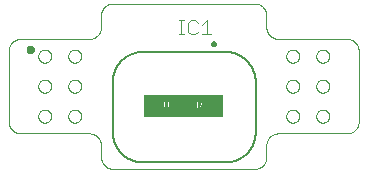
<source format=gto>
G75*
%MOIN*%
%OFA0B0*%
%FSLAX25Y25*%
%IPPOS*%
%LPD*%
%AMOC8*
5,1,8,0,0,1.08239X$1,22.5*
%
%ADD10C,0.00000*%
%ADD11C,0.01600*%
%ADD12C,0.00600*%
%ADD13C,0.00039*%
%ADD14C,0.00400*%
%ADD15C,0.00984*%
D10*
X0045791Y0032012D02*
X0045915Y0032010D01*
X0046038Y0032004D01*
X0046162Y0031995D01*
X0046284Y0031981D01*
X0046407Y0031964D01*
X0046529Y0031942D01*
X0046650Y0031917D01*
X0046770Y0031888D01*
X0046889Y0031856D01*
X0047008Y0031819D01*
X0047125Y0031779D01*
X0047240Y0031736D01*
X0047355Y0031688D01*
X0047467Y0031637D01*
X0047578Y0031583D01*
X0047688Y0031525D01*
X0047795Y0031464D01*
X0047901Y0031399D01*
X0048004Y0031331D01*
X0048105Y0031260D01*
X0048204Y0031186D01*
X0048301Y0031109D01*
X0048395Y0031028D01*
X0048486Y0030945D01*
X0048575Y0030859D01*
X0048661Y0030770D01*
X0048744Y0030679D01*
X0048825Y0030585D01*
X0048902Y0030488D01*
X0048976Y0030389D01*
X0049047Y0030288D01*
X0049115Y0030185D01*
X0049180Y0030079D01*
X0049241Y0029972D01*
X0049299Y0029862D01*
X0049353Y0029751D01*
X0049404Y0029639D01*
X0049452Y0029524D01*
X0049495Y0029409D01*
X0049535Y0029292D01*
X0049572Y0029173D01*
X0049604Y0029054D01*
X0049633Y0028934D01*
X0049658Y0028813D01*
X0049680Y0028691D01*
X0049697Y0028568D01*
X0049711Y0028446D01*
X0049720Y0028322D01*
X0049726Y0028199D01*
X0049728Y0028075D01*
X0049728Y0024138D01*
X0049730Y0024014D01*
X0049736Y0023891D01*
X0049745Y0023767D01*
X0049759Y0023645D01*
X0049776Y0023522D01*
X0049798Y0023400D01*
X0049823Y0023279D01*
X0049852Y0023159D01*
X0049884Y0023040D01*
X0049921Y0022921D01*
X0049961Y0022804D01*
X0050004Y0022689D01*
X0050052Y0022574D01*
X0050103Y0022462D01*
X0050157Y0022351D01*
X0050215Y0022241D01*
X0050276Y0022134D01*
X0050341Y0022028D01*
X0050409Y0021925D01*
X0050480Y0021824D01*
X0050554Y0021725D01*
X0050631Y0021628D01*
X0050712Y0021534D01*
X0050795Y0021443D01*
X0050881Y0021354D01*
X0050970Y0021268D01*
X0051061Y0021185D01*
X0051155Y0021104D01*
X0051252Y0021027D01*
X0051351Y0020953D01*
X0051452Y0020882D01*
X0051555Y0020814D01*
X0051661Y0020749D01*
X0051768Y0020688D01*
X0051878Y0020630D01*
X0051989Y0020576D01*
X0052101Y0020525D01*
X0052216Y0020477D01*
X0052331Y0020434D01*
X0052448Y0020394D01*
X0052567Y0020357D01*
X0052686Y0020325D01*
X0052806Y0020296D01*
X0052927Y0020271D01*
X0053049Y0020249D01*
X0053172Y0020232D01*
X0053294Y0020218D01*
X0053418Y0020209D01*
X0053541Y0020203D01*
X0053665Y0020201D01*
X0100909Y0020201D01*
X0101033Y0020203D01*
X0101156Y0020209D01*
X0101280Y0020218D01*
X0101402Y0020232D01*
X0101525Y0020249D01*
X0101647Y0020271D01*
X0101768Y0020296D01*
X0101888Y0020325D01*
X0102007Y0020357D01*
X0102126Y0020394D01*
X0102243Y0020434D01*
X0102358Y0020477D01*
X0102473Y0020525D01*
X0102585Y0020576D01*
X0102696Y0020630D01*
X0102806Y0020688D01*
X0102913Y0020749D01*
X0103019Y0020814D01*
X0103122Y0020882D01*
X0103223Y0020953D01*
X0103322Y0021027D01*
X0103419Y0021104D01*
X0103513Y0021185D01*
X0103604Y0021268D01*
X0103693Y0021354D01*
X0103779Y0021443D01*
X0103862Y0021534D01*
X0103943Y0021628D01*
X0104020Y0021725D01*
X0104094Y0021824D01*
X0104165Y0021925D01*
X0104233Y0022028D01*
X0104298Y0022134D01*
X0104359Y0022241D01*
X0104417Y0022351D01*
X0104471Y0022462D01*
X0104522Y0022574D01*
X0104570Y0022689D01*
X0104613Y0022804D01*
X0104653Y0022921D01*
X0104690Y0023040D01*
X0104722Y0023159D01*
X0104751Y0023279D01*
X0104776Y0023400D01*
X0104798Y0023522D01*
X0104815Y0023645D01*
X0104829Y0023767D01*
X0104838Y0023891D01*
X0104844Y0024014D01*
X0104846Y0024138D01*
X0104846Y0028075D01*
X0104848Y0028199D01*
X0104854Y0028322D01*
X0104863Y0028446D01*
X0104877Y0028568D01*
X0104894Y0028691D01*
X0104916Y0028813D01*
X0104941Y0028934D01*
X0104970Y0029054D01*
X0105002Y0029173D01*
X0105039Y0029292D01*
X0105079Y0029409D01*
X0105122Y0029524D01*
X0105170Y0029639D01*
X0105221Y0029751D01*
X0105275Y0029862D01*
X0105333Y0029972D01*
X0105394Y0030079D01*
X0105459Y0030185D01*
X0105527Y0030288D01*
X0105598Y0030389D01*
X0105672Y0030488D01*
X0105749Y0030585D01*
X0105830Y0030679D01*
X0105913Y0030770D01*
X0105999Y0030859D01*
X0106088Y0030945D01*
X0106179Y0031028D01*
X0106273Y0031109D01*
X0106370Y0031186D01*
X0106469Y0031260D01*
X0106570Y0031331D01*
X0106673Y0031399D01*
X0106779Y0031464D01*
X0106886Y0031525D01*
X0106996Y0031583D01*
X0107107Y0031637D01*
X0107219Y0031688D01*
X0107334Y0031736D01*
X0107449Y0031779D01*
X0107566Y0031819D01*
X0107685Y0031856D01*
X0107804Y0031888D01*
X0107924Y0031917D01*
X0108045Y0031942D01*
X0108167Y0031964D01*
X0108290Y0031981D01*
X0108412Y0031995D01*
X0108536Y0032004D01*
X0108659Y0032010D01*
X0108783Y0032012D01*
X0131674Y0032012D01*
X0131798Y0032014D01*
X0131921Y0032020D01*
X0132045Y0032029D01*
X0132167Y0032043D01*
X0132290Y0032060D01*
X0132412Y0032082D01*
X0132533Y0032107D01*
X0132653Y0032136D01*
X0132772Y0032168D01*
X0132891Y0032205D01*
X0133008Y0032245D01*
X0133123Y0032288D01*
X0133238Y0032336D01*
X0133350Y0032387D01*
X0133461Y0032441D01*
X0133571Y0032499D01*
X0133678Y0032560D01*
X0133784Y0032625D01*
X0133887Y0032693D01*
X0133988Y0032764D01*
X0134087Y0032838D01*
X0134184Y0032915D01*
X0134278Y0032996D01*
X0134369Y0033079D01*
X0134458Y0033165D01*
X0134544Y0033254D01*
X0134627Y0033345D01*
X0134708Y0033439D01*
X0134785Y0033536D01*
X0134859Y0033635D01*
X0134930Y0033736D01*
X0134998Y0033839D01*
X0135063Y0033945D01*
X0135124Y0034052D01*
X0135182Y0034162D01*
X0135236Y0034273D01*
X0135287Y0034385D01*
X0135335Y0034500D01*
X0135378Y0034615D01*
X0135418Y0034732D01*
X0135455Y0034851D01*
X0135487Y0034970D01*
X0135516Y0035090D01*
X0135541Y0035211D01*
X0135563Y0035333D01*
X0135580Y0035456D01*
X0135594Y0035578D01*
X0135603Y0035702D01*
X0135609Y0035825D01*
X0135611Y0035949D01*
X0135611Y0059571D01*
X0135609Y0059695D01*
X0135603Y0059818D01*
X0135594Y0059942D01*
X0135580Y0060064D01*
X0135563Y0060187D01*
X0135541Y0060309D01*
X0135516Y0060430D01*
X0135487Y0060550D01*
X0135455Y0060669D01*
X0135418Y0060788D01*
X0135378Y0060905D01*
X0135335Y0061020D01*
X0135287Y0061135D01*
X0135236Y0061247D01*
X0135182Y0061358D01*
X0135124Y0061468D01*
X0135063Y0061575D01*
X0134998Y0061681D01*
X0134930Y0061784D01*
X0134859Y0061885D01*
X0134785Y0061984D01*
X0134708Y0062081D01*
X0134627Y0062175D01*
X0134544Y0062266D01*
X0134458Y0062355D01*
X0134369Y0062441D01*
X0134278Y0062524D01*
X0134184Y0062605D01*
X0134087Y0062682D01*
X0133988Y0062756D01*
X0133887Y0062827D01*
X0133784Y0062895D01*
X0133678Y0062960D01*
X0133571Y0063021D01*
X0133461Y0063079D01*
X0133350Y0063133D01*
X0133238Y0063184D01*
X0133123Y0063232D01*
X0133008Y0063275D01*
X0132891Y0063315D01*
X0132772Y0063352D01*
X0132653Y0063384D01*
X0132533Y0063413D01*
X0132412Y0063438D01*
X0132290Y0063460D01*
X0132167Y0063477D01*
X0132045Y0063491D01*
X0131921Y0063500D01*
X0131798Y0063506D01*
X0131674Y0063508D01*
X0108783Y0063508D01*
X0108659Y0063510D01*
X0108536Y0063516D01*
X0108412Y0063525D01*
X0108290Y0063539D01*
X0108167Y0063556D01*
X0108045Y0063578D01*
X0107924Y0063603D01*
X0107804Y0063632D01*
X0107685Y0063664D01*
X0107566Y0063701D01*
X0107449Y0063741D01*
X0107334Y0063784D01*
X0107219Y0063832D01*
X0107107Y0063883D01*
X0106996Y0063937D01*
X0106886Y0063995D01*
X0106779Y0064056D01*
X0106673Y0064121D01*
X0106570Y0064189D01*
X0106469Y0064260D01*
X0106370Y0064334D01*
X0106273Y0064411D01*
X0106179Y0064492D01*
X0106088Y0064575D01*
X0105999Y0064661D01*
X0105913Y0064750D01*
X0105830Y0064841D01*
X0105749Y0064935D01*
X0105672Y0065032D01*
X0105598Y0065131D01*
X0105527Y0065232D01*
X0105459Y0065335D01*
X0105394Y0065441D01*
X0105333Y0065548D01*
X0105275Y0065658D01*
X0105221Y0065769D01*
X0105170Y0065881D01*
X0105122Y0065996D01*
X0105079Y0066111D01*
X0105039Y0066228D01*
X0105002Y0066347D01*
X0104970Y0066466D01*
X0104941Y0066586D01*
X0104916Y0066707D01*
X0104894Y0066829D01*
X0104877Y0066952D01*
X0104863Y0067074D01*
X0104854Y0067198D01*
X0104848Y0067321D01*
X0104846Y0067445D01*
X0104846Y0071382D01*
X0104844Y0071506D01*
X0104838Y0071629D01*
X0104829Y0071753D01*
X0104815Y0071875D01*
X0104798Y0071998D01*
X0104776Y0072120D01*
X0104751Y0072241D01*
X0104722Y0072361D01*
X0104690Y0072480D01*
X0104653Y0072599D01*
X0104613Y0072716D01*
X0104570Y0072831D01*
X0104522Y0072946D01*
X0104471Y0073058D01*
X0104417Y0073169D01*
X0104359Y0073279D01*
X0104298Y0073386D01*
X0104233Y0073492D01*
X0104165Y0073595D01*
X0104094Y0073696D01*
X0104020Y0073795D01*
X0103943Y0073892D01*
X0103862Y0073986D01*
X0103779Y0074077D01*
X0103693Y0074166D01*
X0103604Y0074252D01*
X0103513Y0074335D01*
X0103419Y0074416D01*
X0103322Y0074493D01*
X0103223Y0074567D01*
X0103122Y0074638D01*
X0103019Y0074706D01*
X0102913Y0074771D01*
X0102806Y0074832D01*
X0102696Y0074890D01*
X0102585Y0074944D01*
X0102473Y0074995D01*
X0102358Y0075043D01*
X0102243Y0075086D01*
X0102126Y0075126D01*
X0102007Y0075163D01*
X0101888Y0075195D01*
X0101768Y0075224D01*
X0101647Y0075249D01*
X0101525Y0075271D01*
X0101402Y0075288D01*
X0101280Y0075302D01*
X0101156Y0075311D01*
X0101033Y0075317D01*
X0100909Y0075319D01*
X0053665Y0075319D01*
X0053541Y0075317D01*
X0053418Y0075311D01*
X0053294Y0075302D01*
X0053172Y0075288D01*
X0053049Y0075271D01*
X0052927Y0075249D01*
X0052806Y0075224D01*
X0052686Y0075195D01*
X0052567Y0075163D01*
X0052448Y0075126D01*
X0052331Y0075086D01*
X0052216Y0075043D01*
X0052101Y0074995D01*
X0051989Y0074944D01*
X0051878Y0074890D01*
X0051768Y0074832D01*
X0051661Y0074771D01*
X0051555Y0074706D01*
X0051452Y0074638D01*
X0051351Y0074567D01*
X0051252Y0074493D01*
X0051155Y0074416D01*
X0051061Y0074335D01*
X0050970Y0074252D01*
X0050881Y0074166D01*
X0050795Y0074077D01*
X0050712Y0073986D01*
X0050631Y0073892D01*
X0050554Y0073795D01*
X0050480Y0073696D01*
X0050409Y0073595D01*
X0050341Y0073492D01*
X0050276Y0073386D01*
X0050215Y0073279D01*
X0050157Y0073169D01*
X0050103Y0073058D01*
X0050052Y0072946D01*
X0050004Y0072831D01*
X0049961Y0072716D01*
X0049921Y0072599D01*
X0049884Y0072480D01*
X0049852Y0072361D01*
X0049823Y0072241D01*
X0049798Y0072120D01*
X0049776Y0071998D01*
X0049759Y0071875D01*
X0049745Y0071753D01*
X0049736Y0071629D01*
X0049730Y0071506D01*
X0049728Y0071382D01*
X0049728Y0067445D01*
X0049726Y0067321D01*
X0049720Y0067198D01*
X0049711Y0067074D01*
X0049697Y0066952D01*
X0049680Y0066829D01*
X0049658Y0066707D01*
X0049633Y0066586D01*
X0049604Y0066466D01*
X0049572Y0066347D01*
X0049535Y0066228D01*
X0049495Y0066111D01*
X0049452Y0065996D01*
X0049404Y0065881D01*
X0049353Y0065769D01*
X0049299Y0065658D01*
X0049241Y0065548D01*
X0049180Y0065441D01*
X0049115Y0065335D01*
X0049047Y0065232D01*
X0048976Y0065131D01*
X0048902Y0065032D01*
X0048825Y0064935D01*
X0048744Y0064841D01*
X0048661Y0064750D01*
X0048575Y0064661D01*
X0048486Y0064575D01*
X0048395Y0064492D01*
X0048301Y0064411D01*
X0048204Y0064334D01*
X0048105Y0064260D01*
X0048004Y0064189D01*
X0047901Y0064121D01*
X0047795Y0064056D01*
X0047688Y0063995D01*
X0047578Y0063937D01*
X0047467Y0063883D01*
X0047355Y0063832D01*
X0047240Y0063784D01*
X0047125Y0063741D01*
X0047008Y0063701D01*
X0046889Y0063664D01*
X0046770Y0063632D01*
X0046650Y0063603D01*
X0046529Y0063578D01*
X0046407Y0063556D01*
X0046284Y0063539D01*
X0046162Y0063525D01*
X0046038Y0063516D01*
X0045915Y0063510D01*
X0045791Y0063508D01*
X0022901Y0063508D01*
X0022777Y0063506D01*
X0022654Y0063500D01*
X0022530Y0063491D01*
X0022408Y0063477D01*
X0022285Y0063460D01*
X0022163Y0063438D01*
X0022042Y0063413D01*
X0021922Y0063384D01*
X0021803Y0063352D01*
X0021684Y0063315D01*
X0021567Y0063275D01*
X0021452Y0063232D01*
X0021337Y0063184D01*
X0021225Y0063133D01*
X0021114Y0063079D01*
X0021004Y0063021D01*
X0020897Y0062960D01*
X0020791Y0062895D01*
X0020688Y0062827D01*
X0020587Y0062756D01*
X0020488Y0062682D01*
X0020391Y0062605D01*
X0020297Y0062524D01*
X0020206Y0062441D01*
X0020117Y0062355D01*
X0020031Y0062266D01*
X0019948Y0062175D01*
X0019867Y0062081D01*
X0019790Y0061984D01*
X0019716Y0061885D01*
X0019645Y0061784D01*
X0019577Y0061681D01*
X0019512Y0061575D01*
X0019451Y0061468D01*
X0019393Y0061358D01*
X0019339Y0061247D01*
X0019288Y0061135D01*
X0019240Y0061020D01*
X0019197Y0060905D01*
X0019157Y0060788D01*
X0019120Y0060669D01*
X0019088Y0060550D01*
X0019059Y0060430D01*
X0019034Y0060309D01*
X0019012Y0060187D01*
X0018995Y0060064D01*
X0018981Y0059942D01*
X0018972Y0059818D01*
X0018966Y0059695D01*
X0018964Y0059571D01*
X0018964Y0035949D01*
X0018966Y0035825D01*
X0018972Y0035702D01*
X0018981Y0035578D01*
X0018995Y0035456D01*
X0019012Y0035333D01*
X0019034Y0035211D01*
X0019059Y0035090D01*
X0019088Y0034970D01*
X0019120Y0034851D01*
X0019157Y0034732D01*
X0019197Y0034615D01*
X0019240Y0034500D01*
X0019288Y0034385D01*
X0019339Y0034273D01*
X0019393Y0034162D01*
X0019451Y0034052D01*
X0019512Y0033945D01*
X0019577Y0033839D01*
X0019645Y0033736D01*
X0019716Y0033635D01*
X0019790Y0033536D01*
X0019867Y0033439D01*
X0019948Y0033345D01*
X0020031Y0033254D01*
X0020117Y0033165D01*
X0020206Y0033079D01*
X0020297Y0032996D01*
X0020391Y0032915D01*
X0020488Y0032838D01*
X0020587Y0032764D01*
X0020688Y0032693D01*
X0020791Y0032625D01*
X0020897Y0032560D01*
X0021004Y0032499D01*
X0021114Y0032441D01*
X0021225Y0032387D01*
X0021337Y0032336D01*
X0021452Y0032288D01*
X0021567Y0032245D01*
X0021684Y0032205D01*
X0021803Y0032168D01*
X0021922Y0032136D01*
X0022042Y0032107D01*
X0022163Y0032082D01*
X0022285Y0032060D01*
X0022408Y0032043D01*
X0022530Y0032029D01*
X0022654Y0032020D01*
X0022777Y0032014D01*
X0022901Y0032012D01*
X0045791Y0032012D01*
X0038784Y0037760D02*
X0038786Y0037853D01*
X0038792Y0037945D01*
X0038802Y0038037D01*
X0038816Y0038128D01*
X0038833Y0038219D01*
X0038855Y0038309D01*
X0038880Y0038398D01*
X0038909Y0038486D01*
X0038942Y0038572D01*
X0038979Y0038657D01*
X0039019Y0038741D01*
X0039063Y0038822D01*
X0039110Y0038902D01*
X0039160Y0038980D01*
X0039214Y0039055D01*
X0039271Y0039128D01*
X0039331Y0039198D01*
X0039394Y0039266D01*
X0039460Y0039331D01*
X0039528Y0039393D01*
X0039599Y0039453D01*
X0039673Y0039509D01*
X0039749Y0039562D01*
X0039827Y0039611D01*
X0039907Y0039658D01*
X0039989Y0039700D01*
X0040073Y0039740D01*
X0040158Y0039775D01*
X0040245Y0039807D01*
X0040333Y0039836D01*
X0040422Y0039860D01*
X0040512Y0039881D01*
X0040603Y0039897D01*
X0040695Y0039910D01*
X0040787Y0039919D01*
X0040880Y0039924D01*
X0040972Y0039925D01*
X0041065Y0039922D01*
X0041157Y0039915D01*
X0041249Y0039904D01*
X0041340Y0039889D01*
X0041431Y0039871D01*
X0041521Y0039848D01*
X0041609Y0039822D01*
X0041697Y0039792D01*
X0041783Y0039758D01*
X0041867Y0039721D01*
X0041950Y0039679D01*
X0042031Y0039635D01*
X0042111Y0039587D01*
X0042188Y0039536D01*
X0042262Y0039481D01*
X0042335Y0039423D01*
X0042405Y0039363D01*
X0042472Y0039299D01*
X0042536Y0039233D01*
X0042598Y0039163D01*
X0042656Y0039092D01*
X0042711Y0039018D01*
X0042763Y0038941D01*
X0042812Y0038862D01*
X0042858Y0038782D01*
X0042900Y0038699D01*
X0042938Y0038615D01*
X0042973Y0038529D01*
X0043004Y0038442D01*
X0043031Y0038354D01*
X0043054Y0038264D01*
X0043074Y0038174D01*
X0043090Y0038083D01*
X0043102Y0037991D01*
X0043110Y0037899D01*
X0043114Y0037806D01*
X0043114Y0037714D01*
X0043110Y0037621D01*
X0043102Y0037529D01*
X0043090Y0037437D01*
X0043074Y0037346D01*
X0043054Y0037256D01*
X0043031Y0037166D01*
X0043004Y0037078D01*
X0042973Y0036991D01*
X0042938Y0036905D01*
X0042900Y0036821D01*
X0042858Y0036738D01*
X0042812Y0036658D01*
X0042763Y0036579D01*
X0042711Y0036502D01*
X0042656Y0036428D01*
X0042598Y0036357D01*
X0042536Y0036287D01*
X0042472Y0036221D01*
X0042405Y0036157D01*
X0042335Y0036097D01*
X0042262Y0036039D01*
X0042188Y0035984D01*
X0042111Y0035933D01*
X0042032Y0035885D01*
X0041950Y0035841D01*
X0041867Y0035799D01*
X0041783Y0035762D01*
X0041697Y0035728D01*
X0041609Y0035698D01*
X0041521Y0035672D01*
X0041431Y0035649D01*
X0041340Y0035631D01*
X0041249Y0035616D01*
X0041157Y0035605D01*
X0041065Y0035598D01*
X0040972Y0035595D01*
X0040880Y0035596D01*
X0040787Y0035601D01*
X0040695Y0035610D01*
X0040603Y0035623D01*
X0040512Y0035639D01*
X0040422Y0035660D01*
X0040333Y0035684D01*
X0040245Y0035713D01*
X0040158Y0035745D01*
X0040073Y0035780D01*
X0039989Y0035820D01*
X0039907Y0035862D01*
X0039827Y0035909D01*
X0039749Y0035958D01*
X0039673Y0036011D01*
X0039599Y0036067D01*
X0039528Y0036127D01*
X0039460Y0036189D01*
X0039394Y0036254D01*
X0039331Y0036322D01*
X0039271Y0036392D01*
X0039214Y0036465D01*
X0039160Y0036540D01*
X0039110Y0036618D01*
X0039063Y0036698D01*
X0039019Y0036779D01*
X0038979Y0036863D01*
X0038942Y0036948D01*
X0038909Y0037034D01*
X0038880Y0037122D01*
X0038855Y0037211D01*
X0038833Y0037301D01*
X0038816Y0037392D01*
X0038802Y0037483D01*
X0038792Y0037575D01*
X0038786Y0037667D01*
X0038784Y0037760D01*
X0028784Y0037760D02*
X0028786Y0037853D01*
X0028792Y0037945D01*
X0028802Y0038037D01*
X0028816Y0038128D01*
X0028833Y0038219D01*
X0028855Y0038309D01*
X0028880Y0038398D01*
X0028909Y0038486D01*
X0028942Y0038572D01*
X0028979Y0038657D01*
X0029019Y0038741D01*
X0029063Y0038822D01*
X0029110Y0038902D01*
X0029160Y0038980D01*
X0029214Y0039055D01*
X0029271Y0039128D01*
X0029331Y0039198D01*
X0029394Y0039266D01*
X0029460Y0039331D01*
X0029528Y0039393D01*
X0029599Y0039453D01*
X0029673Y0039509D01*
X0029749Y0039562D01*
X0029827Y0039611D01*
X0029907Y0039658D01*
X0029989Y0039700D01*
X0030073Y0039740D01*
X0030158Y0039775D01*
X0030245Y0039807D01*
X0030333Y0039836D01*
X0030422Y0039860D01*
X0030512Y0039881D01*
X0030603Y0039897D01*
X0030695Y0039910D01*
X0030787Y0039919D01*
X0030880Y0039924D01*
X0030972Y0039925D01*
X0031065Y0039922D01*
X0031157Y0039915D01*
X0031249Y0039904D01*
X0031340Y0039889D01*
X0031431Y0039871D01*
X0031521Y0039848D01*
X0031609Y0039822D01*
X0031697Y0039792D01*
X0031783Y0039758D01*
X0031867Y0039721D01*
X0031950Y0039679D01*
X0032031Y0039635D01*
X0032111Y0039587D01*
X0032188Y0039536D01*
X0032262Y0039481D01*
X0032335Y0039423D01*
X0032405Y0039363D01*
X0032472Y0039299D01*
X0032536Y0039233D01*
X0032598Y0039163D01*
X0032656Y0039092D01*
X0032711Y0039018D01*
X0032763Y0038941D01*
X0032812Y0038862D01*
X0032858Y0038782D01*
X0032900Y0038699D01*
X0032938Y0038615D01*
X0032973Y0038529D01*
X0033004Y0038442D01*
X0033031Y0038354D01*
X0033054Y0038264D01*
X0033074Y0038174D01*
X0033090Y0038083D01*
X0033102Y0037991D01*
X0033110Y0037899D01*
X0033114Y0037806D01*
X0033114Y0037714D01*
X0033110Y0037621D01*
X0033102Y0037529D01*
X0033090Y0037437D01*
X0033074Y0037346D01*
X0033054Y0037256D01*
X0033031Y0037166D01*
X0033004Y0037078D01*
X0032973Y0036991D01*
X0032938Y0036905D01*
X0032900Y0036821D01*
X0032858Y0036738D01*
X0032812Y0036658D01*
X0032763Y0036579D01*
X0032711Y0036502D01*
X0032656Y0036428D01*
X0032598Y0036357D01*
X0032536Y0036287D01*
X0032472Y0036221D01*
X0032405Y0036157D01*
X0032335Y0036097D01*
X0032262Y0036039D01*
X0032188Y0035984D01*
X0032111Y0035933D01*
X0032032Y0035885D01*
X0031950Y0035841D01*
X0031867Y0035799D01*
X0031783Y0035762D01*
X0031697Y0035728D01*
X0031609Y0035698D01*
X0031521Y0035672D01*
X0031431Y0035649D01*
X0031340Y0035631D01*
X0031249Y0035616D01*
X0031157Y0035605D01*
X0031065Y0035598D01*
X0030972Y0035595D01*
X0030880Y0035596D01*
X0030787Y0035601D01*
X0030695Y0035610D01*
X0030603Y0035623D01*
X0030512Y0035639D01*
X0030422Y0035660D01*
X0030333Y0035684D01*
X0030245Y0035713D01*
X0030158Y0035745D01*
X0030073Y0035780D01*
X0029989Y0035820D01*
X0029907Y0035862D01*
X0029827Y0035909D01*
X0029749Y0035958D01*
X0029673Y0036011D01*
X0029599Y0036067D01*
X0029528Y0036127D01*
X0029460Y0036189D01*
X0029394Y0036254D01*
X0029331Y0036322D01*
X0029271Y0036392D01*
X0029214Y0036465D01*
X0029160Y0036540D01*
X0029110Y0036618D01*
X0029063Y0036698D01*
X0029019Y0036779D01*
X0028979Y0036863D01*
X0028942Y0036948D01*
X0028909Y0037034D01*
X0028880Y0037122D01*
X0028855Y0037211D01*
X0028833Y0037301D01*
X0028816Y0037392D01*
X0028802Y0037483D01*
X0028792Y0037575D01*
X0028786Y0037667D01*
X0028784Y0037760D01*
X0028784Y0047760D02*
X0028786Y0047853D01*
X0028792Y0047945D01*
X0028802Y0048037D01*
X0028816Y0048128D01*
X0028833Y0048219D01*
X0028855Y0048309D01*
X0028880Y0048398D01*
X0028909Y0048486D01*
X0028942Y0048572D01*
X0028979Y0048657D01*
X0029019Y0048741D01*
X0029063Y0048822D01*
X0029110Y0048902D01*
X0029160Y0048980D01*
X0029214Y0049055D01*
X0029271Y0049128D01*
X0029331Y0049198D01*
X0029394Y0049266D01*
X0029460Y0049331D01*
X0029528Y0049393D01*
X0029599Y0049453D01*
X0029673Y0049509D01*
X0029749Y0049562D01*
X0029827Y0049611D01*
X0029907Y0049658D01*
X0029989Y0049700D01*
X0030073Y0049740D01*
X0030158Y0049775D01*
X0030245Y0049807D01*
X0030333Y0049836D01*
X0030422Y0049860D01*
X0030512Y0049881D01*
X0030603Y0049897D01*
X0030695Y0049910D01*
X0030787Y0049919D01*
X0030880Y0049924D01*
X0030972Y0049925D01*
X0031065Y0049922D01*
X0031157Y0049915D01*
X0031249Y0049904D01*
X0031340Y0049889D01*
X0031431Y0049871D01*
X0031521Y0049848D01*
X0031609Y0049822D01*
X0031697Y0049792D01*
X0031783Y0049758D01*
X0031867Y0049721D01*
X0031950Y0049679D01*
X0032031Y0049635D01*
X0032111Y0049587D01*
X0032188Y0049536D01*
X0032262Y0049481D01*
X0032335Y0049423D01*
X0032405Y0049363D01*
X0032472Y0049299D01*
X0032536Y0049233D01*
X0032598Y0049163D01*
X0032656Y0049092D01*
X0032711Y0049018D01*
X0032763Y0048941D01*
X0032812Y0048862D01*
X0032858Y0048782D01*
X0032900Y0048699D01*
X0032938Y0048615D01*
X0032973Y0048529D01*
X0033004Y0048442D01*
X0033031Y0048354D01*
X0033054Y0048264D01*
X0033074Y0048174D01*
X0033090Y0048083D01*
X0033102Y0047991D01*
X0033110Y0047899D01*
X0033114Y0047806D01*
X0033114Y0047714D01*
X0033110Y0047621D01*
X0033102Y0047529D01*
X0033090Y0047437D01*
X0033074Y0047346D01*
X0033054Y0047256D01*
X0033031Y0047166D01*
X0033004Y0047078D01*
X0032973Y0046991D01*
X0032938Y0046905D01*
X0032900Y0046821D01*
X0032858Y0046738D01*
X0032812Y0046658D01*
X0032763Y0046579D01*
X0032711Y0046502D01*
X0032656Y0046428D01*
X0032598Y0046357D01*
X0032536Y0046287D01*
X0032472Y0046221D01*
X0032405Y0046157D01*
X0032335Y0046097D01*
X0032262Y0046039D01*
X0032188Y0045984D01*
X0032111Y0045933D01*
X0032032Y0045885D01*
X0031950Y0045841D01*
X0031867Y0045799D01*
X0031783Y0045762D01*
X0031697Y0045728D01*
X0031609Y0045698D01*
X0031521Y0045672D01*
X0031431Y0045649D01*
X0031340Y0045631D01*
X0031249Y0045616D01*
X0031157Y0045605D01*
X0031065Y0045598D01*
X0030972Y0045595D01*
X0030880Y0045596D01*
X0030787Y0045601D01*
X0030695Y0045610D01*
X0030603Y0045623D01*
X0030512Y0045639D01*
X0030422Y0045660D01*
X0030333Y0045684D01*
X0030245Y0045713D01*
X0030158Y0045745D01*
X0030073Y0045780D01*
X0029989Y0045820D01*
X0029907Y0045862D01*
X0029827Y0045909D01*
X0029749Y0045958D01*
X0029673Y0046011D01*
X0029599Y0046067D01*
X0029528Y0046127D01*
X0029460Y0046189D01*
X0029394Y0046254D01*
X0029331Y0046322D01*
X0029271Y0046392D01*
X0029214Y0046465D01*
X0029160Y0046540D01*
X0029110Y0046618D01*
X0029063Y0046698D01*
X0029019Y0046779D01*
X0028979Y0046863D01*
X0028942Y0046948D01*
X0028909Y0047034D01*
X0028880Y0047122D01*
X0028855Y0047211D01*
X0028833Y0047301D01*
X0028816Y0047392D01*
X0028802Y0047483D01*
X0028792Y0047575D01*
X0028786Y0047667D01*
X0028784Y0047760D01*
X0038784Y0047760D02*
X0038786Y0047853D01*
X0038792Y0047945D01*
X0038802Y0048037D01*
X0038816Y0048128D01*
X0038833Y0048219D01*
X0038855Y0048309D01*
X0038880Y0048398D01*
X0038909Y0048486D01*
X0038942Y0048572D01*
X0038979Y0048657D01*
X0039019Y0048741D01*
X0039063Y0048822D01*
X0039110Y0048902D01*
X0039160Y0048980D01*
X0039214Y0049055D01*
X0039271Y0049128D01*
X0039331Y0049198D01*
X0039394Y0049266D01*
X0039460Y0049331D01*
X0039528Y0049393D01*
X0039599Y0049453D01*
X0039673Y0049509D01*
X0039749Y0049562D01*
X0039827Y0049611D01*
X0039907Y0049658D01*
X0039989Y0049700D01*
X0040073Y0049740D01*
X0040158Y0049775D01*
X0040245Y0049807D01*
X0040333Y0049836D01*
X0040422Y0049860D01*
X0040512Y0049881D01*
X0040603Y0049897D01*
X0040695Y0049910D01*
X0040787Y0049919D01*
X0040880Y0049924D01*
X0040972Y0049925D01*
X0041065Y0049922D01*
X0041157Y0049915D01*
X0041249Y0049904D01*
X0041340Y0049889D01*
X0041431Y0049871D01*
X0041521Y0049848D01*
X0041609Y0049822D01*
X0041697Y0049792D01*
X0041783Y0049758D01*
X0041867Y0049721D01*
X0041950Y0049679D01*
X0042031Y0049635D01*
X0042111Y0049587D01*
X0042188Y0049536D01*
X0042262Y0049481D01*
X0042335Y0049423D01*
X0042405Y0049363D01*
X0042472Y0049299D01*
X0042536Y0049233D01*
X0042598Y0049163D01*
X0042656Y0049092D01*
X0042711Y0049018D01*
X0042763Y0048941D01*
X0042812Y0048862D01*
X0042858Y0048782D01*
X0042900Y0048699D01*
X0042938Y0048615D01*
X0042973Y0048529D01*
X0043004Y0048442D01*
X0043031Y0048354D01*
X0043054Y0048264D01*
X0043074Y0048174D01*
X0043090Y0048083D01*
X0043102Y0047991D01*
X0043110Y0047899D01*
X0043114Y0047806D01*
X0043114Y0047714D01*
X0043110Y0047621D01*
X0043102Y0047529D01*
X0043090Y0047437D01*
X0043074Y0047346D01*
X0043054Y0047256D01*
X0043031Y0047166D01*
X0043004Y0047078D01*
X0042973Y0046991D01*
X0042938Y0046905D01*
X0042900Y0046821D01*
X0042858Y0046738D01*
X0042812Y0046658D01*
X0042763Y0046579D01*
X0042711Y0046502D01*
X0042656Y0046428D01*
X0042598Y0046357D01*
X0042536Y0046287D01*
X0042472Y0046221D01*
X0042405Y0046157D01*
X0042335Y0046097D01*
X0042262Y0046039D01*
X0042188Y0045984D01*
X0042111Y0045933D01*
X0042032Y0045885D01*
X0041950Y0045841D01*
X0041867Y0045799D01*
X0041783Y0045762D01*
X0041697Y0045728D01*
X0041609Y0045698D01*
X0041521Y0045672D01*
X0041431Y0045649D01*
X0041340Y0045631D01*
X0041249Y0045616D01*
X0041157Y0045605D01*
X0041065Y0045598D01*
X0040972Y0045595D01*
X0040880Y0045596D01*
X0040787Y0045601D01*
X0040695Y0045610D01*
X0040603Y0045623D01*
X0040512Y0045639D01*
X0040422Y0045660D01*
X0040333Y0045684D01*
X0040245Y0045713D01*
X0040158Y0045745D01*
X0040073Y0045780D01*
X0039989Y0045820D01*
X0039907Y0045862D01*
X0039827Y0045909D01*
X0039749Y0045958D01*
X0039673Y0046011D01*
X0039599Y0046067D01*
X0039528Y0046127D01*
X0039460Y0046189D01*
X0039394Y0046254D01*
X0039331Y0046322D01*
X0039271Y0046392D01*
X0039214Y0046465D01*
X0039160Y0046540D01*
X0039110Y0046618D01*
X0039063Y0046698D01*
X0039019Y0046779D01*
X0038979Y0046863D01*
X0038942Y0046948D01*
X0038909Y0047034D01*
X0038880Y0047122D01*
X0038855Y0047211D01*
X0038833Y0047301D01*
X0038816Y0047392D01*
X0038802Y0047483D01*
X0038792Y0047575D01*
X0038786Y0047667D01*
X0038784Y0047760D01*
X0038784Y0057760D02*
X0038786Y0057853D01*
X0038792Y0057945D01*
X0038802Y0058037D01*
X0038816Y0058128D01*
X0038833Y0058219D01*
X0038855Y0058309D01*
X0038880Y0058398D01*
X0038909Y0058486D01*
X0038942Y0058572D01*
X0038979Y0058657D01*
X0039019Y0058741D01*
X0039063Y0058822D01*
X0039110Y0058902D01*
X0039160Y0058980D01*
X0039214Y0059055D01*
X0039271Y0059128D01*
X0039331Y0059198D01*
X0039394Y0059266D01*
X0039460Y0059331D01*
X0039528Y0059393D01*
X0039599Y0059453D01*
X0039673Y0059509D01*
X0039749Y0059562D01*
X0039827Y0059611D01*
X0039907Y0059658D01*
X0039989Y0059700D01*
X0040073Y0059740D01*
X0040158Y0059775D01*
X0040245Y0059807D01*
X0040333Y0059836D01*
X0040422Y0059860D01*
X0040512Y0059881D01*
X0040603Y0059897D01*
X0040695Y0059910D01*
X0040787Y0059919D01*
X0040880Y0059924D01*
X0040972Y0059925D01*
X0041065Y0059922D01*
X0041157Y0059915D01*
X0041249Y0059904D01*
X0041340Y0059889D01*
X0041431Y0059871D01*
X0041521Y0059848D01*
X0041609Y0059822D01*
X0041697Y0059792D01*
X0041783Y0059758D01*
X0041867Y0059721D01*
X0041950Y0059679D01*
X0042031Y0059635D01*
X0042111Y0059587D01*
X0042188Y0059536D01*
X0042262Y0059481D01*
X0042335Y0059423D01*
X0042405Y0059363D01*
X0042472Y0059299D01*
X0042536Y0059233D01*
X0042598Y0059163D01*
X0042656Y0059092D01*
X0042711Y0059018D01*
X0042763Y0058941D01*
X0042812Y0058862D01*
X0042858Y0058782D01*
X0042900Y0058699D01*
X0042938Y0058615D01*
X0042973Y0058529D01*
X0043004Y0058442D01*
X0043031Y0058354D01*
X0043054Y0058264D01*
X0043074Y0058174D01*
X0043090Y0058083D01*
X0043102Y0057991D01*
X0043110Y0057899D01*
X0043114Y0057806D01*
X0043114Y0057714D01*
X0043110Y0057621D01*
X0043102Y0057529D01*
X0043090Y0057437D01*
X0043074Y0057346D01*
X0043054Y0057256D01*
X0043031Y0057166D01*
X0043004Y0057078D01*
X0042973Y0056991D01*
X0042938Y0056905D01*
X0042900Y0056821D01*
X0042858Y0056738D01*
X0042812Y0056658D01*
X0042763Y0056579D01*
X0042711Y0056502D01*
X0042656Y0056428D01*
X0042598Y0056357D01*
X0042536Y0056287D01*
X0042472Y0056221D01*
X0042405Y0056157D01*
X0042335Y0056097D01*
X0042262Y0056039D01*
X0042188Y0055984D01*
X0042111Y0055933D01*
X0042032Y0055885D01*
X0041950Y0055841D01*
X0041867Y0055799D01*
X0041783Y0055762D01*
X0041697Y0055728D01*
X0041609Y0055698D01*
X0041521Y0055672D01*
X0041431Y0055649D01*
X0041340Y0055631D01*
X0041249Y0055616D01*
X0041157Y0055605D01*
X0041065Y0055598D01*
X0040972Y0055595D01*
X0040880Y0055596D01*
X0040787Y0055601D01*
X0040695Y0055610D01*
X0040603Y0055623D01*
X0040512Y0055639D01*
X0040422Y0055660D01*
X0040333Y0055684D01*
X0040245Y0055713D01*
X0040158Y0055745D01*
X0040073Y0055780D01*
X0039989Y0055820D01*
X0039907Y0055862D01*
X0039827Y0055909D01*
X0039749Y0055958D01*
X0039673Y0056011D01*
X0039599Y0056067D01*
X0039528Y0056127D01*
X0039460Y0056189D01*
X0039394Y0056254D01*
X0039331Y0056322D01*
X0039271Y0056392D01*
X0039214Y0056465D01*
X0039160Y0056540D01*
X0039110Y0056618D01*
X0039063Y0056698D01*
X0039019Y0056779D01*
X0038979Y0056863D01*
X0038942Y0056948D01*
X0038909Y0057034D01*
X0038880Y0057122D01*
X0038855Y0057211D01*
X0038833Y0057301D01*
X0038816Y0057392D01*
X0038802Y0057483D01*
X0038792Y0057575D01*
X0038786Y0057667D01*
X0038784Y0057760D01*
X0028784Y0057760D02*
X0028786Y0057853D01*
X0028792Y0057945D01*
X0028802Y0058037D01*
X0028816Y0058128D01*
X0028833Y0058219D01*
X0028855Y0058309D01*
X0028880Y0058398D01*
X0028909Y0058486D01*
X0028942Y0058572D01*
X0028979Y0058657D01*
X0029019Y0058741D01*
X0029063Y0058822D01*
X0029110Y0058902D01*
X0029160Y0058980D01*
X0029214Y0059055D01*
X0029271Y0059128D01*
X0029331Y0059198D01*
X0029394Y0059266D01*
X0029460Y0059331D01*
X0029528Y0059393D01*
X0029599Y0059453D01*
X0029673Y0059509D01*
X0029749Y0059562D01*
X0029827Y0059611D01*
X0029907Y0059658D01*
X0029989Y0059700D01*
X0030073Y0059740D01*
X0030158Y0059775D01*
X0030245Y0059807D01*
X0030333Y0059836D01*
X0030422Y0059860D01*
X0030512Y0059881D01*
X0030603Y0059897D01*
X0030695Y0059910D01*
X0030787Y0059919D01*
X0030880Y0059924D01*
X0030972Y0059925D01*
X0031065Y0059922D01*
X0031157Y0059915D01*
X0031249Y0059904D01*
X0031340Y0059889D01*
X0031431Y0059871D01*
X0031521Y0059848D01*
X0031609Y0059822D01*
X0031697Y0059792D01*
X0031783Y0059758D01*
X0031867Y0059721D01*
X0031950Y0059679D01*
X0032031Y0059635D01*
X0032111Y0059587D01*
X0032188Y0059536D01*
X0032262Y0059481D01*
X0032335Y0059423D01*
X0032405Y0059363D01*
X0032472Y0059299D01*
X0032536Y0059233D01*
X0032598Y0059163D01*
X0032656Y0059092D01*
X0032711Y0059018D01*
X0032763Y0058941D01*
X0032812Y0058862D01*
X0032858Y0058782D01*
X0032900Y0058699D01*
X0032938Y0058615D01*
X0032973Y0058529D01*
X0033004Y0058442D01*
X0033031Y0058354D01*
X0033054Y0058264D01*
X0033074Y0058174D01*
X0033090Y0058083D01*
X0033102Y0057991D01*
X0033110Y0057899D01*
X0033114Y0057806D01*
X0033114Y0057714D01*
X0033110Y0057621D01*
X0033102Y0057529D01*
X0033090Y0057437D01*
X0033074Y0057346D01*
X0033054Y0057256D01*
X0033031Y0057166D01*
X0033004Y0057078D01*
X0032973Y0056991D01*
X0032938Y0056905D01*
X0032900Y0056821D01*
X0032858Y0056738D01*
X0032812Y0056658D01*
X0032763Y0056579D01*
X0032711Y0056502D01*
X0032656Y0056428D01*
X0032598Y0056357D01*
X0032536Y0056287D01*
X0032472Y0056221D01*
X0032405Y0056157D01*
X0032335Y0056097D01*
X0032262Y0056039D01*
X0032188Y0055984D01*
X0032111Y0055933D01*
X0032032Y0055885D01*
X0031950Y0055841D01*
X0031867Y0055799D01*
X0031783Y0055762D01*
X0031697Y0055728D01*
X0031609Y0055698D01*
X0031521Y0055672D01*
X0031431Y0055649D01*
X0031340Y0055631D01*
X0031249Y0055616D01*
X0031157Y0055605D01*
X0031065Y0055598D01*
X0030972Y0055595D01*
X0030880Y0055596D01*
X0030787Y0055601D01*
X0030695Y0055610D01*
X0030603Y0055623D01*
X0030512Y0055639D01*
X0030422Y0055660D01*
X0030333Y0055684D01*
X0030245Y0055713D01*
X0030158Y0055745D01*
X0030073Y0055780D01*
X0029989Y0055820D01*
X0029907Y0055862D01*
X0029827Y0055909D01*
X0029749Y0055958D01*
X0029673Y0056011D01*
X0029599Y0056067D01*
X0029528Y0056127D01*
X0029460Y0056189D01*
X0029394Y0056254D01*
X0029331Y0056322D01*
X0029271Y0056392D01*
X0029214Y0056465D01*
X0029160Y0056540D01*
X0029110Y0056618D01*
X0029063Y0056698D01*
X0029019Y0056779D01*
X0028979Y0056863D01*
X0028942Y0056948D01*
X0028909Y0057034D01*
X0028880Y0057122D01*
X0028855Y0057211D01*
X0028833Y0057301D01*
X0028816Y0057392D01*
X0028802Y0057483D01*
X0028792Y0057575D01*
X0028786Y0057667D01*
X0028784Y0057760D01*
X0111461Y0057760D02*
X0111463Y0057853D01*
X0111469Y0057945D01*
X0111479Y0058037D01*
X0111493Y0058128D01*
X0111510Y0058219D01*
X0111532Y0058309D01*
X0111557Y0058398D01*
X0111586Y0058486D01*
X0111619Y0058572D01*
X0111656Y0058657D01*
X0111696Y0058741D01*
X0111740Y0058822D01*
X0111787Y0058902D01*
X0111837Y0058980D01*
X0111891Y0059055D01*
X0111948Y0059128D01*
X0112008Y0059198D01*
X0112071Y0059266D01*
X0112137Y0059331D01*
X0112205Y0059393D01*
X0112276Y0059453D01*
X0112350Y0059509D01*
X0112426Y0059562D01*
X0112504Y0059611D01*
X0112584Y0059658D01*
X0112666Y0059700D01*
X0112750Y0059740D01*
X0112835Y0059775D01*
X0112922Y0059807D01*
X0113010Y0059836D01*
X0113099Y0059860D01*
X0113189Y0059881D01*
X0113280Y0059897D01*
X0113372Y0059910D01*
X0113464Y0059919D01*
X0113557Y0059924D01*
X0113649Y0059925D01*
X0113742Y0059922D01*
X0113834Y0059915D01*
X0113926Y0059904D01*
X0114017Y0059889D01*
X0114108Y0059871D01*
X0114198Y0059848D01*
X0114286Y0059822D01*
X0114374Y0059792D01*
X0114460Y0059758D01*
X0114544Y0059721D01*
X0114627Y0059679D01*
X0114708Y0059635D01*
X0114788Y0059587D01*
X0114865Y0059536D01*
X0114939Y0059481D01*
X0115012Y0059423D01*
X0115082Y0059363D01*
X0115149Y0059299D01*
X0115213Y0059233D01*
X0115275Y0059163D01*
X0115333Y0059092D01*
X0115388Y0059018D01*
X0115440Y0058941D01*
X0115489Y0058862D01*
X0115535Y0058782D01*
X0115577Y0058699D01*
X0115615Y0058615D01*
X0115650Y0058529D01*
X0115681Y0058442D01*
X0115708Y0058354D01*
X0115731Y0058264D01*
X0115751Y0058174D01*
X0115767Y0058083D01*
X0115779Y0057991D01*
X0115787Y0057899D01*
X0115791Y0057806D01*
X0115791Y0057714D01*
X0115787Y0057621D01*
X0115779Y0057529D01*
X0115767Y0057437D01*
X0115751Y0057346D01*
X0115731Y0057256D01*
X0115708Y0057166D01*
X0115681Y0057078D01*
X0115650Y0056991D01*
X0115615Y0056905D01*
X0115577Y0056821D01*
X0115535Y0056738D01*
X0115489Y0056658D01*
X0115440Y0056579D01*
X0115388Y0056502D01*
X0115333Y0056428D01*
X0115275Y0056357D01*
X0115213Y0056287D01*
X0115149Y0056221D01*
X0115082Y0056157D01*
X0115012Y0056097D01*
X0114939Y0056039D01*
X0114865Y0055984D01*
X0114788Y0055933D01*
X0114709Y0055885D01*
X0114627Y0055841D01*
X0114544Y0055799D01*
X0114460Y0055762D01*
X0114374Y0055728D01*
X0114286Y0055698D01*
X0114198Y0055672D01*
X0114108Y0055649D01*
X0114017Y0055631D01*
X0113926Y0055616D01*
X0113834Y0055605D01*
X0113742Y0055598D01*
X0113649Y0055595D01*
X0113557Y0055596D01*
X0113464Y0055601D01*
X0113372Y0055610D01*
X0113280Y0055623D01*
X0113189Y0055639D01*
X0113099Y0055660D01*
X0113010Y0055684D01*
X0112922Y0055713D01*
X0112835Y0055745D01*
X0112750Y0055780D01*
X0112666Y0055820D01*
X0112584Y0055862D01*
X0112504Y0055909D01*
X0112426Y0055958D01*
X0112350Y0056011D01*
X0112276Y0056067D01*
X0112205Y0056127D01*
X0112137Y0056189D01*
X0112071Y0056254D01*
X0112008Y0056322D01*
X0111948Y0056392D01*
X0111891Y0056465D01*
X0111837Y0056540D01*
X0111787Y0056618D01*
X0111740Y0056698D01*
X0111696Y0056779D01*
X0111656Y0056863D01*
X0111619Y0056948D01*
X0111586Y0057034D01*
X0111557Y0057122D01*
X0111532Y0057211D01*
X0111510Y0057301D01*
X0111493Y0057392D01*
X0111479Y0057483D01*
X0111469Y0057575D01*
X0111463Y0057667D01*
X0111461Y0057760D01*
X0121461Y0057760D02*
X0121463Y0057853D01*
X0121469Y0057945D01*
X0121479Y0058037D01*
X0121493Y0058128D01*
X0121510Y0058219D01*
X0121532Y0058309D01*
X0121557Y0058398D01*
X0121586Y0058486D01*
X0121619Y0058572D01*
X0121656Y0058657D01*
X0121696Y0058741D01*
X0121740Y0058822D01*
X0121787Y0058902D01*
X0121837Y0058980D01*
X0121891Y0059055D01*
X0121948Y0059128D01*
X0122008Y0059198D01*
X0122071Y0059266D01*
X0122137Y0059331D01*
X0122205Y0059393D01*
X0122276Y0059453D01*
X0122350Y0059509D01*
X0122426Y0059562D01*
X0122504Y0059611D01*
X0122584Y0059658D01*
X0122666Y0059700D01*
X0122750Y0059740D01*
X0122835Y0059775D01*
X0122922Y0059807D01*
X0123010Y0059836D01*
X0123099Y0059860D01*
X0123189Y0059881D01*
X0123280Y0059897D01*
X0123372Y0059910D01*
X0123464Y0059919D01*
X0123557Y0059924D01*
X0123649Y0059925D01*
X0123742Y0059922D01*
X0123834Y0059915D01*
X0123926Y0059904D01*
X0124017Y0059889D01*
X0124108Y0059871D01*
X0124198Y0059848D01*
X0124286Y0059822D01*
X0124374Y0059792D01*
X0124460Y0059758D01*
X0124544Y0059721D01*
X0124627Y0059679D01*
X0124708Y0059635D01*
X0124788Y0059587D01*
X0124865Y0059536D01*
X0124939Y0059481D01*
X0125012Y0059423D01*
X0125082Y0059363D01*
X0125149Y0059299D01*
X0125213Y0059233D01*
X0125275Y0059163D01*
X0125333Y0059092D01*
X0125388Y0059018D01*
X0125440Y0058941D01*
X0125489Y0058862D01*
X0125535Y0058782D01*
X0125577Y0058699D01*
X0125615Y0058615D01*
X0125650Y0058529D01*
X0125681Y0058442D01*
X0125708Y0058354D01*
X0125731Y0058264D01*
X0125751Y0058174D01*
X0125767Y0058083D01*
X0125779Y0057991D01*
X0125787Y0057899D01*
X0125791Y0057806D01*
X0125791Y0057714D01*
X0125787Y0057621D01*
X0125779Y0057529D01*
X0125767Y0057437D01*
X0125751Y0057346D01*
X0125731Y0057256D01*
X0125708Y0057166D01*
X0125681Y0057078D01*
X0125650Y0056991D01*
X0125615Y0056905D01*
X0125577Y0056821D01*
X0125535Y0056738D01*
X0125489Y0056658D01*
X0125440Y0056579D01*
X0125388Y0056502D01*
X0125333Y0056428D01*
X0125275Y0056357D01*
X0125213Y0056287D01*
X0125149Y0056221D01*
X0125082Y0056157D01*
X0125012Y0056097D01*
X0124939Y0056039D01*
X0124865Y0055984D01*
X0124788Y0055933D01*
X0124709Y0055885D01*
X0124627Y0055841D01*
X0124544Y0055799D01*
X0124460Y0055762D01*
X0124374Y0055728D01*
X0124286Y0055698D01*
X0124198Y0055672D01*
X0124108Y0055649D01*
X0124017Y0055631D01*
X0123926Y0055616D01*
X0123834Y0055605D01*
X0123742Y0055598D01*
X0123649Y0055595D01*
X0123557Y0055596D01*
X0123464Y0055601D01*
X0123372Y0055610D01*
X0123280Y0055623D01*
X0123189Y0055639D01*
X0123099Y0055660D01*
X0123010Y0055684D01*
X0122922Y0055713D01*
X0122835Y0055745D01*
X0122750Y0055780D01*
X0122666Y0055820D01*
X0122584Y0055862D01*
X0122504Y0055909D01*
X0122426Y0055958D01*
X0122350Y0056011D01*
X0122276Y0056067D01*
X0122205Y0056127D01*
X0122137Y0056189D01*
X0122071Y0056254D01*
X0122008Y0056322D01*
X0121948Y0056392D01*
X0121891Y0056465D01*
X0121837Y0056540D01*
X0121787Y0056618D01*
X0121740Y0056698D01*
X0121696Y0056779D01*
X0121656Y0056863D01*
X0121619Y0056948D01*
X0121586Y0057034D01*
X0121557Y0057122D01*
X0121532Y0057211D01*
X0121510Y0057301D01*
X0121493Y0057392D01*
X0121479Y0057483D01*
X0121469Y0057575D01*
X0121463Y0057667D01*
X0121461Y0057760D01*
X0121461Y0047760D02*
X0121463Y0047853D01*
X0121469Y0047945D01*
X0121479Y0048037D01*
X0121493Y0048128D01*
X0121510Y0048219D01*
X0121532Y0048309D01*
X0121557Y0048398D01*
X0121586Y0048486D01*
X0121619Y0048572D01*
X0121656Y0048657D01*
X0121696Y0048741D01*
X0121740Y0048822D01*
X0121787Y0048902D01*
X0121837Y0048980D01*
X0121891Y0049055D01*
X0121948Y0049128D01*
X0122008Y0049198D01*
X0122071Y0049266D01*
X0122137Y0049331D01*
X0122205Y0049393D01*
X0122276Y0049453D01*
X0122350Y0049509D01*
X0122426Y0049562D01*
X0122504Y0049611D01*
X0122584Y0049658D01*
X0122666Y0049700D01*
X0122750Y0049740D01*
X0122835Y0049775D01*
X0122922Y0049807D01*
X0123010Y0049836D01*
X0123099Y0049860D01*
X0123189Y0049881D01*
X0123280Y0049897D01*
X0123372Y0049910D01*
X0123464Y0049919D01*
X0123557Y0049924D01*
X0123649Y0049925D01*
X0123742Y0049922D01*
X0123834Y0049915D01*
X0123926Y0049904D01*
X0124017Y0049889D01*
X0124108Y0049871D01*
X0124198Y0049848D01*
X0124286Y0049822D01*
X0124374Y0049792D01*
X0124460Y0049758D01*
X0124544Y0049721D01*
X0124627Y0049679D01*
X0124708Y0049635D01*
X0124788Y0049587D01*
X0124865Y0049536D01*
X0124939Y0049481D01*
X0125012Y0049423D01*
X0125082Y0049363D01*
X0125149Y0049299D01*
X0125213Y0049233D01*
X0125275Y0049163D01*
X0125333Y0049092D01*
X0125388Y0049018D01*
X0125440Y0048941D01*
X0125489Y0048862D01*
X0125535Y0048782D01*
X0125577Y0048699D01*
X0125615Y0048615D01*
X0125650Y0048529D01*
X0125681Y0048442D01*
X0125708Y0048354D01*
X0125731Y0048264D01*
X0125751Y0048174D01*
X0125767Y0048083D01*
X0125779Y0047991D01*
X0125787Y0047899D01*
X0125791Y0047806D01*
X0125791Y0047714D01*
X0125787Y0047621D01*
X0125779Y0047529D01*
X0125767Y0047437D01*
X0125751Y0047346D01*
X0125731Y0047256D01*
X0125708Y0047166D01*
X0125681Y0047078D01*
X0125650Y0046991D01*
X0125615Y0046905D01*
X0125577Y0046821D01*
X0125535Y0046738D01*
X0125489Y0046658D01*
X0125440Y0046579D01*
X0125388Y0046502D01*
X0125333Y0046428D01*
X0125275Y0046357D01*
X0125213Y0046287D01*
X0125149Y0046221D01*
X0125082Y0046157D01*
X0125012Y0046097D01*
X0124939Y0046039D01*
X0124865Y0045984D01*
X0124788Y0045933D01*
X0124709Y0045885D01*
X0124627Y0045841D01*
X0124544Y0045799D01*
X0124460Y0045762D01*
X0124374Y0045728D01*
X0124286Y0045698D01*
X0124198Y0045672D01*
X0124108Y0045649D01*
X0124017Y0045631D01*
X0123926Y0045616D01*
X0123834Y0045605D01*
X0123742Y0045598D01*
X0123649Y0045595D01*
X0123557Y0045596D01*
X0123464Y0045601D01*
X0123372Y0045610D01*
X0123280Y0045623D01*
X0123189Y0045639D01*
X0123099Y0045660D01*
X0123010Y0045684D01*
X0122922Y0045713D01*
X0122835Y0045745D01*
X0122750Y0045780D01*
X0122666Y0045820D01*
X0122584Y0045862D01*
X0122504Y0045909D01*
X0122426Y0045958D01*
X0122350Y0046011D01*
X0122276Y0046067D01*
X0122205Y0046127D01*
X0122137Y0046189D01*
X0122071Y0046254D01*
X0122008Y0046322D01*
X0121948Y0046392D01*
X0121891Y0046465D01*
X0121837Y0046540D01*
X0121787Y0046618D01*
X0121740Y0046698D01*
X0121696Y0046779D01*
X0121656Y0046863D01*
X0121619Y0046948D01*
X0121586Y0047034D01*
X0121557Y0047122D01*
X0121532Y0047211D01*
X0121510Y0047301D01*
X0121493Y0047392D01*
X0121479Y0047483D01*
X0121469Y0047575D01*
X0121463Y0047667D01*
X0121461Y0047760D01*
X0111461Y0047760D02*
X0111463Y0047853D01*
X0111469Y0047945D01*
X0111479Y0048037D01*
X0111493Y0048128D01*
X0111510Y0048219D01*
X0111532Y0048309D01*
X0111557Y0048398D01*
X0111586Y0048486D01*
X0111619Y0048572D01*
X0111656Y0048657D01*
X0111696Y0048741D01*
X0111740Y0048822D01*
X0111787Y0048902D01*
X0111837Y0048980D01*
X0111891Y0049055D01*
X0111948Y0049128D01*
X0112008Y0049198D01*
X0112071Y0049266D01*
X0112137Y0049331D01*
X0112205Y0049393D01*
X0112276Y0049453D01*
X0112350Y0049509D01*
X0112426Y0049562D01*
X0112504Y0049611D01*
X0112584Y0049658D01*
X0112666Y0049700D01*
X0112750Y0049740D01*
X0112835Y0049775D01*
X0112922Y0049807D01*
X0113010Y0049836D01*
X0113099Y0049860D01*
X0113189Y0049881D01*
X0113280Y0049897D01*
X0113372Y0049910D01*
X0113464Y0049919D01*
X0113557Y0049924D01*
X0113649Y0049925D01*
X0113742Y0049922D01*
X0113834Y0049915D01*
X0113926Y0049904D01*
X0114017Y0049889D01*
X0114108Y0049871D01*
X0114198Y0049848D01*
X0114286Y0049822D01*
X0114374Y0049792D01*
X0114460Y0049758D01*
X0114544Y0049721D01*
X0114627Y0049679D01*
X0114708Y0049635D01*
X0114788Y0049587D01*
X0114865Y0049536D01*
X0114939Y0049481D01*
X0115012Y0049423D01*
X0115082Y0049363D01*
X0115149Y0049299D01*
X0115213Y0049233D01*
X0115275Y0049163D01*
X0115333Y0049092D01*
X0115388Y0049018D01*
X0115440Y0048941D01*
X0115489Y0048862D01*
X0115535Y0048782D01*
X0115577Y0048699D01*
X0115615Y0048615D01*
X0115650Y0048529D01*
X0115681Y0048442D01*
X0115708Y0048354D01*
X0115731Y0048264D01*
X0115751Y0048174D01*
X0115767Y0048083D01*
X0115779Y0047991D01*
X0115787Y0047899D01*
X0115791Y0047806D01*
X0115791Y0047714D01*
X0115787Y0047621D01*
X0115779Y0047529D01*
X0115767Y0047437D01*
X0115751Y0047346D01*
X0115731Y0047256D01*
X0115708Y0047166D01*
X0115681Y0047078D01*
X0115650Y0046991D01*
X0115615Y0046905D01*
X0115577Y0046821D01*
X0115535Y0046738D01*
X0115489Y0046658D01*
X0115440Y0046579D01*
X0115388Y0046502D01*
X0115333Y0046428D01*
X0115275Y0046357D01*
X0115213Y0046287D01*
X0115149Y0046221D01*
X0115082Y0046157D01*
X0115012Y0046097D01*
X0114939Y0046039D01*
X0114865Y0045984D01*
X0114788Y0045933D01*
X0114709Y0045885D01*
X0114627Y0045841D01*
X0114544Y0045799D01*
X0114460Y0045762D01*
X0114374Y0045728D01*
X0114286Y0045698D01*
X0114198Y0045672D01*
X0114108Y0045649D01*
X0114017Y0045631D01*
X0113926Y0045616D01*
X0113834Y0045605D01*
X0113742Y0045598D01*
X0113649Y0045595D01*
X0113557Y0045596D01*
X0113464Y0045601D01*
X0113372Y0045610D01*
X0113280Y0045623D01*
X0113189Y0045639D01*
X0113099Y0045660D01*
X0113010Y0045684D01*
X0112922Y0045713D01*
X0112835Y0045745D01*
X0112750Y0045780D01*
X0112666Y0045820D01*
X0112584Y0045862D01*
X0112504Y0045909D01*
X0112426Y0045958D01*
X0112350Y0046011D01*
X0112276Y0046067D01*
X0112205Y0046127D01*
X0112137Y0046189D01*
X0112071Y0046254D01*
X0112008Y0046322D01*
X0111948Y0046392D01*
X0111891Y0046465D01*
X0111837Y0046540D01*
X0111787Y0046618D01*
X0111740Y0046698D01*
X0111696Y0046779D01*
X0111656Y0046863D01*
X0111619Y0046948D01*
X0111586Y0047034D01*
X0111557Y0047122D01*
X0111532Y0047211D01*
X0111510Y0047301D01*
X0111493Y0047392D01*
X0111479Y0047483D01*
X0111469Y0047575D01*
X0111463Y0047667D01*
X0111461Y0047760D01*
X0111461Y0037760D02*
X0111463Y0037853D01*
X0111469Y0037945D01*
X0111479Y0038037D01*
X0111493Y0038128D01*
X0111510Y0038219D01*
X0111532Y0038309D01*
X0111557Y0038398D01*
X0111586Y0038486D01*
X0111619Y0038572D01*
X0111656Y0038657D01*
X0111696Y0038741D01*
X0111740Y0038822D01*
X0111787Y0038902D01*
X0111837Y0038980D01*
X0111891Y0039055D01*
X0111948Y0039128D01*
X0112008Y0039198D01*
X0112071Y0039266D01*
X0112137Y0039331D01*
X0112205Y0039393D01*
X0112276Y0039453D01*
X0112350Y0039509D01*
X0112426Y0039562D01*
X0112504Y0039611D01*
X0112584Y0039658D01*
X0112666Y0039700D01*
X0112750Y0039740D01*
X0112835Y0039775D01*
X0112922Y0039807D01*
X0113010Y0039836D01*
X0113099Y0039860D01*
X0113189Y0039881D01*
X0113280Y0039897D01*
X0113372Y0039910D01*
X0113464Y0039919D01*
X0113557Y0039924D01*
X0113649Y0039925D01*
X0113742Y0039922D01*
X0113834Y0039915D01*
X0113926Y0039904D01*
X0114017Y0039889D01*
X0114108Y0039871D01*
X0114198Y0039848D01*
X0114286Y0039822D01*
X0114374Y0039792D01*
X0114460Y0039758D01*
X0114544Y0039721D01*
X0114627Y0039679D01*
X0114708Y0039635D01*
X0114788Y0039587D01*
X0114865Y0039536D01*
X0114939Y0039481D01*
X0115012Y0039423D01*
X0115082Y0039363D01*
X0115149Y0039299D01*
X0115213Y0039233D01*
X0115275Y0039163D01*
X0115333Y0039092D01*
X0115388Y0039018D01*
X0115440Y0038941D01*
X0115489Y0038862D01*
X0115535Y0038782D01*
X0115577Y0038699D01*
X0115615Y0038615D01*
X0115650Y0038529D01*
X0115681Y0038442D01*
X0115708Y0038354D01*
X0115731Y0038264D01*
X0115751Y0038174D01*
X0115767Y0038083D01*
X0115779Y0037991D01*
X0115787Y0037899D01*
X0115791Y0037806D01*
X0115791Y0037714D01*
X0115787Y0037621D01*
X0115779Y0037529D01*
X0115767Y0037437D01*
X0115751Y0037346D01*
X0115731Y0037256D01*
X0115708Y0037166D01*
X0115681Y0037078D01*
X0115650Y0036991D01*
X0115615Y0036905D01*
X0115577Y0036821D01*
X0115535Y0036738D01*
X0115489Y0036658D01*
X0115440Y0036579D01*
X0115388Y0036502D01*
X0115333Y0036428D01*
X0115275Y0036357D01*
X0115213Y0036287D01*
X0115149Y0036221D01*
X0115082Y0036157D01*
X0115012Y0036097D01*
X0114939Y0036039D01*
X0114865Y0035984D01*
X0114788Y0035933D01*
X0114709Y0035885D01*
X0114627Y0035841D01*
X0114544Y0035799D01*
X0114460Y0035762D01*
X0114374Y0035728D01*
X0114286Y0035698D01*
X0114198Y0035672D01*
X0114108Y0035649D01*
X0114017Y0035631D01*
X0113926Y0035616D01*
X0113834Y0035605D01*
X0113742Y0035598D01*
X0113649Y0035595D01*
X0113557Y0035596D01*
X0113464Y0035601D01*
X0113372Y0035610D01*
X0113280Y0035623D01*
X0113189Y0035639D01*
X0113099Y0035660D01*
X0113010Y0035684D01*
X0112922Y0035713D01*
X0112835Y0035745D01*
X0112750Y0035780D01*
X0112666Y0035820D01*
X0112584Y0035862D01*
X0112504Y0035909D01*
X0112426Y0035958D01*
X0112350Y0036011D01*
X0112276Y0036067D01*
X0112205Y0036127D01*
X0112137Y0036189D01*
X0112071Y0036254D01*
X0112008Y0036322D01*
X0111948Y0036392D01*
X0111891Y0036465D01*
X0111837Y0036540D01*
X0111787Y0036618D01*
X0111740Y0036698D01*
X0111696Y0036779D01*
X0111656Y0036863D01*
X0111619Y0036948D01*
X0111586Y0037034D01*
X0111557Y0037122D01*
X0111532Y0037211D01*
X0111510Y0037301D01*
X0111493Y0037392D01*
X0111479Y0037483D01*
X0111469Y0037575D01*
X0111463Y0037667D01*
X0111461Y0037760D01*
X0121461Y0037760D02*
X0121463Y0037853D01*
X0121469Y0037945D01*
X0121479Y0038037D01*
X0121493Y0038128D01*
X0121510Y0038219D01*
X0121532Y0038309D01*
X0121557Y0038398D01*
X0121586Y0038486D01*
X0121619Y0038572D01*
X0121656Y0038657D01*
X0121696Y0038741D01*
X0121740Y0038822D01*
X0121787Y0038902D01*
X0121837Y0038980D01*
X0121891Y0039055D01*
X0121948Y0039128D01*
X0122008Y0039198D01*
X0122071Y0039266D01*
X0122137Y0039331D01*
X0122205Y0039393D01*
X0122276Y0039453D01*
X0122350Y0039509D01*
X0122426Y0039562D01*
X0122504Y0039611D01*
X0122584Y0039658D01*
X0122666Y0039700D01*
X0122750Y0039740D01*
X0122835Y0039775D01*
X0122922Y0039807D01*
X0123010Y0039836D01*
X0123099Y0039860D01*
X0123189Y0039881D01*
X0123280Y0039897D01*
X0123372Y0039910D01*
X0123464Y0039919D01*
X0123557Y0039924D01*
X0123649Y0039925D01*
X0123742Y0039922D01*
X0123834Y0039915D01*
X0123926Y0039904D01*
X0124017Y0039889D01*
X0124108Y0039871D01*
X0124198Y0039848D01*
X0124286Y0039822D01*
X0124374Y0039792D01*
X0124460Y0039758D01*
X0124544Y0039721D01*
X0124627Y0039679D01*
X0124708Y0039635D01*
X0124788Y0039587D01*
X0124865Y0039536D01*
X0124939Y0039481D01*
X0125012Y0039423D01*
X0125082Y0039363D01*
X0125149Y0039299D01*
X0125213Y0039233D01*
X0125275Y0039163D01*
X0125333Y0039092D01*
X0125388Y0039018D01*
X0125440Y0038941D01*
X0125489Y0038862D01*
X0125535Y0038782D01*
X0125577Y0038699D01*
X0125615Y0038615D01*
X0125650Y0038529D01*
X0125681Y0038442D01*
X0125708Y0038354D01*
X0125731Y0038264D01*
X0125751Y0038174D01*
X0125767Y0038083D01*
X0125779Y0037991D01*
X0125787Y0037899D01*
X0125791Y0037806D01*
X0125791Y0037714D01*
X0125787Y0037621D01*
X0125779Y0037529D01*
X0125767Y0037437D01*
X0125751Y0037346D01*
X0125731Y0037256D01*
X0125708Y0037166D01*
X0125681Y0037078D01*
X0125650Y0036991D01*
X0125615Y0036905D01*
X0125577Y0036821D01*
X0125535Y0036738D01*
X0125489Y0036658D01*
X0125440Y0036579D01*
X0125388Y0036502D01*
X0125333Y0036428D01*
X0125275Y0036357D01*
X0125213Y0036287D01*
X0125149Y0036221D01*
X0125082Y0036157D01*
X0125012Y0036097D01*
X0124939Y0036039D01*
X0124865Y0035984D01*
X0124788Y0035933D01*
X0124709Y0035885D01*
X0124627Y0035841D01*
X0124544Y0035799D01*
X0124460Y0035762D01*
X0124374Y0035728D01*
X0124286Y0035698D01*
X0124198Y0035672D01*
X0124108Y0035649D01*
X0124017Y0035631D01*
X0123926Y0035616D01*
X0123834Y0035605D01*
X0123742Y0035598D01*
X0123649Y0035595D01*
X0123557Y0035596D01*
X0123464Y0035601D01*
X0123372Y0035610D01*
X0123280Y0035623D01*
X0123189Y0035639D01*
X0123099Y0035660D01*
X0123010Y0035684D01*
X0122922Y0035713D01*
X0122835Y0035745D01*
X0122750Y0035780D01*
X0122666Y0035820D01*
X0122584Y0035862D01*
X0122504Y0035909D01*
X0122426Y0035958D01*
X0122350Y0036011D01*
X0122276Y0036067D01*
X0122205Y0036127D01*
X0122137Y0036189D01*
X0122071Y0036254D01*
X0122008Y0036322D01*
X0121948Y0036392D01*
X0121891Y0036465D01*
X0121837Y0036540D01*
X0121787Y0036618D01*
X0121740Y0036698D01*
X0121696Y0036779D01*
X0121656Y0036863D01*
X0121619Y0036948D01*
X0121586Y0037034D01*
X0121557Y0037122D01*
X0121532Y0037211D01*
X0121510Y0037301D01*
X0121493Y0037392D01*
X0121479Y0037483D01*
X0121469Y0037575D01*
X0121463Y0037667D01*
X0121461Y0037760D01*
D11*
X0025614Y0060063D02*
X0025616Y0060107D01*
X0025622Y0060151D01*
X0025632Y0060194D01*
X0025645Y0060236D01*
X0025663Y0060276D01*
X0025684Y0060315D01*
X0025708Y0060352D01*
X0025735Y0060387D01*
X0025766Y0060419D01*
X0025799Y0060448D01*
X0025835Y0060474D01*
X0025873Y0060496D01*
X0025913Y0060515D01*
X0025954Y0060531D01*
X0025997Y0060543D01*
X0026040Y0060551D01*
X0026084Y0060555D01*
X0026128Y0060555D01*
X0026172Y0060551D01*
X0026215Y0060543D01*
X0026258Y0060531D01*
X0026299Y0060515D01*
X0026339Y0060496D01*
X0026377Y0060474D01*
X0026413Y0060448D01*
X0026446Y0060419D01*
X0026477Y0060387D01*
X0026504Y0060352D01*
X0026528Y0060315D01*
X0026549Y0060276D01*
X0026567Y0060236D01*
X0026580Y0060194D01*
X0026590Y0060151D01*
X0026596Y0060107D01*
X0026598Y0060063D01*
X0026596Y0060019D01*
X0026590Y0059975D01*
X0026580Y0059932D01*
X0026567Y0059890D01*
X0026549Y0059850D01*
X0026528Y0059811D01*
X0026504Y0059774D01*
X0026477Y0059739D01*
X0026446Y0059707D01*
X0026413Y0059678D01*
X0026377Y0059652D01*
X0026339Y0059630D01*
X0026299Y0059611D01*
X0026258Y0059595D01*
X0026215Y0059583D01*
X0026172Y0059575D01*
X0026128Y0059571D01*
X0026084Y0059571D01*
X0026040Y0059575D01*
X0025997Y0059583D01*
X0025954Y0059595D01*
X0025913Y0059611D01*
X0025873Y0059630D01*
X0025835Y0059652D01*
X0025799Y0059678D01*
X0025766Y0059707D01*
X0025735Y0059739D01*
X0025708Y0059774D01*
X0025684Y0059811D01*
X0025663Y0059850D01*
X0025645Y0059890D01*
X0025632Y0059932D01*
X0025622Y0059975D01*
X0025616Y0060019D01*
X0025614Y0060063D01*
D12*
X0053664Y0049191D02*
X0053664Y0032391D01*
X0053667Y0032149D01*
X0053676Y0031908D01*
X0053690Y0031667D01*
X0053711Y0031426D01*
X0053737Y0031186D01*
X0053769Y0030946D01*
X0053807Y0030707D01*
X0053850Y0030470D01*
X0053900Y0030233D01*
X0053955Y0029998D01*
X0054015Y0029764D01*
X0054082Y0029532D01*
X0054153Y0029301D01*
X0054231Y0029072D01*
X0054314Y0028845D01*
X0054402Y0028620D01*
X0054496Y0028397D01*
X0054595Y0028177D01*
X0054700Y0027959D01*
X0054809Y0027744D01*
X0054924Y0027531D01*
X0055044Y0027321D01*
X0055169Y0027115D01*
X0055299Y0026911D01*
X0055434Y0026710D01*
X0055574Y0026513D01*
X0055718Y0026319D01*
X0055867Y0026129D01*
X0056021Y0025943D01*
X0056179Y0025760D01*
X0056341Y0025581D01*
X0056508Y0025406D01*
X0056679Y0025235D01*
X0056854Y0025068D01*
X0057033Y0024906D01*
X0057216Y0024748D01*
X0057402Y0024594D01*
X0057592Y0024445D01*
X0057786Y0024301D01*
X0057983Y0024161D01*
X0058184Y0024026D01*
X0058388Y0023896D01*
X0058594Y0023771D01*
X0058804Y0023651D01*
X0059017Y0023536D01*
X0059232Y0023427D01*
X0059450Y0023322D01*
X0059670Y0023223D01*
X0059893Y0023129D01*
X0060118Y0023041D01*
X0060345Y0022958D01*
X0060574Y0022880D01*
X0060805Y0022809D01*
X0061037Y0022742D01*
X0061271Y0022682D01*
X0061506Y0022627D01*
X0061743Y0022577D01*
X0061980Y0022534D01*
X0062219Y0022496D01*
X0062459Y0022464D01*
X0062699Y0022438D01*
X0062940Y0022417D01*
X0063181Y0022403D01*
X0063422Y0022394D01*
X0063664Y0022391D01*
X0091264Y0022391D01*
X0091506Y0022394D01*
X0091747Y0022403D01*
X0091988Y0022417D01*
X0092229Y0022438D01*
X0092469Y0022464D01*
X0092709Y0022496D01*
X0092948Y0022534D01*
X0093185Y0022577D01*
X0093422Y0022627D01*
X0093657Y0022682D01*
X0093891Y0022742D01*
X0094123Y0022809D01*
X0094354Y0022880D01*
X0094583Y0022958D01*
X0094810Y0023041D01*
X0095035Y0023129D01*
X0095258Y0023223D01*
X0095478Y0023322D01*
X0095696Y0023427D01*
X0095911Y0023536D01*
X0096124Y0023651D01*
X0096334Y0023771D01*
X0096540Y0023896D01*
X0096744Y0024026D01*
X0096945Y0024161D01*
X0097142Y0024301D01*
X0097336Y0024445D01*
X0097526Y0024594D01*
X0097712Y0024748D01*
X0097895Y0024906D01*
X0098074Y0025068D01*
X0098249Y0025235D01*
X0098420Y0025406D01*
X0098587Y0025581D01*
X0098749Y0025760D01*
X0098907Y0025943D01*
X0099061Y0026129D01*
X0099210Y0026319D01*
X0099354Y0026513D01*
X0099494Y0026710D01*
X0099629Y0026911D01*
X0099759Y0027115D01*
X0099884Y0027321D01*
X0100004Y0027531D01*
X0100119Y0027744D01*
X0100228Y0027959D01*
X0100333Y0028177D01*
X0100432Y0028397D01*
X0100526Y0028620D01*
X0100614Y0028845D01*
X0100697Y0029072D01*
X0100775Y0029301D01*
X0100846Y0029532D01*
X0100913Y0029764D01*
X0100973Y0029998D01*
X0101028Y0030233D01*
X0101078Y0030470D01*
X0101121Y0030707D01*
X0101159Y0030946D01*
X0101191Y0031186D01*
X0101217Y0031426D01*
X0101238Y0031667D01*
X0101252Y0031908D01*
X0101261Y0032149D01*
X0101264Y0032391D01*
X0101264Y0049191D01*
X0101261Y0049433D01*
X0101252Y0049674D01*
X0101238Y0049915D01*
X0101217Y0050156D01*
X0101191Y0050396D01*
X0101159Y0050636D01*
X0101121Y0050875D01*
X0101078Y0051112D01*
X0101028Y0051349D01*
X0100973Y0051584D01*
X0100913Y0051818D01*
X0100846Y0052050D01*
X0100775Y0052281D01*
X0100697Y0052510D01*
X0100614Y0052737D01*
X0100526Y0052962D01*
X0100432Y0053185D01*
X0100333Y0053405D01*
X0100228Y0053623D01*
X0100119Y0053838D01*
X0100004Y0054051D01*
X0099884Y0054261D01*
X0099759Y0054467D01*
X0099629Y0054671D01*
X0099494Y0054872D01*
X0099354Y0055069D01*
X0099210Y0055263D01*
X0099061Y0055453D01*
X0098907Y0055639D01*
X0098749Y0055822D01*
X0098587Y0056001D01*
X0098420Y0056176D01*
X0098249Y0056347D01*
X0098074Y0056514D01*
X0097895Y0056676D01*
X0097712Y0056834D01*
X0097526Y0056988D01*
X0097336Y0057137D01*
X0097142Y0057281D01*
X0096945Y0057421D01*
X0096744Y0057556D01*
X0096540Y0057686D01*
X0096334Y0057811D01*
X0096124Y0057931D01*
X0095911Y0058046D01*
X0095696Y0058155D01*
X0095478Y0058260D01*
X0095258Y0058359D01*
X0095035Y0058453D01*
X0094810Y0058541D01*
X0094583Y0058624D01*
X0094354Y0058702D01*
X0094123Y0058773D01*
X0093891Y0058840D01*
X0093657Y0058900D01*
X0093422Y0058955D01*
X0093185Y0059005D01*
X0092948Y0059048D01*
X0092709Y0059086D01*
X0092469Y0059118D01*
X0092229Y0059144D01*
X0091988Y0059165D01*
X0091747Y0059179D01*
X0091506Y0059188D01*
X0091264Y0059191D01*
X0063664Y0059191D01*
X0063422Y0059188D01*
X0063181Y0059179D01*
X0062940Y0059165D01*
X0062699Y0059144D01*
X0062459Y0059118D01*
X0062219Y0059086D01*
X0061980Y0059048D01*
X0061743Y0059005D01*
X0061506Y0058955D01*
X0061271Y0058900D01*
X0061037Y0058840D01*
X0060805Y0058773D01*
X0060574Y0058702D01*
X0060345Y0058624D01*
X0060118Y0058541D01*
X0059893Y0058453D01*
X0059670Y0058359D01*
X0059450Y0058260D01*
X0059232Y0058155D01*
X0059017Y0058046D01*
X0058804Y0057931D01*
X0058594Y0057811D01*
X0058388Y0057686D01*
X0058184Y0057556D01*
X0057983Y0057421D01*
X0057786Y0057281D01*
X0057592Y0057137D01*
X0057402Y0056988D01*
X0057216Y0056834D01*
X0057033Y0056676D01*
X0056854Y0056514D01*
X0056679Y0056347D01*
X0056508Y0056176D01*
X0056341Y0056001D01*
X0056179Y0055822D01*
X0056021Y0055639D01*
X0055867Y0055453D01*
X0055718Y0055263D01*
X0055574Y0055069D01*
X0055434Y0054872D01*
X0055299Y0054671D01*
X0055169Y0054467D01*
X0055044Y0054261D01*
X0054924Y0054051D01*
X0054809Y0053838D01*
X0054700Y0053623D01*
X0054595Y0053405D01*
X0054496Y0053185D01*
X0054402Y0052962D01*
X0054314Y0052737D01*
X0054231Y0052510D01*
X0054153Y0052281D01*
X0054082Y0052050D01*
X0054015Y0051818D01*
X0053955Y0051584D01*
X0053900Y0051349D01*
X0053850Y0051112D01*
X0053807Y0050875D01*
X0053769Y0050636D01*
X0053737Y0050396D01*
X0053711Y0050156D01*
X0053690Y0049915D01*
X0053676Y0049674D01*
X0053667Y0049433D01*
X0053664Y0049191D01*
D13*
X0064000Y0044807D02*
X0090083Y0044807D01*
X0090083Y0044768D01*
X0064000Y0044768D01*
X0064000Y0044807D01*
X0064000Y0044768D02*
X0064000Y0044728D01*
X0090083Y0044728D01*
X0090083Y0044689D01*
X0064000Y0044689D01*
X0064000Y0044728D01*
X0064000Y0044689D02*
X0064000Y0044650D01*
X0090083Y0044650D01*
X0090083Y0044610D01*
X0064000Y0044610D01*
X0064000Y0044650D01*
X0064000Y0044610D02*
X0064000Y0044571D01*
X0090083Y0044571D01*
X0090083Y0044531D01*
X0064000Y0044531D01*
X0064000Y0044571D01*
X0064000Y0044531D02*
X0064000Y0044492D01*
X0090083Y0044492D01*
X0090083Y0044453D01*
X0064000Y0044453D01*
X0064000Y0044492D01*
X0064000Y0044453D02*
X0064000Y0044413D01*
X0090083Y0044413D01*
X0090083Y0044374D01*
X0064000Y0044374D01*
X0064000Y0044413D01*
X0064000Y0044374D02*
X0064000Y0044335D01*
X0090083Y0044335D01*
X0090083Y0044295D01*
X0064000Y0044295D01*
X0064000Y0044335D01*
X0064000Y0044295D02*
X0064000Y0044256D01*
X0090083Y0044256D01*
X0090083Y0044217D01*
X0064000Y0044217D01*
X0064000Y0044256D01*
X0064000Y0044217D02*
X0064000Y0044177D01*
X0090083Y0044177D01*
X0090083Y0044138D01*
X0064000Y0044138D01*
X0064000Y0044177D01*
X0064000Y0044138D02*
X0064000Y0044098D01*
X0090083Y0044098D01*
X0090083Y0044059D01*
X0064000Y0044059D01*
X0064000Y0044098D01*
X0064000Y0044059D02*
X0064000Y0044020D01*
X0090083Y0044020D01*
X0090083Y0043980D01*
X0064000Y0043980D01*
X0064000Y0044020D01*
X0064000Y0043980D02*
X0064000Y0043941D01*
X0090083Y0043941D01*
X0090083Y0043902D01*
X0064000Y0043902D01*
X0064000Y0043941D01*
X0064000Y0043902D02*
X0064000Y0043862D01*
X0090083Y0043862D01*
X0090083Y0043823D01*
X0064000Y0043823D01*
X0064000Y0043862D01*
X0064000Y0043823D02*
X0064000Y0043783D01*
X0090083Y0043783D01*
X0090083Y0043744D01*
X0064000Y0043744D01*
X0064000Y0043783D01*
X0064000Y0043744D02*
X0064000Y0043705D01*
X0090083Y0043705D01*
X0090083Y0043665D01*
X0064000Y0043665D01*
X0064000Y0043705D01*
X0064000Y0043665D02*
X0064000Y0043626D01*
X0090083Y0043626D01*
X0090083Y0043587D01*
X0064000Y0043587D01*
X0064000Y0043626D01*
X0064000Y0043587D02*
X0064000Y0043547D01*
X0090083Y0043547D01*
X0090083Y0043508D01*
X0064000Y0043508D01*
X0064000Y0043547D01*
X0064000Y0043508D02*
X0064000Y0043469D01*
X0090083Y0043469D01*
X0090083Y0043429D01*
X0064000Y0043429D01*
X0064000Y0043469D01*
X0064000Y0043429D02*
X0064000Y0043390D01*
X0090083Y0043390D01*
X0090083Y0043350D01*
X0064000Y0043350D01*
X0064000Y0043390D01*
X0064000Y0043350D02*
X0064000Y0043311D01*
X0090083Y0043311D01*
X0090083Y0043272D01*
X0064000Y0043272D01*
X0064000Y0043311D01*
X0064000Y0043272D02*
X0064000Y0043232D01*
X0090083Y0043232D01*
X0090083Y0043193D01*
X0064000Y0043193D01*
X0064000Y0043232D01*
X0064000Y0043193D02*
X0064000Y0043154D01*
X0090083Y0043154D01*
X0090083Y0043114D01*
X0064000Y0043114D01*
X0064000Y0043154D01*
X0064000Y0043114D02*
X0064000Y0043075D01*
X0090083Y0043075D01*
X0090083Y0043035D01*
X0064000Y0043035D01*
X0064000Y0043075D01*
X0064000Y0043035D02*
X0064000Y0042996D01*
X0090083Y0042996D01*
X0090083Y0042957D01*
X0064000Y0042957D01*
X0064000Y0042996D01*
X0064000Y0042957D02*
X0064000Y0042917D01*
X0090083Y0042917D01*
X0090083Y0042878D01*
X0064000Y0042878D01*
X0064000Y0042917D01*
X0064000Y0042878D02*
X0064000Y0042839D01*
X0090083Y0042839D01*
X0090083Y0042799D01*
X0086924Y0042799D01*
X0086916Y0042807D01*
X0086733Y0042807D01*
X0086605Y0042678D01*
X0085938Y0042012D01*
X0084167Y0042012D01*
X0084167Y0042051D01*
X0085978Y0042051D01*
X0086017Y0042091D02*
X0084167Y0042091D01*
X0084167Y0042130D01*
X0086056Y0042130D01*
X0086096Y0042169D02*
X0084167Y0042169D01*
X0084167Y0042209D01*
X0086135Y0042209D01*
X0086174Y0042248D02*
X0084167Y0042248D01*
X0084167Y0042287D01*
X0086214Y0042287D01*
X0086253Y0042327D02*
X0084167Y0042327D01*
X0084167Y0042366D01*
X0086293Y0042366D01*
X0086332Y0042406D02*
X0085411Y0042406D01*
X0085450Y0042445D01*
X0086371Y0042445D01*
X0086411Y0042484D02*
X0085489Y0042484D01*
X0085502Y0042496D01*
X0085502Y0042524D01*
X0086450Y0042524D01*
X0086489Y0042563D02*
X0085502Y0042563D01*
X0085502Y0042602D01*
X0086529Y0042602D01*
X0086568Y0042642D02*
X0085502Y0042642D01*
X0085502Y0042678D01*
X0085373Y0042807D01*
X0083857Y0042807D01*
X0083728Y0042678D01*
X0083728Y0042642D01*
X0082995Y0042642D01*
X0082956Y0042681D01*
X0083730Y0042681D01*
X0083728Y0042642D02*
X0083728Y0042602D01*
X0083034Y0042602D01*
X0082995Y0042642D01*
X0082956Y0042681D02*
X0082916Y0042720D01*
X0083770Y0042720D01*
X0083809Y0042760D02*
X0082877Y0042760D01*
X0082837Y0042799D01*
X0083848Y0042799D01*
X0083728Y0042602D02*
X0083728Y0042563D01*
X0083074Y0042563D01*
X0083034Y0042602D01*
X0083074Y0042563D02*
X0083113Y0042524D01*
X0083728Y0042524D01*
X0083728Y0042484D01*
X0083152Y0042484D01*
X0083113Y0042524D01*
X0083152Y0042484D02*
X0083192Y0042445D01*
X0083728Y0042445D01*
X0083728Y0042406D01*
X0083231Y0042406D01*
X0083192Y0042445D01*
X0083231Y0042406D02*
X0083270Y0042366D01*
X0083728Y0042366D01*
X0083728Y0042327D01*
X0083292Y0042327D01*
X0083292Y0042345D01*
X0083270Y0042366D01*
X0083292Y0042327D02*
X0083292Y0042287D01*
X0083728Y0042287D01*
X0083728Y0042248D01*
X0083292Y0042248D01*
X0083292Y0042287D01*
X0083292Y0042248D02*
X0083292Y0042209D01*
X0083728Y0042209D01*
X0083728Y0042169D01*
X0083292Y0042169D01*
X0083292Y0042209D01*
X0083292Y0042169D02*
X0083292Y0042130D01*
X0083728Y0042130D01*
X0083728Y0042091D01*
X0083292Y0042091D01*
X0083292Y0042130D01*
X0083292Y0042091D02*
X0083292Y0042051D01*
X0083728Y0042051D01*
X0083728Y0042012D01*
X0083292Y0042012D01*
X0083292Y0042051D01*
X0083292Y0042012D02*
X0083292Y0041972D01*
X0083728Y0041972D01*
X0083728Y0041933D01*
X0083292Y0041933D01*
X0083292Y0041972D01*
X0083292Y0041933D02*
X0083292Y0041894D01*
X0083728Y0041894D01*
X0083728Y0041854D01*
X0083292Y0041854D01*
X0083292Y0041894D01*
X0083292Y0041854D02*
X0083292Y0041815D01*
X0083728Y0041815D01*
X0083728Y0041776D01*
X0083292Y0041776D01*
X0083292Y0041815D01*
X0083292Y0041776D02*
X0083292Y0041736D01*
X0083728Y0041736D01*
X0083728Y0041697D01*
X0083292Y0041697D01*
X0083292Y0041736D01*
X0083292Y0041697D02*
X0083292Y0041657D01*
X0083728Y0041657D01*
X0083728Y0041618D01*
X0083292Y0041618D01*
X0083292Y0041657D01*
X0083292Y0041618D02*
X0083292Y0041579D01*
X0083728Y0041579D01*
X0083728Y0041539D01*
X0083292Y0041539D01*
X0083292Y0041579D01*
X0083292Y0041539D02*
X0083292Y0041500D01*
X0083728Y0041500D01*
X0083728Y0041461D01*
X0083257Y0041461D01*
X0083292Y0041496D01*
X0083292Y0041500D01*
X0083257Y0041461D02*
X0083217Y0041421D01*
X0083728Y0041421D01*
X0083728Y0041382D01*
X0083178Y0041382D01*
X0083217Y0041421D01*
X0083178Y0041382D02*
X0083139Y0041343D01*
X0083728Y0041343D01*
X0083728Y0041303D01*
X0083099Y0041303D01*
X0083139Y0041343D01*
X0083099Y0041303D02*
X0083060Y0041264D01*
X0083728Y0041264D01*
X0083728Y0041224D01*
X0083020Y0041224D01*
X0083060Y0041264D01*
X0083020Y0041224D02*
X0082981Y0041185D01*
X0083728Y0041185D01*
X0083728Y0041146D01*
X0082942Y0041146D01*
X0082981Y0041185D01*
X0082942Y0041146D02*
X0082902Y0041106D01*
X0083728Y0041106D01*
X0083728Y0041067D01*
X0082902Y0041067D01*
X0082882Y0041086D01*
X0082902Y0041106D01*
X0082902Y0041067D02*
X0082941Y0041028D01*
X0083728Y0041028D01*
X0083728Y0040988D01*
X0082980Y0040988D01*
X0082941Y0041028D01*
X0082980Y0040988D02*
X0083020Y0040949D01*
X0083728Y0040949D01*
X0083728Y0040909D01*
X0083059Y0040909D01*
X0083020Y0040949D01*
X0083059Y0040909D02*
X0083098Y0040870D01*
X0083728Y0040870D01*
X0083728Y0040831D01*
X0083138Y0040831D01*
X0083098Y0040870D01*
X0083138Y0040831D02*
X0083177Y0040791D01*
X0083728Y0040791D01*
X0083728Y0040752D01*
X0083217Y0040752D01*
X0083177Y0040791D01*
X0083217Y0040752D02*
X0083256Y0040713D01*
X0083728Y0040713D01*
X0083728Y0040673D01*
X0083292Y0040673D01*
X0083292Y0040677D01*
X0083256Y0040713D01*
X0083292Y0040673D02*
X0083292Y0040634D01*
X0083728Y0040634D01*
X0083728Y0040594D01*
X0083292Y0040594D01*
X0083292Y0040634D01*
X0083292Y0040594D02*
X0083292Y0040555D01*
X0083728Y0040555D01*
X0083728Y0040516D01*
X0083292Y0040516D01*
X0083292Y0040555D01*
X0083292Y0040516D02*
X0083292Y0040495D01*
X0083273Y0040476D01*
X0083746Y0040476D01*
X0083786Y0040437D01*
X0083234Y0040437D01*
X0083273Y0040476D01*
X0083234Y0040437D02*
X0083194Y0040398D01*
X0083825Y0040398D01*
X0083857Y0040366D01*
X0085373Y0040366D01*
X0085404Y0040398D01*
X0086035Y0040398D01*
X0086067Y0040366D01*
X0086248Y0040366D01*
X0086280Y0040398D01*
X0087369Y0040398D01*
X0087401Y0040366D01*
X0087583Y0040366D01*
X0087711Y0040495D01*
X0087711Y0040516D01*
X0090083Y0040516D01*
X0090083Y0040476D01*
X0087693Y0040476D01*
X0087711Y0040516D02*
X0087711Y0040555D01*
X0090083Y0040555D01*
X0090083Y0040516D01*
X0090083Y0040555D02*
X0090083Y0040594D01*
X0087711Y0040594D01*
X0087711Y0040634D01*
X0090083Y0040634D01*
X0090083Y0040594D01*
X0090083Y0040634D02*
X0090083Y0040673D01*
X0087711Y0040673D01*
X0087711Y0040713D01*
X0090083Y0040713D01*
X0090083Y0040673D01*
X0090083Y0040713D02*
X0090083Y0040752D01*
X0087711Y0040752D01*
X0087711Y0040791D01*
X0090083Y0040791D01*
X0090083Y0040752D01*
X0090083Y0040791D02*
X0090083Y0040831D01*
X0087711Y0040831D01*
X0087711Y0040870D01*
X0090083Y0040870D01*
X0090083Y0040831D01*
X0090083Y0040870D02*
X0090083Y0040909D01*
X0087711Y0040909D01*
X0087711Y0040949D01*
X0090083Y0040949D01*
X0090083Y0040909D01*
X0090083Y0040949D02*
X0090083Y0040988D01*
X0087711Y0040988D01*
X0087711Y0041028D01*
X0090083Y0041028D01*
X0090083Y0040988D01*
X0090083Y0041028D02*
X0090083Y0041067D01*
X0087711Y0041067D01*
X0087711Y0041106D01*
X0090083Y0041106D01*
X0090083Y0041067D01*
X0090083Y0041106D02*
X0090083Y0041146D01*
X0087711Y0041146D01*
X0087711Y0041185D01*
X0090083Y0041185D01*
X0090083Y0041146D01*
X0090083Y0041185D02*
X0090083Y0041224D01*
X0087711Y0041224D01*
X0087711Y0041264D01*
X0090083Y0041264D01*
X0090083Y0041224D01*
X0090083Y0041264D02*
X0090083Y0041303D01*
X0087711Y0041303D01*
X0087711Y0041343D01*
X0090083Y0041343D01*
X0090083Y0041303D01*
X0090083Y0041343D02*
X0090083Y0041382D01*
X0087711Y0041382D01*
X0087711Y0041421D01*
X0090083Y0041421D01*
X0090083Y0041382D01*
X0090083Y0041421D02*
X0090083Y0041461D01*
X0087711Y0041461D01*
X0087711Y0041500D01*
X0090083Y0041500D01*
X0090083Y0041461D01*
X0090083Y0041500D02*
X0090083Y0041539D01*
X0087711Y0041539D01*
X0087711Y0041579D01*
X0090083Y0041579D01*
X0090083Y0041539D01*
X0090083Y0041579D02*
X0090083Y0041618D01*
X0087711Y0041618D01*
X0087711Y0041657D01*
X0090083Y0041657D01*
X0090083Y0041618D01*
X0090083Y0041657D02*
X0090083Y0041697D01*
X0087711Y0041697D01*
X0087711Y0041736D01*
X0090083Y0041736D01*
X0090083Y0041697D01*
X0090083Y0041736D02*
X0090083Y0041776D01*
X0087711Y0041776D01*
X0087711Y0041815D01*
X0090083Y0041815D01*
X0090083Y0041776D01*
X0090083Y0041815D02*
X0090083Y0041854D01*
X0087711Y0041854D01*
X0087711Y0041894D01*
X0090083Y0041894D01*
X0090083Y0041854D01*
X0090083Y0041894D02*
X0090083Y0041933D01*
X0087711Y0041933D01*
X0087711Y0041972D01*
X0090083Y0041972D01*
X0090083Y0041933D01*
X0090083Y0041972D02*
X0090083Y0042012D01*
X0087711Y0042012D01*
X0087583Y0042140D01*
X0086924Y0042799D01*
X0086963Y0042760D02*
X0090083Y0042760D01*
X0090083Y0042720D01*
X0087002Y0042720D01*
X0087042Y0042681D02*
X0090083Y0042681D01*
X0090083Y0042642D01*
X0087081Y0042642D01*
X0087120Y0042602D02*
X0090083Y0042602D01*
X0090083Y0042563D01*
X0087160Y0042563D01*
X0087199Y0042524D02*
X0090083Y0042524D01*
X0090083Y0042484D01*
X0087239Y0042484D01*
X0087278Y0042445D02*
X0090083Y0042445D01*
X0090083Y0042406D01*
X0087317Y0042406D01*
X0087357Y0042366D02*
X0090083Y0042366D01*
X0090083Y0042327D01*
X0087396Y0042327D01*
X0087435Y0042287D02*
X0090083Y0042287D01*
X0090083Y0042248D01*
X0087475Y0042248D01*
X0087514Y0042209D02*
X0090083Y0042209D01*
X0090083Y0042169D01*
X0087554Y0042169D01*
X0087593Y0042130D02*
X0090083Y0042130D01*
X0090083Y0042091D01*
X0087632Y0042091D01*
X0087672Y0042051D02*
X0090083Y0042051D01*
X0090083Y0042012D01*
X0090083Y0042051D02*
X0090083Y0042091D01*
X0090083Y0042130D02*
X0090083Y0042169D01*
X0090083Y0042209D02*
X0090083Y0042248D01*
X0090083Y0042287D02*
X0090083Y0042327D01*
X0090083Y0042366D02*
X0090083Y0042406D01*
X0090083Y0042445D02*
X0090083Y0042484D01*
X0090083Y0042524D02*
X0090083Y0042563D01*
X0090083Y0042602D02*
X0090083Y0042642D01*
X0090083Y0042681D02*
X0090083Y0042720D01*
X0090083Y0042760D02*
X0090083Y0042799D01*
X0090083Y0042839D02*
X0090083Y0042878D01*
X0090083Y0042917D02*
X0090083Y0042957D01*
X0090083Y0042996D02*
X0090083Y0043035D01*
X0090083Y0043075D02*
X0090083Y0043114D01*
X0090083Y0043154D02*
X0090083Y0043193D01*
X0090083Y0043232D02*
X0090083Y0043272D01*
X0090083Y0043311D02*
X0090083Y0043350D01*
X0090083Y0043390D02*
X0090083Y0043429D01*
X0090083Y0043469D02*
X0090083Y0043508D01*
X0090083Y0043547D02*
X0090083Y0043587D01*
X0090083Y0043626D02*
X0090083Y0043665D01*
X0090083Y0043705D02*
X0090083Y0043744D01*
X0090083Y0043783D02*
X0090083Y0043823D01*
X0090083Y0043862D02*
X0090083Y0043902D01*
X0090083Y0043941D02*
X0090083Y0043980D01*
X0090083Y0044020D02*
X0090083Y0044059D01*
X0090083Y0044098D02*
X0090083Y0044138D01*
X0090083Y0044177D02*
X0090083Y0044217D01*
X0090083Y0044256D02*
X0090083Y0044295D01*
X0090083Y0044335D02*
X0090083Y0044374D01*
X0090083Y0044413D02*
X0090083Y0044453D01*
X0090083Y0044492D02*
X0090083Y0044531D01*
X0090083Y0044571D02*
X0090083Y0044610D01*
X0090083Y0044650D02*
X0090083Y0044689D01*
X0090083Y0044728D02*
X0090083Y0044768D01*
X0086726Y0042799D02*
X0085381Y0042799D01*
X0085420Y0042760D02*
X0086686Y0042760D01*
X0086647Y0042720D02*
X0085460Y0042720D01*
X0085499Y0042681D02*
X0086607Y0042681D01*
X0086825Y0042277D02*
X0087272Y0041829D01*
X0087272Y0041815D01*
X0086377Y0041815D01*
X0086377Y0041829D01*
X0086825Y0042277D01*
X0086796Y0042248D02*
X0086854Y0042248D01*
X0086893Y0042209D02*
X0086756Y0042209D01*
X0086717Y0042169D02*
X0086932Y0042169D01*
X0086972Y0042130D02*
X0086678Y0042130D01*
X0086638Y0042091D02*
X0087011Y0042091D01*
X0087050Y0042051D02*
X0086599Y0042051D01*
X0086559Y0042012D02*
X0087090Y0042012D01*
X0087129Y0041972D02*
X0086520Y0041972D01*
X0086481Y0041933D02*
X0087169Y0041933D01*
X0087208Y0041894D02*
X0086441Y0041894D01*
X0086402Y0041854D02*
X0087247Y0041854D01*
X0087272Y0041815D02*
X0087272Y0041806D01*
X0086377Y0041806D01*
X0086377Y0041815D01*
X0085938Y0041815D02*
X0084167Y0041815D01*
X0084167Y0041854D01*
X0085938Y0041854D01*
X0085938Y0041815D01*
X0085938Y0041776D01*
X0084737Y0041776D01*
X0084706Y0041806D02*
X0084167Y0041806D01*
X0084167Y0041815D01*
X0084167Y0041854D02*
X0084167Y0041894D01*
X0085938Y0041894D01*
X0085938Y0041854D01*
X0085938Y0041894D02*
X0085938Y0041933D01*
X0084167Y0041933D01*
X0084167Y0041972D01*
X0085938Y0041972D01*
X0085938Y0041933D01*
X0085938Y0041972D02*
X0085938Y0042011D01*
X0085938Y0042012D01*
X0085938Y0041776D02*
X0085938Y0041736D01*
X0084776Y0041736D01*
X0084815Y0041697D02*
X0085938Y0041697D01*
X0085938Y0041657D01*
X0084834Y0041657D01*
X0084834Y0041678D01*
X0084706Y0041806D01*
X0084834Y0041657D02*
X0084834Y0041618D01*
X0085938Y0041618D01*
X0085938Y0041579D01*
X0084834Y0041579D01*
X0084834Y0041618D01*
X0084834Y0041579D02*
X0084834Y0041539D01*
X0085938Y0041539D01*
X0085938Y0041500D01*
X0084834Y0041500D01*
X0084834Y0041539D01*
X0084834Y0041500D02*
X0084834Y0041496D01*
X0084706Y0041367D01*
X0084167Y0041367D01*
X0084167Y0041343D01*
X0085938Y0041343D01*
X0085938Y0041303D01*
X0084167Y0041303D01*
X0084167Y0041343D01*
X0084167Y0041303D02*
X0084167Y0041264D01*
X0085938Y0041264D01*
X0085938Y0041224D01*
X0084167Y0041224D01*
X0084167Y0041264D01*
X0084167Y0041224D02*
X0084167Y0041185D01*
X0085938Y0041185D01*
X0085938Y0041146D01*
X0084167Y0041146D01*
X0084167Y0041185D01*
X0084167Y0041146D02*
X0084167Y0041106D01*
X0085938Y0041106D01*
X0085938Y0041067D01*
X0084167Y0041067D01*
X0084167Y0041106D01*
X0084167Y0041067D02*
X0084167Y0041028D01*
X0085938Y0041028D01*
X0085938Y0040988D01*
X0084167Y0040988D01*
X0084167Y0041028D01*
X0084167Y0040988D02*
X0084167Y0040949D01*
X0085938Y0040949D01*
X0085938Y0040909D01*
X0084167Y0040909D01*
X0084167Y0040949D01*
X0084167Y0040909D02*
X0084167Y0040870D01*
X0085938Y0040870D01*
X0085938Y0040831D01*
X0084167Y0040831D01*
X0084167Y0040870D01*
X0084167Y0040831D02*
X0084167Y0040806D01*
X0085373Y0040806D01*
X0085387Y0040791D01*
X0085938Y0040791D01*
X0085938Y0040752D01*
X0085426Y0040752D01*
X0085387Y0040791D01*
X0085426Y0040752D02*
X0085466Y0040713D01*
X0085938Y0040713D01*
X0085938Y0040673D01*
X0085502Y0040673D01*
X0085502Y0040677D01*
X0085466Y0040713D01*
X0085502Y0040673D02*
X0085502Y0040634D01*
X0085938Y0040634D01*
X0085938Y0040594D01*
X0085502Y0040594D01*
X0085502Y0040634D01*
X0085502Y0040594D02*
X0085502Y0040555D01*
X0085938Y0040555D01*
X0085938Y0040516D01*
X0085502Y0040516D01*
X0085502Y0040555D01*
X0085502Y0040516D02*
X0085502Y0040495D01*
X0085483Y0040476D01*
X0085956Y0040476D01*
X0085996Y0040437D01*
X0085444Y0040437D01*
X0085483Y0040476D01*
X0085444Y0040437D02*
X0085404Y0040398D01*
X0085938Y0040495D02*
X0085938Y0040516D01*
X0085938Y0040495D02*
X0085956Y0040476D01*
X0085996Y0040437D02*
X0086035Y0040398D01*
X0085938Y0040555D02*
X0085938Y0040594D01*
X0085938Y0040634D02*
X0085938Y0040673D01*
X0085938Y0040713D02*
X0085938Y0040752D01*
X0085938Y0040791D02*
X0085938Y0040831D01*
X0085938Y0040870D02*
X0085938Y0040909D01*
X0085938Y0040949D02*
X0085938Y0040988D01*
X0085938Y0041028D02*
X0085938Y0041067D01*
X0085938Y0041106D02*
X0085938Y0041146D01*
X0085938Y0041185D02*
X0085938Y0041224D01*
X0085938Y0041264D02*
X0085938Y0041303D01*
X0085938Y0041343D02*
X0085938Y0041382D01*
X0084720Y0041382D01*
X0084760Y0041421D02*
X0085938Y0041421D01*
X0085938Y0041382D01*
X0085938Y0041421D02*
X0085938Y0041461D01*
X0084799Y0041461D01*
X0084167Y0041894D02*
X0084167Y0041933D01*
X0084167Y0041972D02*
X0084167Y0042012D01*
X0084167Y0042051D02*
X0084167Y0042091D01*
X0084167Y0042130D02*
X0084167Y0042169D01*
X0084167Y0042209D02*
X0084167Y0042248D01*
X0084167Y0042287D02*
X0084167Y0042327D01*
X0084167Y0042366D02*
X0084167Y0042368D01*
X0085373Y0042368D01*
X0085411Y0042406D01*
X0085450Y0042445D02*
X0085489Y0042484D01*
X0085502Y0042524D02*
X0085502Y0042563D01*
X0085502Y0042602D02*
X0085502Y0042642D01*
X0085938Y0041736D02*
X0085938Y0041697D01*
X0085938Y0041657D02*
X0085938Y0041618D01*
X0085938Y0041579D02*
X0085938Y0041539D01*
X0085938Y0041500D02*
X0085938Y0041461D01*
X0086377Y0041367D02*
X0087272Y0041367D01*
X0087272Y0041343D01*
X0086377Y0041343D01*
X0086377Y0041367D01*
X0086377Y0041343D02*
X0086377Y0041303D01*
X0087272Y0041303D01*
X0087272Y0041264D01*
X0086377Y0041264D01*
X0086377Y0041303D01*
X0086377Y0041264D02*
X0086377Y0041224D01*
X0087272Y0041224D01*
X0087272Y0041185D01*
X0086377Y0041185D01*
X0086377Y0041224D01*
X0086377Y0041185D02*
X0086377Y0041146D01*
X0087272Y0041146D01*
X0087272Y0041106D01*
X0086377Y0041106D01*
X0086377Y0041146D01*
X0086377Y0041106D02*
X0086377Y0041067D01*
X0087272Y0041067D01*
X0087272Y0041028D01*
X0086377Y0041028D01*
X0086377Y0041067D01*
X0086377Y0041028D02*
X0086377Y0040988D01*
X0087272Y0040988D01*
X0087272Y0040949D01*
X0086377Y0040949D01*
X0086377Y0040988D01*
X0086377Y0040949D02*
X0086377Y0040909D01*
X0087272Y0040909D01*
X0087272Y0040870D01*
X0086377Y0040870D01*
X0086377Y0040909D01*
X0086377Y0040870D02*
X0086377Y0040831D01*
X0087272Y0040831D01*
X0087272Y0040791D01*
X0086377Y0040791D01*
X0086377Y0040831D01*
X0086377Y0040791D02*
X0086377Y0040752D01*
X0087272Y0040752D01*
X0087272Y0040713D01*
X0086377Y0040713D01*
X0086377Y0040752D01*
X0086377Y0040713D02*
X0086377Y0040673D01*
X0087272Y0040673D01*
X0087272Y0040634D01*
X0086377Y0040634D01*
X0086377Y0040673D01*
X0086377Y0040634D02*
X0086377Y0040594D01*
X0087272Y0040594D01*
X0087272Y0040555D01*
X0086377Y0040555D01*
X0086377Y0040594D01*
X0086377Y0040555D02*
X0086377Y0040516D01*
X0087272Y0040516D01*
X0087272Y0040495D01*
X0087291Y0040476D01*
X0086359Y0040476D01*
X0086377Y0040495D01*
X0086377Y0040516D01*
X0086359Y0040476D02*
X0086319Y0040437D01*
X0087330Y0040437D01*
X0087369Y0040398D01*
X0087330Y0040437D02*
X0087291Y0040476D01*
X0087272Y0040516D02*
X0087272Y0040555D01*
X0087272Y0040594D02*
X0087272Y0040634D01*
X0087272Y0040673D02*
X0087272Y0040713D01*
X0087272Y0040752D02*
X0087272Y0040791D01*
X0087272Y0040831D02*
X0087272Y0040870D01*
X0087272Y0040909D02*
X0087272Y0040949D01*
X0087272Y0040988D02*
X0087272Y0041028D01*
X0087272Y0041067D02*
X0087272Y0041106D01*
X0087272Y0041146D02*
X0087272Y0041185D01*
X0087272Y0041224D02*
X0087272Y0041264D01*
X0087272Y0041303D02*
X0087272Y0041343D01*
X0087711Y0041343D02*
X0087711Y0041382D01*
X0087711Y0041421D02*
X0087711Y0041461D01*
X0087711Y0041500D02*
X0087711Y0041539D01*
X0087711Y0041579D02*
X0087711Y0041618D01*
X0087711Y0041657D02*
X0087711Y0041697D01*
X0087711Y0041736D02*
X0087711Y0041776D01*
X0087711Y0041815D02*
X0087711Y0041854D01*
X0087711Y0041894D02*
X0087711Y0041933D01*
X0087711Y0041972D02*
X0087711Y0042011D01*
X0087711Y0042012D01*
X0087711Y0041303D02*
X0087711Y0041264D01*
X0087711Y0041224D02*
X0087711Y0041185D01*
X0087711Y0041146D02*
X0087711Y0041106D01*
X0087711Y0041067D02*
X0087711Y0041028D01*
X0087711Y0040988D02*
X0087711Y0040949D01*
X0087711Y0040909D02*
X0087711Y0040870D01*
X0087711Y0040831D02*
X0087711Y0040791D01*
X0087711Y0040752D02*
X0087711Y0040713D01*
X0087711Y0040673D02*
X0087711Y0040634D01*
X0087711Y0040594D02*
X0087711Y0040555D01*
X0087654Y0040437D02*
X0090083Y0040437D01*
X0090083Y0040398D01*
X0087615Y0040398D01*
X0086319Y0040437D02*
X0086280Y0040398D01*
X0083825Y0040398D02*
X0083786Y0040437D01*
X0083746Y0040476D02*
X0083728Y0040495D01*
X0083728Y0040516D01*
X0083728Y0040555D02*
X0083728Y0040594D01*
X0083728Y0040634D02*
X0083728Y0040673D01*
X0083728Y0040713D02*
X0083728Y0040752D01*
X0083728Y0040791D02*
X0083728Y0040831D01*
X0083728Y0040870D02*
X0083728Y0040909D01*
X0083728Y0040949D02*
X0083728Y0040988D01*
X0083728Y0041028D02*
X0083728Y0041067D01*
X0083728Y0041106D02*
X0083728Y0041146D01*
X0083728Y0041185D02*
X0083728Y0041224D01*
X0083728Y0041264D02*
X0083728Y0041303D01*
X0083728Y0041343D02*
X0083728Y0041382D01*
X0083728Y0041421D02*
X0083728Y0041461D01*
X0083728Y0041500D02*
X0083728Y0041539D01*
X0083728Y0041579D02*
X0083728Y0041618D01*
X0083728Y0041657D02*
X0083728Y0041697D01*
X0083728Y0041736D02*
X0083728Y0041776D01*
X0083728Y0041815D02*
X0083728Y0041854D01*
X0083728Y0041894D02*
X0083728Y0041933D01*
X0083728Y0041972D02*
X0083728Y0042012D01*
X0083728Y0042051D02*
X0083728Y0042091D01*
X0083728Y0042130D02*
X0083728Y0042169D01*
X0083728Y0042209D02*
X0083728Y0042248D01*
X0083728Y0042287D02*
X0083728Y0042327D01*
X0083728Y0042366D02*
X0083728Y0042406D01*
X0083728Y0042445D02*
X0083728Y0042484D01*
X0083728Y0042524D02*
X0083728Y0042563D01*
X0082916Y0042720D02*
X0082877Y0042760D01*
X0082837Y0042799D02*
X0082830Y0042807D01*
X0081647Y0042807D01*
X0081518Y0042678D01*
X0081518Y0042642D01*
X0080452Y0042642D01*
X0080491Y0042602D02*
X0081518Y0042602D01*
X0081518Y0042563D01*
X0080530Y0042563D01*
X0080570Y0042524D02*
X0081518Y0042524D01*
X0081518Y0042484D01*
X0080609Y0042484D01*
X0080648Y0042445D02*
X0081518Y0042445D01*
X0081518Y0042406D01*
X0080688Y0042406D01*
X0080727Y0042366D02*
X0081518Y0042366D01*
X0081518Y0042327D01*
X0080767Y0042327D01*
X0080806Y0042287D02*
X0081518Y0042287D01*
X0081518Y0042248D01*
X0080845Y0042248D01*
X0080885Y0042209D02*
X0081518Y0042209D01*
X0081518Y0042169D01*
X0080924Y0042169D01*
X0080953Y0042140D02*
X0080286Y0042807D01*
X0080104Y0042807D01*
X0080096Y0042799D01*
X0076541Y0042799D01*
X0076533Y0042807D01*
X0076352Y0042807D01*
X0076223Y0042678D01*
X0076223Y0042642D01*
X0075328Y0042642D01*
X0075328Y0042678D01*
X0075199Y0042807D01*
X0075017Y0042807D01*
X0075009Y0042799D01*
X0073998Y0042799D01*
X0073990Y0042807D02*
X0073141Y0042807D01*
X0073137Y0042804D01*
X0073012Y0042678D01*
X0072807Y0042474D01*
X0072778Y0042445D01*
X0072243Y0042445D01*
X0072243Y0042484D01*
X0072818Y0042484D01*
X0072857Y0042524D02*
X0072243Y0042524D01*
X0072243Y0042563D01*
X0072896Y0042563D01*
X0072936Y0042602D02*
X0072243Y0042602D01*
X0072243Y0042642D01*
X0072975Y0042642D01*
X0073015Y0042681D02*
X0072240Y0042681D01*
X0072200Y0042720D01*
X0073054Y0042720D01*
X0073093Y0042760D02*
X0072161Y0042760D01*
X0072122Y0042799D01*
X0073133Y0042799D01*
X0073323Y0042368D02*
X0073808Y0042368D01*
X0074142Y0042034D01*
X0074324Y0042034D01*
X0074341Y0042051D01*
X0074888Y0042051D01*
X0074888Y0042012D01*
X0073118Y0042012D01*
X0073118Y0042051D01*
X0074125Y0042051D01*
X0074085Y0042091D02*
X0073118Y0042091D01*
X0073118Y0042130D01*
X0074046Y0042130D01*
X0074007Y0042169D02*
X0073124Y0042169D01*
X0073118Y0042163D02*
X0073323Y0042368D01*
X0073321Y0042366D02*
X0073810Y0042366D01*
X0073849Y0042327D02*
X0073281Y0042327D01*
X0073242Y0042287D02*
X0073889Y0042287D01*
X0073928Y0042248D02*
X0073203Y0042248D01*
X0073163Y0042209D02*
X0073967Y0042209D01*
X0074341Y0042051D02*
X0074380Y0042091D01*
X0074888Y0042091D01*
X0074888Y0042051D01*
X0074888Y0042012D02*
X0074888Y0041972D01*
X0073118Y0041972D01*
X0073118Y0042012D01*
X0073118Y0042051D02*
X0073118Y0042091D01*
X0073118Y0042130D02*
X0073118Y0042163D01*
X0073118Y0041972D02*
X0073118Y0041933D01*
X0074888Y0041933D01*
X0074888Y0041894D01*
X0073118Y0041894D01*
X0073118Y0041933D01*
X0073118Y0041894D02*
X0073118Y0041854D01*
X0074888Y0041854D01*
X0074888Y0041815D01*
X0073118Y0041815D01*
X0073118Y0041854D01*
X0073118Y0041815D02*
X0073118Y0041776D01*
X0074888Y0041776D01*
X0074888Y0041736D01*
X0073118Y0041736D01*
X0073118Y0041776D01*
X0073118Y0041736D02*
X0073118Y0041697D01*
X0074888Y0041697D01*
X0074888Y0041657D01*
X0073118Y0041657D01*
X0073118Y0041697D01*
X0073118Y0041657D02*
X0073118Y0041618D01*
X0074888Y0041618D01*
X0074888Y0041579D01*
X0073118Y0041579D01*
X0073118Y0041618D01*
X0073118Y0041579D02*
X0073118Y0041539D01*
X0074888Y0041539D01*
X0074888Y0041500D01*
X0073118Y0041500D01*
X0073118Y0041539D01*
X0073118Y0041500D02*
X0073118Y0041461D01*
X0074888Y0041461D01*
X0074888Y0041421D01*
X0073118Y0041421D01*
X0073118Y0041461D01*
X0073118Y0041421D02*
X0073118Y0041382D01*
X0074888Y0041382D01*
X0074888Y0041343D01*
X0073118Y0041343D01*
X0073118Y0041382D01*
X0073118Y0041343D02*
X0073118Y0041303D01*
X0074888Y0041303D01*
X0074888Y0041264D01*
X0073118Y0041264D01*
X0073118Y0041303D01*
X0073118Y0041264D02*
X0073118Y0041224D01*
X0074888Y0041224D01*
X0074888Y0041185D01*
X0073118Y0041185D01*
X0073118Y0041224D01*
X0073118Y0041185D02*
X0073118Y0041146D01*
X0074888Y0041146D01*
X0074888Y0041106D01*
X0074356Y0041106D01*
X0074324Y0041139D01*
X0074142Y0041139D01*
X0073808Y0040806D01*
X0073323Y0040806D01*
X0073298Y0040831D01*
X0073833Y0040831D01*
X0073872Y0040870D02*
X0073258Y0040870D01*
X0073219Y0040909D01*
X0073912Y0040909D01*
X0073951Y0040949D02*
X0073180Y0040949D01*
X0073140Y0040988D01*
X0073991Y0040988D01*
X0074030Y0041028D02*
X0073118Y0041028D01*
X0073118Y0041067D01*
X0074069Y0041067D01*
X0074109Y0041106D02*
X0073118Y0041106D01*
X0073118Y0041146D01*
X0073118Y0041106D02*
X0073118Y0041067D01*
X0073118Y0041028D02*
X0073118Y0041011D01*
X0073140Y0040988D01*
X0073180Y0040949D02*
X0073219Y0040909D01*
X0073258Y0040870D02*
X0073298Y0040831D01*
X0072991Y0040516D02*
X0071930Y0040516D01*
X0071909Y0040495D02*
X0072114Y0040700D01*
X0072127Y0040713D01*
X0072794Y0040713D01*
X0072755Y0040752D02*
X0072166Y0040752D01*
X0072206Y0040791D01*
X0072716Y0040791D01*
X0072678Y0040828D02*
X0073012Y0040495D01*
X0073031Y0040476D01*
X0071890Y0040476D01*
X0071909Y0040495D01*
X0071890Y0040476D02*
X0071851Y0040437D01*
X0073070Y0040437D01*
X0073109Y0040398D01*
X0071811Y0040398D01*
X0071851Y0040437D01*
X0071811Y0040398D02*
X0071780Y0040366D01*
X0070931Y0040366D01*
X0070802Y0040495D01*
X0070469Y0040828D01*
X0070469Y0040831D01*
X0070033Y0040831D01*
X0070033Y0040870D01*
X0070469Y0040870D01*
X0070469Y0040831D01*
X0070469Y0040870D02*
X0070469Y0040909D01*
X0070033Y0040909D01*
X0070033Y0040949D01*
X0070469Y0040949D01*
X0070469Y0040909D01*
X0070469Y0040949D02*
X0070469Y0040988D01*
X0070033Y0040988D01*
X0070033Y0041028D01*
X0070469Y0041028D01*
X0070469Y0040988D01*
X0070469Y0041028D02*
X0070469Y0041067D01*
X0070033Y0041067D01*
X0070033Y0041106D01*
X0070469Y0041106D01*
X0070469Y0041067D01*
X0070469Y0041106D02*
X0070469Y0041146D01*
X0070033Y0041146D01*
X0070033Y0041185D01*
X0070469Y0041185D01*
X0070469Y0041146D01*
X0070469Y0041185D02*
X0070469Y0041224D01*
X0070033Y0041224D01*
X0070033Y0041264D01*
X0070469Y0041264D01*
X0070469Y0041224D01*
X0070469Y0041264D02*
X0070469Y0041303D01*
X0070033Y0041303D01*
X0070033Y0041343D01*
X0070469Y0041343D01*
X0070469Y0041303D01*
X0070469Y0041343D02*
X0070469Y0041382D01*
X0070033Y0041382D01*
X0070033Y0041421D01*
X0070469Y0041421D01*
X0070469Y0041382D01*
X0070469Y0041421D02*
X0070469Y0041461D01*
X0070033Y0041461D01*
X0070033Y0041500D01*
X0070469Y0041500D01*
X0070469Y0041461D01*
X0070469Y0041500D02*
X0070469Y0041539D01*
X0070033Y0041539D01*
X0070033Y0041579D01*
X0070469Y0041579D01*
X0070469Y0041539D01*
X0070469Y0041579D02*
X0070469Y0041618D01*
X0070033Y0041618D01*
X0070033Y0041657D01*
X0070469Y0041657D01*
X0070469Y0041618D01*
X0070469Y0041657D02*
X0070469Y0041697D01*
X0070033Y0041697D01*
X0070033Y0041736D01*
X0070469Y0041736D01*
X0070469Y0041697D01*
X0070469Y0041736D02*
X0070469Y0041776D01*
X0070033Y0041776D01*
X0070033Y0041815D01*
X0070469Y0041815D01*
X0070469Y0041776D01*
X0070469Y0041815D02*
X0070469Y0041854D01*
X0070033Y0041854D01*
X0070033Y0041894D01*
X0070469Y0041894D01*
X0070469Y0041854D01*
X0070469Y0041894D02*
X0070469Y0041933D01*
X0070033Y0041933D01*
X0070033Y0041972D01*
X0070469Y0041972D01*
X0070469Y0041933D01*
X0070469Y0041972D02*
X0070469Y0042012D01*
X0070033Y0042012D01*
X0070033Y0042051D01*
X0070469Y0042051D01*
X0070469Y0042012D01*
X0070469Y0042051D02*
X0070469Y0042091D01*
X0070033Y0042091D01*
X0070033Y0042130D01*
X0070469Y0042130D01*
X0070469Y0042091D01*
X0070469Y0042130D02*
X0070469Y0042169D01*
X0070033Y0042169D01*
X0070033Y0042209D01*
X0070469Y0042209D01*
X0070469Y0042169D01*
X0070469Y0042209D02*
X0070469Y0042248D01*
X0070033Y0042248D01*
X0070033Y0042287D01*
X0070469Y0042287D01*
X0070469Y0042248D01*
X0070469Y0042287D02*
X0070469Y0042327D01*
X0070033Y0042327D01*
X0070033Y0042345D01*
X0069570Y0042807D01*
X0068721Y0042807D01*
X0068713Y0042799D01*
X0067702Y0042799D01*
X0067694Y0042807D01*
X0066178Y0042807D01*
X0066170Y0042799D01*
X0064000Y0042799D01*
X0064000Y0042839D01*
X0064000Y0042799D02*
X0064000Y0042760D01*
X0066130Y0042760D01*
X0066091Y0042720D01*
X0064000Y0042720D01*
X0064000Y0042760D01*
X0064000Y0042720D02*
X0064000Y0042681D01*
X0066052Y0042681D01*
X0066049Y0042678D01*
X0066049Y0042642D01*
X0064000Y0042642D01*
X0064000Y0042681D01*
X0064000Y0042642D02*
X0064000Y0042602D01*
X0066049Y0042602D01*
X0066049Y0042563D01*
X0064000Y0042563D01*
X0064000Y0042602D01*
X0064000Y0042563D02*
X0064000Y0042524D01*
X0066049Y0042524D01*
X0066049Y0042496D01*
X0066061Y0042484D01*
X0064000Y0042484D01*
X0064000Y0042524D01*
X0064000Y0042484D02*
X0064000Y0042445D01*
X0066100Y0042445D01*
X0066140Y0042406D01*
X0064000Y0042406D01*
X0064000Y0042445D01*
X0064000Y0042406D02*
X0064000Y0042366D01*
X0066716Y0042366D01*
X0066716Y0042327D01*
X0064000Y0042327D01*
X0064000Y0042366D01*
X0064000Y0042327D02*
X0064000Y0042287D01*
X0066716Y0042287D01*
X0066716Y0042248D01*
X0064000Y0042248D01*
X0064000Y0042287D01*
X0064000Y0042248D02*
X0064000Y0042209D01*
X0066716Y0042209D01*
X0066716Y0042169D01*
X0064000Y0042169D01*
X0064000Y0042209D01*
X0064000Y0042169D02*
X0064000Y0042130D01*
X0066716Y0042130D01*
X0066716Y0042091D01*
X0064000Y0042091D01*
X0064000Y0042130D01*
X0064000Y0042091D02*
X0064000Y0042051D01*
X0066716Y0042051D01*
X0066716Y0042012D01*
X0064000Y0042012D01*
X0064000Y0042051D01*
X0064000Y0042012D02*
X0064000Y0041972D01*
X0066716Y0041972D01*
X0066716Y0041933D01*
X0064000Y0041933D01*
X0064000Y0041972D01*
X0064000Y0041933D02*
X0064000Y0041894D01*
X0066716Y0041894D01*
X0066716Y0041854D01*
X0064000Y0041854D01*
X0064000Y0041894D01*
X0064000Y0041854D02*
X0064000Y0041815D01*
X0066716Y0041815D01*
X0066716Y0041776D01*
X0064000Y0041776D01*
X0064000Y0041815D01*
X0064000Y0041776D02*
X0064000Y0041736D01*
X0066716Y0041736D01*
X0066716Y0041697D01*
X0064000Y0041697D01*
X0064000Y0041736D01*
X0064000Y0041697D02*
X0064000Y0041657D01*
X0066716Y0041657D01*
X0066716Y0041618D01*
X0064000Y0041618D01*
X0064000Y0041657D01*
X0064000Y0041618D02*
X0064000Y0041579D01*
X0066716Y0041579D01*
X0066716Y0041539D01*
X0064000Y0041539D01*
X0064000Y0041579D01*
X0064000Y0041539D02*
X0064000Y0041500D01*
X0066716Y0041500D01*
X0066716Y0041461D01*
X0064000Y0041461D01*
X0064000Y0041500D01*
X0064000Y0041461D02*
X0064000Y0041421D01*
X0066716Y0041421D01*
X0066716Y0041382D01*
X0064000Y0041382D01*
X0064000Y0041421D01*
X0064000Y0041382D02*
X0064000Y0041343D01*
X0066716Y0041343D01*
X0066716Y0041303D01*
X0064000Y0041303D01*
X0064000Y0041343D01*
X0064000Y0041303D02*
X0064000Y0041264D01*
X0066716Y0041264D01*
X0066716Y0041224D01*
X0064000Y0041224D01*
X0064000Y0041264D01*
X0064000Y0041224D02*
X0064000Y0041185D01*
X0066716Y0041185D01*
X0066716Y0041146D01*
X0064000Y0041146D01*
X0064000Y0041185D01*
X0064000Y0041146D02*
X0064000Y0041106D01*
X0066716Y0041106D01*
X0066716Y0041067D01*
X0064000Y0041067D01*
X0064000Y0041106D01*
X0064000Y0041067D02*
X0064000Y0041028D01*
X0066716Y0041028D01*
X0066716Y0040988D01*
X0064000Y0040988D01*
X0064000Y0041028D01*
X0064000Y0040988D02*
X0064000Y0040949D01*
X0066716Y0040949D01*
X0066716Y0040909D01*
X0064000Y0040909D01*
X0064000Y0040949D01*
X0064000Y0040909D02*
X0064000Y0040870D01*
X0066716Y0040870D01*
X0066716Y0040831D01*
X0064000Y0040831D01*
X0064000Y0040870D01*
X0064000Y0040831D02*
X0064000Y0040791D01*
X0066716Y0040791D01*
X0066716Y0040752D01*
X0064000Y0040752D01*
X0064000Y0040791D01*
X0064000Y0040752D02*
X0064000Y0040713D01*
X0066716Y0040713D01*
X0066716Y0040673D01*
X0064000Y0040673D01*
X0064000Y0040713D01*
X0064000Y0040673D02*
X0064000Y0040634D01*
X0066716Y0040634D01*
X0066716Y0040594D01*
X0064000Y0040594D01*
X0064000Y0040634D01*
X0064000Y0040594D02*
X0064000Y0040555D01*
X0066716Y0040555D01*
X0066716Y0040516D01*
X0064000Y0040516D01*
X0064000Y0040555D01*
X0064000Y0040516D02*
X0064000Y0040476D01*
X0066735Y0040476D01*
X0066774Y0040437D01*
X0064000Y0040437D01*
X0064000Y0040476D01*
X0064000Y0040437D02*
X0064000Y0040398D01*
X0066813Y0040398D01*
X0066845Y0040366D01*
X0067027Y0040366D01*
X0067058Y0040398D01*
X0068689Y0040398D01*
X0068721Y0040366D01*
X0069570Y0040366D01*
X0069602Y0040398D01*
X0070899Y0040398D01*
X0070860Y0040437D02*
X0069641Y0040437D01*
X0069680Y0040476D01*
X0070820Y0040476D01*
X0070781Y0040516D02*
X0069720Y0040516D01*
X0069699Y0040495D02*
X0069904Y0040700D01*
X0070033Y0040828D01*
X0070033Y0040831D01*
X0070033Y0040870D02*
X0070033Y0040909D01*
X0070033Y0040949D02*
X0070033Y0040988D01*
X0070033Y0041028D02*
X0070033Y0041067D01*
X0070033Y0041106D02*
X0070033Y0041146D01*
X0070033Y0041185D02*
X0070033Y0041224D01*
X0070033Y0041264D02*
X0070033Y0041303D01*
X0070033Y0041343D02*
X0070033Y0041382D01*
X0070033Y0041421D02*
X0070033Y0041461D01*
X0070033Y0041500D02*
X0070033Y0041539D01*
X0070033Y0041579D02*
X0070033Y0041618D01*
X0070033Y0041657D02*
X0070033Y0041697D01*
X0070033Y0041736D02*
X0070033Y0041776D01*
X0070033Y0041815D02*
X0070033Y0041854D01*
X0070033Y0041894D02*
X0070033Y0041933D01*
X0070033Y0041972D02*
X0070033Y0042012D01*
X0070033Y0042051D02*
X0070033Y0042091D01*
X0070033Y0042130D02*
X0070033Y0042169D01*
X0070033Y0042209D02*
X0070033Y0042248D01*
X0070033Y0042287D02*
X0070033Y0042327D01*
X0070011Y0042366D02*
X0070469Y0042366D01*
X0070469Y0042327D01*
X0070469Y0042366D02*
X0070469Y0042406D01*
X0069972Y0042406D01*
X0069933Y0042445D02*
X0070469Y0042445D01*
X0070469Y0042406D01*
X0070469Y0042445D02*
X0070469Y0042484D01*
X0069893Y0042484D01*
X0069854Y0042524D02*
X0070469Y0042524D01*
X0070469Y0042484D01*
X0070469Y0042524D02*
X0070469Y0042563D01*
X0069815Y0042563D01*
X0069775Y0042602D02*
X0070469Y0042602D01*
X0070469Y0042563D01*
X0070469Y0042602D02*
X0070469Y0042642D01*
X0069736Y0042642D01*
X0069696Y0042681D02*
X0070471Y0042681D01*
X0070469Y0042678D01*
X0070469Y0042642D01*
X0070471Y0042681D02*
X0070511Y0042720D01*
X0069657Y0042720D01*
X0069618Y0042760D02*
X0070550Y0042760D01*
X0070511Y0042720D01*
X0070550Y0042760D02*
X0070589Y0042799D01*
X0069578Y0042799D01*
X0069388Y0042368D02*
X0069390Y0042366D01*
X0068901Y0042366D01*
X0068903Y0042368D02*
X0069388Y0042368D01*
X0069390Y0042366D02*
X0069593Y0042163D01*
X0069593Y0042130D01*
X0068698Y0042130D01*
X0068698Y0042163D01*
X0068903Y0042368D01*
X0068862Y0042327D02*
X0069429Y0042327D01*
X0069469Y0042287D02*
X0068822Y0042287D01*
X0068783Y0042248D02*
X0069508Y0042248D01*
X0069547Y0042209D02*
X0068744Y0042209D01*
X0068704Y0042169D02*
X0069587Y0042169D01*
X0069593Y0042130D02*
X0069593Y0042091D01*
X0068698Y0042091D01*
X0068698Y0042130D01*
X0068698Y0042091D02*
X0068698Y0042051D01*
X0069593Y0042051D01*
X0069593Y0042012D01*
X0068698Y0042012D01*
X0068698Y0042051D01*
X0068698Y0042012D02*
X0068698Y0041972D01*
X0069593Y0041972D01*
X0069593Y0041933D01*
X0068698Y0041933D01*
X0068698Y0041972D01*
X0068698Y0041933D02*
X0068698Y0041894D01*
X0069593Y0041894D01*
X0069593Y0041854D01*
X0068698Y0041854D01*
X0068698Y0041894D01*
X0068698Y0041854D02*
X0068698Y0041815D01*
X0069593Y0041815D01*
X0069593Y0041776D01*
X0068698Y0041776D01*
X0068698Y0041815D01*
X0068698Y0041776D02*
X0068698Y0041736D01*
X0069593Y0041736D01*
X0069593Y0041697D01*
X0068698Y0041697D01*
X0068698Y0041736D01*
X0068698Y0041697D02*
X0068698Y0041657D01*
X0069593Y0041657D01*
X0069593Y0041618D01*
X0068698Y0041618D01*
X0068698Y0041657D01*
X0068698Y0041618D02*
X0068698Y0041579D01*
X0069593Y0041579D01*
X0069593Y0041539D01*
X0068698Y0041539D01*
X0068698Y0041579D01*
X0068698Y0041539D02*
X0068698Y0041500D01*
X0069593Y0041500D01*
X0069593Y0041461D01*
X0068698Y0041461D01*
X0068698Y0041500D01*
X0068698Y0041461D02*
X0068698Y0041421D01*
X0069593Y0041421D01*
X0069593Y0041382D01*
X0068698Y0041382D01*
X0068698Y0041421D01*
X0068698Y0041382D02*
X0068698Y0041343D01*
X0069593Y0041343D01*
X0069593Y0041303D01*
X0068698Y0041303D01*
X0068698Y0041343D01*
X0068698Y0041303D02*
X0068698Y0041264D01*
X0069593Y0041264D01*
X0069593Y0041224D01*
X0068698Y0041224D01*
X0068698Y0041264D01*
X0068698Y0041224D02*
X0068698Y0041185D01*
X0069593Y0041185D01*
X0069593Y0041146D01*
X0068698Y0041146D01*
X0068698Y0041185D01*
X0068698Y0041146D02*
X0068698Y0041106D01*
X0069593Y0041106D01*
X0069593Y0041067D01*
X0068698Y0041067D01*
X0068698Y0041106D01*
X0068698Y0041067D02*
X0068698Y0041028D01*
X0069593Y0041028D01*
X0069593Y0041010D01*
X0069388Y0040806D01*
X0068903Y0040806D01*
X0068878Y0040831D01*
X0069413Y0040831D01*
X0069453Y0040870D02*
X0068839Y0040870D01*
X0068799Y0040909D01*
X0069492Y0040909D01*
X0069531Y0040949D02*
X0068760Y0040949D01*
X0068720Y0040988D01*
X0069571Y0040988D01*
X0069593Y0041028D02*
X0069593Y0041067D01*
X0069593Y0041106D02*
X0069593Y0041146D01*
X0069593Y0041185D02*
X0069593Y0041224D01*
X0069593Y0041264D02*
X0069593Y0041303D01*
X0069593Y0041343D02*
X0069593Y0041382D01*
X0069593Y0041421D02*
X0069593Y0041461D01*
X0069593Y0041500D02*
X0069593Y0041539D01*
X0069593Y0041579D02*
X0069593Y0041618D01*
X0069593Y0041657D02*
X0069593Y0041697D01*
X0069593Y0041736D02*
X0069593Y0041776D01*
X0069593Y0041815D02*
X0069593Y0041854D01*
X0069593Y0041894D02*
X0069593Y0041933D01*
X0069593Y0041972D02*
X0069593Y0042012D01*
X0069593Y0042051D02*
X0069593Y0042091D01*
X0068713Y0042799D02*
X0068674Y0042760D01*
X0067741Y0042760D01*
X0067702Y0042799D01*
X0067741Y0042760D02*
X0067781Y0042720D01*
X0068634Y0042720D01*
X0068595Y0042681D01*
X0067820Y0042681D01*
X0067781Y0042720D01*
X0067820Y0042681D02*
X0067823Y0042678D01*
X0067823Y0042642D01*
X0068556Y0042642D01*
X0068516Y0042602D01*
X0067823Y0042602D01*
X0067823Y0042642D01*
X0067823Y0042602D02*
X0067823Y0042563D01*
X0068477Y0042563D01*
X0068437Y0042524D01*
X0067823Y0042524D01*
X0067823Y0042563D01*
X0067823Y0042524D02*
X0067823Y0042496D01*
X0067694Y0042368D01*
X0067156Y0042368D01*
X0067156Y0042366D01*
X0068280Y0042366D01*
X0068259Y0042345D01*
X0068259Y0042327D01*
X0067156Y0042327D01*
X0067156Y0042366D01*
X0067156Y0042327D02*
X0067156Y0042287D01*
X0068259Y0042287D01*
X0068259Y0042248D01*
X0067156Y0042248D01*
X0067156Y0042287D01*
X0067156Y0042248D02*
X0067156Y0042209D01*
X0068259Y0042209D01*
X0068259Y0042169D01*
X0067156Y0042169D01*
X0067156Y0042209D01*
X0067156Y0042169D02*
X0067156Y0042130D01*
X0068259Y0042130D01*
X0068259Y0042091D01*
X0067156Y0042091D01*
X0067156Y0042130D01*
X0067156Y0042091D02*
X0067156Y0042051D01*
X0068259Y0042051D01*
X0068259Y0042012D01*
X0067156Y0042012D01*
X0067156Y0042051D01*
X0067156Y0042012D02*
X0067156Y0041972D01*
X0068259Y0041972D01*
X0068259Y0041933D01*
X0067156Y0041933D01*
X0067156Y0041972D01*
X0067156Y0041933D02*
X0067156Y0041894D01*
X0068259Y0041894D01*
X0068259Y0041854D01*
X0067156Y0041854D01*
X0067156Y0041894D01*
X0067156Y0041854D02*
X0067156Y0041815D01*
X0068259Y0041815D01*
X0068259Y0041776D01*
X0067156Y0041776D01*
X0067156Y0041815D01*
X0067156Y0041776D02*
X0067156Y0041736D01*
X0068259Y0041736D01*
X0068259Y0041697D01*
X0067156Y0041697D01*
X0067156Y0041736D01*
X0067156Y0041697D02*
X0067156Y0041657D01*
X0068259Y0041657D01*
X0068259Y0041618D01*
X0067156Y0041618D01*
X0067156Y0041657D01*
X0067156Y0041618D02*
X0067156Y0041579D01*
X0068259Y0041579D01*
X0068259Y0041539D01*
X0067156Y0041539D01*
X0067156Y0041579D01*
X0067156Y0041539D02*
X0067156Y0041500D01*
X0068259Y0041500D01*
X0068259Y0041461D01*
X0067156Y0041461D01*
X0067156Y0041500D01*
X0067156Y0041461D02*
X0067156Y0041421D01*
X0068259Y0041421D01*
X0068259Y0041382D01*
X0067156Y0041382D01*
X0067156Y0041421D01*
X0067156Y0041382D02*
X0067156Y0041343D01*
X0068259Y0041343D01*
X0068259Y0041303D01*
X0067156Y0041303D01*
X0067156Y0041343D01*
X0067156Y0041303D02*
X0067156Y0041264D01*
X0068259Y0041264D01*
X0068259Y0041224D01*
X0067156Y0041224D01*
X0067156Y0041264D01*
X0067156Y0041224D02*
X0067156Y0041185D01*
X0068259Y0041185D01*
X0068259Y0041146D01*
X0067156Y0041146D01*
X0067156Y0041185D01*
X0067156Y0041146D02*
X0067156Y0041106D01*
X0068259Y0041106D01*
X0068259Y0041067D01*
X0067156Y0041067D01*
X0067156Y0041106D01*
X0067156Y0041067D02*
X0067156Y0041028D01*
X0068259Y0041028D01*
X0068259Y0040988D01*
X0067156Y0040988D01*
X0067156Y0041028D01*
X0067156Y0040988D02*
X0067156Y0040949D01*
X0068259Y0040949D01*
X0068259Y0040909D01*
X0067156Y0040909D01*
X0067156Y0040949D01*
X0067156Y0040909D02*
X0067156Y0040870D01*
X0068259Y0040870D01*
X0068259Y0040831D01*
X0067156Y0040831D01*
X0067156Y0040870D01*
X0067156Y0040831D02*
X0067156Y0040791D01*
X0068296Y0040791D01*
X0068335Y0040752D01*
X0067156Y0040752D01*
X0067156Y0040791D01*
X0067156Y0040752D02*
X0067156Y0040713D01*
X0068374Y0040713D01*
X0068414Y0040673D01*
X0067156Y0040673D01*
X0067156Y0040713D01*
X0067156Y0040673D02*
X0067156Y0040634D01*
X0068453Y0040634D01*
X0068493Y0040594D01*
X0067156Y0040594D01*
X0067156Y0040634D01*
X0067156Y0040594D02*
X0067156Y0040555D01*
X0068532Y0040555D01*
X0068571Y0040516D01*
X0067156Y0040516D01*
X0067156Y0040555D01*
X0067156Y0040516D02*
X0067156Y0040495D01*
X0067137Y0040476D01*
X0068611Y0040476D01*
X0068650Y0040437D01*
X0067098Y0040437D01*
X0067137Y0040476D01*
X0067098Y0040437D02*
X0067058Y0040398D01*
X0066813Y0040398D02*
X0066774Y0040437D01*
X0066735Y0040476D02*
X0066716Y0040495D01*
X0066716Y0040516D01*
X0066716Y0040555D02*
X0066716Y0040594D01*
X0066716Y0040634D02*
X0066716Y0040673D01*
X0066716Y0040713D02*
X0066716Y0040752D01*
X0066716Y0040791D02*
X0066716Y0040831D01*
X0066716Y0040870D02*
X0066716Y0040909D01*
X0066716Y0040949D02*
X0066716Y0040988D01*
X0066716Y0041028D02*
X0066716Y0041067D01*
X0066716Y0041106D02*
X0066716Y0041146D01*
X0066716Y0041185D02*
X0066716Y0041224D01*
X0066716Y0041264D02*
X0066716Y0041303D01*
X0066716Y0041343D02*
X0066716Y0041382D01*
X0066716Y0041421D02*
X0066716Y0041461D01*
X0066716Y0041500D02*
X0066716Y0041539D01*
X0066716Y0041579D02*
X0066716Y0041618D01*
X0066716Y0041657D02*
X0066716Y0041697D01*
X0066716Y0041736D02*
X0066716Y0041776D01*
X0066716Y0041815D02*
X0066716Y0041854D01*
X0066716Y0041894D02*
X0066716Y0041933D01*
X0066716Y0041972D02*
X0066716Y0042012D01*
X0066716Y0042051D02*
X0066716Y0042091D01*
X0066716Y0042130D02*
X0066716Y0042169D01*
X0066716Y0042209D02*
X0066716Y0042248D01*
X0066716Y0042287D02*
X0066716Y0042327D01*
X0066716Y0042366D02*
X0066716Y0042368D01*
X0066178Y0042368D01*
X0066140Y0042406D01*
X0066100Y0042445D02*
X0066061Y0042484D01*
X0066049Y0042524D02*
X0066049Y0042563D01*
X0066049Y0042602D02*
X0066049Y0042642D01*
X0066052Y0042681D02*
X0066091Y0042720D01*
X0066130Y0042760D02*
X0066170Y0042799D01*
X0067731Y0042406D02*
X0068319Y0042406D01*
X0068280Y0042366D01*
X0068259Y0042327D02*
X0068259Y0042287D01*
X0068259Y0042248D02*
X0068259Y0042209D01*
X0068259Y0042169D02*
X0068259Y0042130D01*
X0068259Y0042091D02*
X0068259Y0042051D01*
X0068259Y0042012D02*
X0068259Y0041972D01*
X0068259Y0041933D02*
X0068259Y0041894D01*
X0068259Y0041854D02*
X0068259Y0041815D01*
X0068259Y0041776D02*
X0068259Y0041736D01*
X0068259Y0041697D02*
X0068259Y0041657D01*
X0068259Y0041618D02*
X0068259Y0041579D01*
X0068259Y0041539D02*
X0068259Y0041500D01*
X0068259Y0041461D02*
X0068259Y0041421D01*
X0068259Y0041382D02*
X0068259Y0041343D01*
X0068259Y0041303D02*
X0068259Y0041264D01*
X0068259Y0041224D02*
X0068259Y0041185D01*
X0068259Y0041146D02*
X0068259Y0041106D01*
X0068259Y0041067D02*
X0068259Y0041028D01*
X0068259Y0040988D02*
X0068259Y0040949D01*
X0068259Y0040909D02*
X0068259Y0040870D01*
X0068259Y0040831D02*
X0068259Y0040828D01*
X0068296Y0040791D01*
X0068335Y0040752D02*
X0068374Y0040713D01*
X0068414Y0040673D02*
X0068453Y0040634D01*
X0068493Y0040594D02*
X0068532Y0040555D01*
X0068571Y0040516D02*
X0068611Y0040476D01*
X0068650Y0040437D02*
X0068689Y0040398D01*
X0068878Y0040831D02*
X0068839Y0040870D01*
X0068799Y0040909D02*
X0068760Y0040949D01*
X0068720Y0040988D02*
X0068698Y0041011D01*
X0068698Y0041028D01*
X0069602Y0040398D02*
X0069641Y0040437D01*
X0069680Y0040476D02*
X0069699Y0040495D01*
X0069759Y0040555D02*
X0070742Y0040555D01*
X0070702Y0040594D02*
X0069798Y0040594D01*
X0069838Y0040634D02*
X0070663Y0040634D01*
X0070624Y0040673D02*
X0069877Y0040673D01*
X0069917Y0040713D02*
X0070584Y0040713D01*
X0070545Y0040752D02*
X0069956Y0040752D01*
X0069995Y0040791D02*
X0070506Y0040791D01*
X0070908Y0041011D02*
X0070908Y0041028D01*
X0071803Y0041028D01*
X0071803Y0041010D01*
X0071598Y0040806D01*
X0071113Y0040806D01*
X0071088Y0040831D01*
X0071623Y0040831D01*
X0071663Y0040870D02*
X0071048Y0040870D01*
X0071009Y0040909D01*
X0071702Y0040909D01*
X0071741Y0040949D02*
X0070970Y0040949D01*
X0070930Y0040988D01*
X0071781Y0040988D01*
X0071803Y0041028D02*
X0071803Y0041067D01*
X0070908Y0041067D01*
X0070908Y0041106D01*
X0071803Y0041106D01*
X0071803Y0041067D01*
X0071803Y0041106D02*
X0071803Y0041146D01*
X0070908Y0041146D01*
X0070908Y0041185D01*
X0071803Y0041185D01*
X0071803Y0041146D01*
X0071803Y0041185D02*
X0071803Y0041224D01*
X0070908Y0041224D01*
X0070908Y0041264D01*
X0071803Y0041264D01*
X0071803Y0041224D01*
X0071803Y0041264D02*
X0071803Y0041303D01*
X0070908Y0041303D01*
X0070908Y0041343D01*
X0071803Y0041343D01*
X0071803Y0041303D01*
X0071803Y0041343D02*
X0071803Y0041382D01*
X0070908Y0041382D01*
X0070908Y0041421D01*
X0071803Y0041421D01*
X0071803Y0041382D01*
X0071803Y0041421D02*
X0071803Y0041461D01*
X0070908Y0041461D01*
X0070908Y0041500D01*
X0071803Y0041500D01*
X0071803Y0041461D01*
X0071803Y0041500D02*
X0071803Y0041539D01*
X0070908Y0041539D01*
X0070908Y0041579D01*
X0071803Y0041579D01*
X0071803Y0041539D01*
X0071803Y0041579D02*
X0071803Y0041618D01*
X0070908Y0041618D01*
X0070908Y0041657D01*
X0071803Y0041657D01*
X0071803Y0041618D01*
X0071803Y0041657D02*
X0071803Y0041697D01*
X0070908Y0041697D01*
X0070908Y0041736D01*
X0071803Y0041736D01*
X0071803Y0041697D01*
X0071803Y0041736D02*
X0071803Y0041776D01*
X0070908Y0041776D01*
X0070908Y0041815D01*
X0071803Y0041815D01*
X0071803Y0041776D01*
X0071803Y0041815D02*
X0071803Y0041854D01*
X0070908Y0041854D01*
X0070908Y0041894D01*
X0071803Y0041894D01*
X0071803Y0041854D01*
X0071803Y0041894D02*
X0071803Y0041933D01*
X0070908Y0041933D01*
X0070908Y0041972D01*
X0071803Y0041972D01*
X0071803Y0041933D01*
X0071803Y0041972D02*
X0071803Y0042012D01*
X0070908Y0042012D01*
X0070908Y0042051D01*
X0071803Y0042051D01*
X0071803Y0042012D01*
X0071803Y0042051D02*
X0071803Y0042091D01*
X0070908Y0042091D01*
X0070908Y0042130D01*
X0071803Y0042130D01*
X0071803Y0042091D01*
X0071803Y0042130D02*
X0071803Y0042169D01*
X0070908Y0042169D01*
X0070908Y0042209D01*
X0071803Y0042209D01*
X0071803Y0042169D01*
X0071803Y0042209D02*
X0071803Y0042248D01*
X0070908Y0042248D01*
X0070908Y0042287D01*
X0071803Y0042287D01*
X0071803Y0042248D01*
X0071803Y0042287D02*
X0071803Y0042327D01*
X0070908Y0042327D01*
X0070908Y0042366D01*
X0071803Y0042366D01*
X0071803Y0042327D01*
X0071803Y0042366D02*
X0071803Y0042406D01*
X0070908Y0042406D01*
X0070908Y0042445D01*
X0071803Y0042445D01*
X0071803Y0042406D01*
X0071803Y0042445D02*
X0071803Y0042484D01*
X0070908Y0042484D01*
X0070908Y0042524D01*
X0071803Y0042524D01*
X0071803Y0042484D01*
X0071803Y0042524D02*
X0071803Y0042563D01*
X0070908Y0042563D01*
X0070908Y0042602D01*
X0071803Y0042602D01*
X0071803Y0042563D01*
X0071803Y0042602D02*
X0071803Y0042642D01*
X0070908Y0042642D01*
X0070908Y0042678D01*
X0070779Y0042807D01*
X0070597Y0042807D01*
X0070589Y0042799D01*
X0070787Y0042799D02*
X0071924Y0042799D01*
X0071932Y0042807D02*
X0071803Y0042678D01*
X0071803Y0042642D01*
X0071806Y0042681D02*
X0070906Y0042681D01*
X0070908Y0042642D02*
X0070908Y0042602D01*
X0070908Y0042563D02*
X0070908Y0042524D01*
X0070908Y0042484D02*
X0070908Y0042445D01*
X0070908Y0042406D02*
X0070908Y0042366D01*
X0070908Y0042327D02*
X0070908Y0042287D01*
X0070908Y0042248D02*
X0070908Y0042209D01*
X0070908Y0042169D02*
X0070908Y0042130D01*
X0070908Y0042091D02*
X0070908Y0042051D01*
X0070908Y0042012D02*
X0070908Y0041972D01*
X0070908Y0041933D02*
X0070908Y0041894D01*
X0070908Y0041854D02*
X0070908Y0041815D01*
X0070908Y0041776D02*
X0070908Y0041736D01*
X0070908Y0041697D02*
X0070908Y0041657D01*
X0070908Y0041618D02*
X0070908Y0041579D01*
X0070908Y0041539D02*
X0070908Y0041500D01*
X0070908Y0041461D02*
X0070908Y0041421D01*
X0070908Y0041382D02*
X0070908Y0041343D01*
X0070908Y0041303D02*
X0070908Y0041264D01*
X0070908Y0041224D02*
X0070908Y0041185D01*
X0070908Y0041146D02*
X0070908Y0041106D01*
X0070908Y0041067D02*
X0070908Y0041028D01*
X0070908Y0041011D02*
X0070930Y0040988D01*
X0070970Y0040949D02*
X0071009Y0040909D01*
X0071048Y0040870D02*
X0071088Y0040831D01*
X0071969Y0040555D02*
X0072952Y0040555D01*
X0072912Y0040594D02*
X0072008Y0040594D01*
X0072048Y0040634D02*
X0072873Y0040634D01*
X0072834Y0040673D02*
X0072087Y0040673D01*
X0072127Y0040713D02*
X0072166Y0040752D01*
X0072206Y0040791D02*
X0072243Y0040828D01*
X0072243Y0040831D01*
X0072678Y0040831D01*
X0072678Y0040828D01*
X0072678Y0040831D02*
X0072678Y0040870D01*
X0072243Y0040870D01*
X0072243Y0040909D01*
X0072678Y0040909D01*
X0072678Y0040870D01*
X0072678Y0040909D02*
X0072678Y0040949D01*
X0072243Y0040949D01*
X0072243Y0040988D01*
X0072678Y0040988D01*
X0072678Y0040949D01*
X0072678Y0040988D02*
X0072678Y0041028D01*
X0072243Y0041028D01*
X0072243Y0041067D01*
X0072678Y0041067D01*
X0072678Y0041028D01*
X0072678Y0041067D02*
X0072678Y0041106D01*
X0072243Y0041106D01*
X0072243Y0041146D01*
X0072678Y0041146D01*
X0072678Y0041106D01*
X0072678Y0041146D02*
X0072678Y0041185D01*
X0072243Y0041185D01*
X0072243Y0041224D01*
X0072678Y0041224D01*
X0072678Y0041185D01*
X0072678Y0041224D02*
X0072678Y0041264D01*
X0072243Y0041264D01*
X0072243Y0041303D01*
X0072678Y0041303D01*
X0072678Y0041264D01*
X0072678Y0041303D02*
X0072678Y0041343D01*
X0072243Y0041343D01*
X0072243Y0041382D01*
X0072678Y0041382D01*
X0072678Y0041343D01*
X0072678Y0041382D02*
X0072678Y0041421D01*
X0072243Y0041421D01*
X0072243Y0041461D01*
X0072678Y0041461D01*
X0072678Y0041421D01*
X0072678Y0041461D02*
X0072678Y0041500D01*
X0072243Y0041500D01*
X0072243Y0041539D01*
X0072678Y0041539D01*
X0072678Y0041500D01*
X0072678Y0041539D02*
X0072678Y0041579D01*
X0072243Y0041579D01*
X0072243Y0041618D01*
X0072678Y0041618D01*
X0072678Y0041579D01*
X0072678Y0041618D02*
X0072678Y0041657D01*
X0072243Y0041657D01*
X0072243Y0041697D01*
X0072678Y0041697D01*
X0072678Y0041657D01*
X0072678Y0041697D02*
X0072678Y0041736D01*
X0072243Y0041736D01*
X0072243Y0041776D01*
X0072678Y0041776D01*
X0072678Y0041736D01*
X0072678Y0041776D02*
X0072678Y0041815D01*
X0072243Y0041815D01*
X0072243Y0041854D01*
X0072678Y0041854D01*
X0072678Y0041815D01*
X0072678Y0041854D02*
X0072678Y0041894D01*
X0072243Y0041894D01*
X0072243Y0041933D01*
X0072678Y0041933D01*
X0072678Y0041894D01*
X0072678Y0041933D02*
X0072678Y0041972D01*
X0072243Y0041972D01*
X0072243Y0042012D01*
X0072678Y0042012D01*
X0072678Y0041972D01*
X0072678Y0042012D02*
X0072678Y0042051D01*
X0072243Y0042051D01*
X0072243Y0042091D01*
X0072678Y0042091D01*
X0072678Y0042051D01*
X0072678Y0042091D02*
X0072678Y0042130D01*
X0072243Y0042130D01*
X0072243Y0042169D01*
X0072678Y0042169D01*
X0072678Y0042130D01*
X0072678Y0042169D02*
X0072678Y0042209D01*
X0072243Y0042209D01*
X0072243Y0042248D01*
X0072678Y0042248D01*
X0072678Y0042209D01*
X0072678Y0042248D02*
X0072678Y0042287D01*
X0072243Y0042287D01*
X0072243Y0042327D01*
X0072678Y0042327D01*
X0072678Y0042287D01*
X0072678Y0042327D02*
X0072678Y0042345D01*
X0072700Y0042366D01*
X0072243Y0042366D01*
X0072243Y0042406D01*
X0072739Y0042406D01*
X0072700Y0042366D01*
X0072739Y0042406D02*
X0072778Y0042445D01*
X0072243Y0042445D02*
X0072243Y0042406D01*
X0072243Y0042366D02*
X0072243Y0042327D01*
X0072243Y0042287D02*
X0072243Y0042248D01*
X0072243Y0042209D02*
X0072243Y0042169D01*
X0072243Y0042130D02*
X0072243Y0042091D01*
X0072243Y0042051D02*
X0072243Y0042012D01*
X0072243Y0041972D02*
X0072243Y0041933D01*
X0072243Y0041894D02*
X0072243Y0041854D01*
X0072243Y0041815D02*
X0072243Y0041776D01*
X0072243Y0041736D02*
X0072243Y0041697D01*
X0072243Y0041657D02*
X0072243Y0041618D01*
X0072243Y0041579D02*
X0072243Y0041539D01*
X0072243Y0041500D02*
X0072243Y0041461D01*
X0072243Y0041421D02*
X0072243Y0041382D01*
X0072243Y0041343D02*
X0072243Y0041303D01*
X0072243Y0041264D02*
X0072243Y0041224D01*
X0072243Y0041185D02*
X0072243Y0041146D01*
X0072243Y0041106D02*
X0072243Y0041067D01*
X0072243Y0041028D02*
X0072243Y0040988D01*
X0072243Y0040949D02*
X0072243Y0040909D01*
X0072243Y0040870D02*
X0072243Y0040831D01*
X0073031Y0040476D02*
X0073070Y0040437D01*
X0073109Y0040398D02*
X0073141Y0040366D01*
X0073990Y0040366D01*
X0074119Y0040495D01*
X0074452Y0040828D01*
X0074452Y0040831D01*
X0074888Y0040831D01*
X0074888Y0040791D01*
X0074415Y0040791D01*
X0074452Y0040831D02*
X0074452Y0040870D01*
X0074888Y0040870D01*
X0074888Y0040831D01*
X0074888Y0040870D02*
X0074888Y0040909D01*
X0074452Y0040909D01*
X0074452Y0040949D01*
X0074888Y0040949D01*
X0074888Y0040909D01*
X0074888Y0040949D02*
X0074888Y0040988D01*
X0074452Y0040988D01*
X0074452Y0041010D01*
X0074435Y0041028D01*
X0074888Y0041028D01*
X0074888Y0040988D01*
X0074888Y0041028D02*
X0074888Y0041067D01*
X0074396Y0041067D01*
X0074356Y0041106D01*
X0074396Y0041067D02*
X0074435Y0041028D01*
X0074452Y0040988D02*
X0074452Y0040949D01*
X0074452Y0040909D02*
X0074452Y0040870D01*
X0074376Y0040752D02*
X0074888Y0040752D01*
X0074888Y0040713D01*
X0074337Y0040713D01*
X0074297Y0040673D02*
X0074888Y0040673D01*
X0074888Y0040634D01*
X0074258Y0040634D01*
X0074219Y0040594D02*
X0074888Y0040594D01*
X0074888Y0040555D01*
X0074179Y0040555D01*
X0074140Y0040516D02*
X0074888Y0040516D01*
X0074888Y0040495D01*
X0074907Y0040476D01*
X0074100Y0040476D01*
X0074061Y0040437D02*
X0074946Y0040437D01*
X0074985Y0040398D01*
X0074022Y0040398D01*
X0074888Y0040516D02*
X0074888Y0040555D01*
X0074888Y0040594D02*
X0074888Y0040634D01*
X0074888Y0040673D02*
X0074888Y0040713D01*
X0074888Y0040752D02*
X0074888Y0040791D01*
X0074888Y0041067D02*
X0074888Y0041106D01*
X0074888Y0041146D02*
X0074888Y0041185D01*
X0074888Y0041224D02*
X0074888Y0041264D01*
X0074888Y0041303D02*
X0074888Y0041343D01*
X0074888Y0041382D02*
X0074888Y0041421D01*
X0074888Y0041461D02*
X0074888Y0041500D01*
X0074888Y0041539D02*
X0074888Y0041579D01*
X0074888Y0041618D02*
X0074888Y0041657D01*
X0074888Y0041697D02*
X0074888Y0041736D01*
X0074888Y0041776D02*
X0074888Y0041815D01*
X0074888Y0041854D02*
X0074888Y0041894D01*
X0074888Y0041933D02*
X0074888Y0041972D01*
X0074888Y0042091D02*
X0074888Y0042130D01*
X0074419Y0042130D01*
X0074452Y0042163D01*
X0074452Y0042169D01*
X0074888Y0042169D01*
X0074888Y0042130D01*
X0074888Y0042169D02*
X0074888Y0042209D01*
X0074452Y0042209D01*
X0074452Y0042248D01*
X0074888Y0042248D01*
X0074888Y0042209D01*
X0074888Y0042248D02*
X0074888Y0042287D01*
X0074452Y0042287D01*
X0074452Y0042327D01*
X0074888Y0042327D01*
X0074888Y0042287D01*
X0074888Y0042327D02*
X0074888Y0042366D01*
X0074431Y0042366D01*
X0074452Y0042345D02*
X0074119Y0042678D01*
X0073990Y0042807D01*
X0074037Y0042760D02*
X0074970Y0042760D01*
X0074930Y0042720D01*
X0074077Y0042720D01*
X0074116Y0042681D02*
X0074891Y0042681D01*
X0074888Y0042678D01*
X0074888Y0042642D01*
X0074156Y0042642D01*
X0074195Y0042602D02*
X0074888Y0042602D01*
X0074888Y0042563D01*
X0074234Y0042563D01*
X0074274Y0042524D02*
X0074888Y0042524D01*
X0074888Y0042484D01*
X0074313Y0042484D01*
X0074352Y0042445D02*
X0074888Y0042445D01*
X0074888Y0042406D01*
X0074392Y0042406D01*
X0074452Y0042345D02*
X0074452Y0042327D01*
X0074452Y0042287D02*
X0074452Y0042248D01*
X0074452Y0042209D02*
X0074452Y0042169D01*
X0074419Y0042130D02*
X0074380Y0042091D01*
X0074888Y0042366D02*
X0074888Y0042406D01*
X0074888Y0042445D02*
X0074888Y0042484D01*
X0074888Y0042524D02*
X0074888Y0042563D01*
X0074888Y0042602D02*
X0074888Y0042642D01*
X0074891Y0042681D02*
X0074930Y0042720D01*
X0074970Y0042760D02*
X0075009Y0042799D01*
X0075207Y0042799D02*
X0076343Y0042799D01*
X0076304Y0042760D02*
X0075246Y0042760D01*
X0075286Y0042720D02*
X0076265Y0042720D01*
X0076225Y0042681D02*
X0075325Y0042681D01*
X0075328Y0042642D02*
X0075328Y0042602D01*
X0076223Y0042602D01*
X0076223Y0042563D01*
X0075328Y0042563D01*
X0075328Y0042602D01*
X0075328Y0042563D02*
X0075328Y0042524D01*
X0076223Y0042524D01*
X0076223Y0042484D01*
X0075328Y0042484D01*
X0075328Y0042524D01*
X0075328Y0042484D02*
X0075328Y0042445D01*
X0076223Y0042445D01*
X0076223Y0042406D01*
X0075328Y0042406D01*
X0075328Y0042445D01*
X0075328Y0042406D02*
X0075328Y0042366D01*
X0076223Y0042366D01*
X0076223Y0042327D01*
X0075328Y0042327D01*
X0075328Y0042366D01*
X0075328Y0042327D02*
X0075328Y0042287D01*
X0076223Y0042287D01*
X0076223Y0042248D01*
X0075328Y0042248D01*
X0075328Y0042287D01*
X0075328Y0042248D02*
X0075328Y0042209D01*
X0076223Y0042209D01*
X0076223Y0042169D01*
X0075328Y0042169D01*
X0075328Y0042209D01*
X0075328Y0042169D02*
X0075328Y0042130D01*
X0076223Y0042130D01*
X0076223Y0042091D01*
X0075328Y0042091D01*
X0075328Y0042130D01*
X0075328Y0042091D02*
X0075328Y0042051D01*
X0076223Y0042051D01*
X0076223Y0042012D01*
X0075328Y0042012D01*
X0075328Y0042051D01*
X0075328Y0042012D02*
X0075328Y0041972D01*
X0076223Y0041972D01*
X0076223Y0041933D01*
X0075328Y0041933D01*
X0075328Y0041972D01*
X0075328Y0041933D02*
X0075328Y0041894D01*
X0076223Y0041894D01*
X0076223Y0041854D01*
X0075328Y0041854D01*
X0075328Y0041894D01*
X0075328Y0041854D02*
X0075328Y0041815D01*
X0076223Y0041815D01*
X0076223Y0041806D01*
X0075328Y0041806D01*
X0075328Y0041815D01*
X0075328Y0041367D02*
X0076223Y0041367D01*
X0076223Y0041343D01*
X0075328Y0041343D01*
X0075328Y0041367D01*
X0075328Y0041343D02*
X0075328Y0041303D01*
X0076223Y0041303D01*
X0076223Y0041264D01*
X0075328Y0041264D01*
X0075328Y0041303D01*
X0075328Y0041264D02*
X0075328Y0041224D01*
X0076223Y0041224D01*
X0076223Y0041185D01*
X0075328Y0041185D01*
X0075328Y0041224D01*
X0075328Y0041185D02*
X0075328Y0041146D01*
X0076223Y0041146D01*
X0076223Y0041106D01*
X0075328Y0041106D01*
X0075328Y0041146D01*
X0075328Y0041106D02*
X0075328Y0041067D01*
X0076223Y0041067D01*
X0076223Y0041028D01*
X0075328Y0041028D01*
X0075328Y0041067D01*
X0075328Y0041028D02*
X0075328Y0040988D01*
X0076223Y0040988D01*
X0076223Y0040949D01*
X0075328Y0040949D01*
X0075328Y0040988D01*
X0075328Y0040949D02*
X0075328Y0040909D01*
X0076223Y0040909D01*
X0076223Y0040870D01*
X0075328Y0040870D01*
X0075328Y0040909D01*
X0075328Y0040870D02*
X0075328Y0040831D01*
X0076223Y0040831D01*
X0076223Y0040791D01*
X0075328Y0040791D01*
X0075328Y0040831D01*
X0075328Y0040791D02*
X0075328Y0040752D01*
X0076223Y0040752D01*
X0076223Y0040713D01*
X0075328Y0040713D01*
X0075328Y0040752D01*
X0075328Y0040713D02*
X0075328Y0040673D01*
X0076223Y0040673D01*
X0076223Y0040634D01*
X0075328Y0040634D01*
X0075328Y0040673D01*
X0075328Y0040634D02*
X0075328Y0040594D01*
X0076223Y0040594D01*
X0076223Y0040555D01*
X0075328Y0040555D01*
X0075328Y0040594D01*
X0075328Y0040555D02*
X0075328Y0040516D01*
X0076223Y0040516D01*
X0076223Y0040495D01*
X0076241Y0040476D01*
X0075309Y0040476D01*
X0075328Y0040495D02*
X0075328Y0040516D01*
X0075328Y0040495D02*
X0075199Y0040366D01*
X0075017Y0040366D01*
X0074985Y0040398D01*
X0074946Y0040437D02*
X0074907Y0040476D01*
X0075231Y0040398D02*
X0076320Y0040398D01*
X0076352Y0040366D01*
X0076533Y0040366D01*
X0076565Y0040398D01*
X0079405Y0040398D01*
X0079437Y0040366D02*
X0079619Y0040366D01*
X0079650Y0040398D01*
X0080740Y0040398D01*
X0080771Y0040366D01*
X0080953Y0040366D01*
X0080985Y0040398D01*
X0081615Y0040398D01*
X0081647Y0040366D01*
X0081829Y0040366D01*
X0081860Y0040398D01*
X0082950Y0040398D01*
X0082981Y0040366D01*
X0083163Y0040366D01*
X0083194Y0040398D01*
X0082950Y0040398D02*
X0082910Y0040437D01*
X0081900Y0040437D01*
X0081939Y0040476D01*
X0082871Y0040476D01*
X0082910Y0040437D01*
X0082871Y0040476D02*
X0082831Y0040516D01*
X0081957Y0040516D01*
X0081957Y0040555D01*
X0082792Y0040555D01*
X0082831Y0040516D01*
X0082792Y0040555D02*
X0082753Y0040594D01*
X0081957Y0040594D01*
X0081957Y0040634D01*
X0082713Y0040634D01*
X0082753Y0040594D01*
X0082713Y0040634D02*
X0082674Y0040673D01*
X0081957Y0040673D01*
X0081957Y0040713D01*
X0082635Y0040713D01*
X0082674Y0040673D01*
X0082635Y0040713D02*
X0082595Y0040752D01*
X0081957Y0040752D01*
X0081957Y0040791D01*
X0082556Y0040791D01*
X0082595Y0040752D01*
X0082556Y0040791D02*
X0082517Y0040831D01*
X0081957Y0040831D01*
X0081957Y0040870D01*
X0082477Y0040870D01*
X0082517Y0040831D01*
X0082477Y0040870D02*
X0082438Y0040909D01*
X0081957Y0040909D01*
X0081957Y0040949D01*
X0082398Y0040949D01*
X0082438Y0040909D01*
X0082398Y0040949D02*
X0082359Y0040988D01*
X0081957Y0040988D01*
X0081957Y0041028D01*
X0082320Y0041028D01*
X0082359Y0040988D01*
X0082320Y0041028D02*
X0082314Y0041033D01*
X0081957Y0041033D01*
X0081957Y0041028D01*
X0081957Y0040988D02*
X0081957Y0040949D01*
X0081957Y0040909D02*
X0081957Y0040870D01*
X0081957Y0040831D02*
X0081957Y0040791D01*
X0081957Y0040752D02*
X0081957Y0040713D01*
X0081957Y0040673D02*
X0081957Y0040634D01*
X0081957Y0040594D02*
X0081957Y0040555D01*
X0081957Y0040516D02*
X0081957Y0040495D01*
X0081939Y0040476D01*
X0081900Y0040437D02*
X0081860Y0040398D01*
X0081615Y0040398D02*
X0081537Y0040476D01*
X0081063Y0040476D01*
X0081082Y0040495D01*
X0081082Y0040516D01*
X0081518Y0040516D01*
X0081518Y0040495D01*
X0081537Y0040476D01*
X0081518Y0040516D02*
X0081518Y0040555D01*
X0081082Y0040555D01*
X0081082Y0040594D01*
X0081518Y0040594D01*
X0081518Y0040555D01*
X0081518Y0040594D02*
X0081518Y0040634D01*
X0081082Y0040634D01*
X0081082Y0040673D01*
X0081518Y0040673D01*
X0081518Y0040634D01*
X0081518Y0040673D02*
X0081518Y0040713D01*
X0081082Y0040713D01*
X0081082Y0040752D01*
X0081518Y0040752D01*
X0081518Y0040713D01*
X0081518Y0040752D02*
X0081518Y0040791D01*
X0081082Y0040791D01*
X0081082Y0040831D01*
X0081518Y0040831D01*
X0081518Y0040791D01*
X0081518Y0040831D02*
X0081518Y0040870D01*
X0081082Y0040870D01*
X0081082Y0040909D01*
X0081518Y0040909D01*
X0081518Y0040870D01*
X0081518Y0040909D02*
X0081518Y0040949D01*
X0081082Y0040949D01*
X0081082Y0040988D01*
X0081518Y0040988D01*
X0081518Y0040949D01*
X0081518Y0040988D02*
X0081518Y0041028D01*
X0081082Y0041028D01*
X0081082Y0041067D01*
X0081518Y0041067D01*
X0081518Y0041028D01*
X0081518Y0041067D02*
X0081518Y0041106D01*
X0081082Y0041106D01*
X0081082Y0041146D01*
X0081518Y0041146D01*
X0081518Y0041106D01*
X0081518Y0041146D02*
X0081518Y0041185D01*
X0081082Y0041185D01*
X0081082Y0041224D01*
X0081518Y0041224D01*
X0081518Y0041185D01*
X0081518Y0041224D02*
X0081518Y0041264D01*
X0081082Y0041264D01*
X0081082Y0041303D01*
X0081518Y0041303D01*
X0081518Y0041264D01*
X0081518Y0041303D02*
X0081518Y0041343D01*
X0081082Y0041343D01*
X0081082Y0041382D01*
X0081518Y0041382D01*
X0081518Y0041343D01*
X0081518Y0041382D02*
X0081518Y0041421D01*
X0081082Y0041421D01*
X0081082Y0041461D01*
X0081518Y0041461D01*
X0081518Y0041421D01*
X0081518Y0041461D02*
X0081518Y0041500D01*
X0081082Y0041500D01*
X0081082Y0041539D01*
X0081518Y0041539D01*
X0081518Y0041500D01*
X0081518Y0041539D02*
X0081518Y0041579D01*
X0081082Y0041579D01*
X0081082Y0041618D01*
X0081518Y0041618D01*
X0081518Y0041579D01*
X0081518Y0041618D02*
X0081518Y0041657D01*
X0081082Y0041657D01*
X0081082Y0041697D01*
X0081518Y0041697D01*
X0081518Y0041657D01*
X0081518Y0041697D02*
X0081518Y0041736D01*
X0081082Y0041736D01*
X0081082Y0041776D01*
X0081518Y0041776D01*
X0081518Y0041736D01*
X0081518Y0041776D02*
X0081518Y0041815D01*
X0081082Y0041815D01*
X0081082Y0041854D01*
X0081518Y0041854D01*
X0081518Y0041815D01*
X0081518Y0041854D02*
X0081518Y0041894D01*
X0081082Y0041894D01*
X0081082Y0041933D01*
X0081518Y0041933D01*
X0081518Y0041894D01*
X0081518Y0041933D02*
X0081518Y0041972D01*
X0081082Y0041972D01*
X0081082Y0042011D01*
X0081081Y0042012D01*
X0081518Y0042012D01*
X0081518Y0041972D01*
X0081518Y0042012D02*
X0081518Y0042051D01*
X0081042Y0042051D01*
X0081003Y0042091D01*
X0081518Y0042091D01*
X0081518Y0042051D01*
X0081518Y0042091D02*
X0081518Y0042130D01*
X0080963Y0042130D01*
X0080953Y0042140D01*
X0080963Y0042130D02*
X0081003Y0042091D01*
X0081042Y0042051D02*
X0081081Y0042012D01*
X0081082Y0041972D02*
X0081082Y0041933D01*
X0081082Y0041894D02*
X0081082Y0041854D01*
X0081082Y0041815D02*
X0081082Y0041776D01*
X0081082Y0041736D02*
X0081082Y0041697D01*
X0081082Y0041657D02*
X0081082Y0041618D01*
X0081082Y0041579D02*
X0081082Y0041539D01*
X0081082Y0041500D02*
X0081082Y0041461D01*
X0081082Y0041421D02*
X0081082Y0041382D01*
X0081082Y0041343D02*
X0081082Y0041303D01*
X0081082Y0041264D02*
X0081082Y0041224D01*
X0081082Y0041185D02*
X0081082Y0041146D01*
X0081082Y0041106D02*
X0081082Y0041067D01*
X0081082Y0041028D02*
X0081082Y0040988D01*
X0081082Y0040949D02*
X0081082Y0040909D01*
X0081082Y0040870D02*
X0081082Y0040831D01*
X0081082Y0040791D02*
X0081082Y0040752D01*
X0081082Y0040713D02*
X0081082Y0040673D01*
X0081082Y0040634D02*
X0081082Y0040594D01*
X0081082Y0040555D02*
X0081082Y0040516D01*
X0081063Y0040476D02*
X0081024Y0040437D01*
X0081576Y0040437D01*
X0081024Y0040437D02*
X0080985Y0040398D01*
X0080740Y0040398D02*
X0080700Y0040437D01*
X0079690Y0040437D01*
X0079729Y0040476D01*
X0080661Y0040476D01*
X0080700Y0040437D01*
X0080661Y0040476D02*
X0080643Y0040495D01*
X0080643Y0040516D01*
X0079748Y0040516D01*
X0079748Y0040555D01*
X0080643Y0040555D01*
X0080643Y0040516D01*
X0080643Y0040555D02*
X0080643Y0040594D01*
X0079748Y0040594D01*
X0079748Y0040634D01*
X0080643Y0040634D01*
X0080643Y0040594D01*
X0080643Y0040634D02*
X0080643Y0040673D01*
X0079748Y0040673D01*
X0079748Y0040713D01*
X0080643Y0040713D01*
X0080643Y0040673D01*
X0080643Y0040713D02*
X0080643Y0040752D01*
X0079748Y0040752D01*
X0079748Y0040791D01*
X0080643Y0040791D01*
X0080643Y0040752D01*
X0080643Y0040791D02*
X0080643Y0040831D01*
X0079748Y0040831D01*
X0079748Y0040870D01*
X0080643Y0040870D01*
X0080643Y0040831D01*
X0080643Y0040870D02*
X0080643Y0040909D01*
X0079748Y0040909D01*
X0079748Y0040949D01*
X0080643Y0040949D01*
X0080643Y0040909D01*
X0080643Y0040949D02*
X0080643Y0040988D01*
X0079748Y0040988D01*
X0079748Y0041028D01*
X0080643Y0041028D01*
X0080643Y0040988D01*
X0080643Y0041028D02*
X0080643Y0041067D01*
X0079748Y0041067D01*
X0079748Y0041106D01*
X0080643Y0041106D01*
X0080643Y0041067D01*
X0080643Y0041106D02*
X0080643Y0041146D01*
X0079748Y0041146D01*
X0079748Y0041185D01*
X0080643Y0041185D01*
X0080643Y0041146D01*
X0080643Y0041185D02*
X0080643Y0041224D01*
X0079748Y0041224D01*
X0079748Y0041264D01*
X0080643Y0041264D01*
X0080643Y0041224D01*
X0080643Y0041264D02*
X0080643Y0041303D01*
X0079748Y0041303D01*
X0079748Y0041343D01*
X0080643Y0041343D01*
X0080643Y0041303D01*
X0080643Y0041343D02*
X0080643Y0041367D01*
X0079748Y0041367D01*
X0079748Y0041343D01*
X0079748Y0041303D02*
X0079748Y0041264D01*
X0079748Y0041224D02*
X0079748Y0041185D01*
X0079748Y0041146D02*
X0079748Y0041106D01*
X0079748Y0041067D02*
X0079748Y0041028D01*
X0079748Y0040988D02*
X0079748Y0040949D01*
X0079748Y0040909D02*
X0079748Y0040870D01*
X0079748Y0040831D02*
X0079748Y0040791D01*
X0079748Y0040752D02*
X0079748Y0040713D01*
X0079748Y0040673D02*
X0079748Y0040634D01*
X0079748Y0040594D02*
X0079748Y0040555D01*
X0079748Y0040516D02*
X0079748Y0040495D01*
X0079729Y0040476D01*
X0079690Y0040437D02*
X0079650Y0040398D01*
X0079437Y0040366D02*
X0079308Y0040495D01*
X0079308Y0040516D01*
X0076662Y0040516D01*
X0076662Y0040555D01*
X0079308Y0040555D01*
X0079308Y0040516D01*
X0079308Y0040555D02*
X0079308Y0040594D01*
X0076662Y0040594D01*
X0076662Y0040634D01*
X0079308Y0040634D01*
X0079308Y0040594D01*
X0079308Y0040634D02*
X0079308Y0040673D01*
X0076662Y0040673D01*
X0076662Y0040713D01*
X0079308Y0040713D01*
X0079308Y0040673D01*
X0079308Y0040713D02*
X0079308Y0040752D01*
X0076662Y0040752D01*
X0076662Y0040791D01*
X0079308Y0040791D01*
X0079308Y0040752D01*
X0079308Y0040791D02*
X0079308Y0040831D01*
X0076662Y0040831D01*
X0076662Y0040870D01*
X0079308Y0040870D01*
X0079308Y0040831D01*
X0079308Y0040870D02*
X0079308Y0040909D01*
X0076662Y0040909D01*
X0076662Y0040949D01*
X0079308Y0040949D01*
X0079308Y0040909D01*
X0079308Y0040949D02*
X0079308Y0040988D01*
X0076662Y0040988D01*
X0076662Y0041028D01*
X0079308Y0041028D01*
X0079308Y0040988D01*
X0079308Y0041028D02*
X0079308Y0041067D01*
X0076662Y0041067D01*
X0076662Y0041106D01*
X0079308Y0041106D01*
X0079308Y0041067D01*
X0079308Y0041106D02*
X0079308Y0041146D01*
X0076662Y0041146D01*
X0076662Y0041185D01*
X0079308Y0041185D01*
X0079308Y0041146D01*
X0079308Y0041185D02*
X0079308Y0041224D01*
X0076662Y0041224D01*
X0076662Y0041264D01*
X0079308Y0041264D01*
X0079308Y0041224D01*
X0079308Y0041264D02*
X0079308Y0041303D01*
X0076662Y0041303D01*
X0076662Y0041343D01*
X0079308Y0041343D01*
X0079308Y0041303D01*
X0079308Y0041343D02*
X0079308Y0041382D01*
X0076662Y0041382D01*
X0076662Y0041421D01*
X0079308Y0041421D01*
X0079308Y0041382D01*
X0079308Y0041421D02*
X0079308Y0041461D01*
X0076662Y0041461D01*
X0076662Y0041500D01*
X0079308Y0041500D01*
X0079308Y0041461D01*
X0079308Y0041500D02*
X0079308Y0041539D01*
X0076662Y0041539D01*
X0076662Y0041579D01*
X0079308Y0041579D01*
X0079308Y0041539D01*
X0079308Y0041579D02*
X0079308Y0041618D01*
X0076662Y0041618D01*
X0076662Y0041657D01*
X0079308Y0041657D01*
X0079308Y0041618D01*
X0079308Y0041657D02*
X0079308Y0041697D01*
X0076662Y0041697D01*
X0076662Y0041736D01*
X0079308Y0041736D01*
X0079308Y0041697D01*
X0079308Y0041736D02*
X0079308Y0041776D01*
X0076662Y0041776D01*
X0076662Y0041815D01*
X0079308Y0041815D01*
X0079308Y0041776D01*
X0079308Y0041815D02*
X0079308Y0041854D01*
X0076662Y0041854D01*
X0076662Y0041894D01*
X0079308Y0041894D01*
X0079308Y0041854D01*
X0079308Y0041894D02*
X0079308Y0041933D01*
X0076662Y0041933D01*
X0076662Y0041972D01*
X0079308Y0041972D01*
X0079308Y0041933D01*
X0079308Y0041972D02*
X0079308Y0042011D01*
X0079309Y0042012D01*
X0076662Y0042012D01*
X0076662Y0042051D01*
X0079348Y0042051D01*
X0079309Y0042012D01*
X0079348Y0042051D02*
X0079387Y0042091D01*
X0076662Y0042091D01*
X0076662Y0042130D01*
X0079427Y0042130D01*
X0079387Y0042091D01*
X0079427Y0042130D02*
X0079466Y0042169D01*
X0076662Y0042169D01*
X0076662Y0042209D01*
X0079506Y0042209D01*
X0079466Y0042169D01*
X0079506Y0042209D02*
X0079545Y0042248D01*
X0076662Y0042248D01*
X0076662Y0042287D01*
X0079584Y0042287D01*
X0079545Y0042248D01*
X0079584Y0042287D02*
X0079624Y0042327D01*
X0076662Y0042327D01*
X0076662Y0042366D01*
X0079663Y0042366D01*
X0079624Y0042327D01*
X0079663Y0042366D02*
X0079702Y0042406D01*
X0076662Y0042406D01*
X0076662Y0042445D01*
X0079742Y0042445D01*
X0079702Y0042406D01*
X0079742Y0042445D02*
X0079781Y0042484D01*
X0076662Y0042484D01*
X0076662Y0042524D01*
X0079820Y0042524D01*
X0079781Y0042484D01*
X0079820Y0042524D02*
X0079860Y0042563D01*
X0076662Y0042563D01*
X0076662Y0042602D01*
X0079899Y0042602D01*
X0079860Y0042563D01*
X0079899Y0042602D02*
X0079939Y0042642D01*
X0076662Y0042642D01*
X0076662Y0042678D01*
X0076659Y0042681D01*
X0079978Y0042681D01*
X0079939Y0042642D01*
X0079978Y0042681D02*
X0080017Y0042720D01*
X0076620Y0042720D01*
X0076581Y0042760D01*
X0080057Y0042760D01*
X0080017Y0042720D01*
X0080057Y0042760D02*
X0080096Y0042799D01*
X0080294Y0042799D02*
X0081639Y0042799D01*
X0081599Y0042760D02*
X0080333Y0042760D01*
X0080373Y0042720D02*
X0081560Y0042720D01*
X0081520Y0042681D02*
X0080412Y0042681D01*
X0080195Y0042277D02*
X0080643Y0041829D01*
X0080643Y0041815D01*
X0079748Y0041815D01*
X0079748Y0041829D01*
X0080195Y0042277D01*
X0080166Y0042248D02*
X0080224Y0042248D01*
X0080263Y0042209D02*
X0080127Y0042209D01*
X0080087Y0042169D02*
X0080303Y0042169D01*
X0080342Y0042130D02*
X0080048Y0042130D01*
X0080009Y0042091D02*
X0080381Y0042091D01*
X0080421Y0042051D02*
X0079969Y0042051D01*
X0079930Y0042012D02*
X0080460Y0042012D01*
X0080500Y0041972D02*
X0079891Y0041972D01*
X0079851Y0041933D02*
X0080539Y0041933D01*
X0080578Y0041894D02*
X0079812Y0041894D01*
X0079772Y0041854D02*
X0080618Y0041854D01*
X0080643Y0041815D02*
X0080643Y0041806D01*
X0079748Y0041806D01*
X0079748Y0041815D01*
X0079326Y0040476D02*
X0076644Y0040476D01*
X0076662Y0040495D01*
X0076662Y0040516D01*
X0076662Y0040555D02*
X0076662Y0040594D01*
X0076662Y0040634D02*
X0076662Y0040673D01*
X0076662Y0040713D02*
X0076662Y0040752D01*
X0076662Y0040791D02*
X0076662Y0040831D01*
X0076662Y0040870D02*
X0076662Y0040909D01*
X0076662Y0040949D02*
X0076662Y0040988D01*
X0076662Y0041028D02*
X0076662Y0041067D01*
X0076662Y0041106D02*
X0076662Y0041146D01*
X0076662Y0041185D02*
X0076662Y0041224D01*
X0076662Y0041264D02*
X0076662Y0041303D01*
X0076662Y0041343D02*
X0076662Y0041382D01*
X0076662Y0041421D02*
X0076662Y0041461D01*
X0076662Y0041500D02*
X0076662Y0041539D01*
X0076662Y0041579D02*
X0076662Y0041618D01*
X0076662Y0041657D02*
X0076662Y0041697D01*
X0076662Y0041736D02*
X0076662Y0041776D01*
X0076662Y0041815D02*
X0076662Y0041854D01*
X0076662Y0041894D02*
X0076662Y0041933D01*
X0076662Y0041972D02*
X0076662Y0042012D01*
X0076662Y0042051D02*
X0076662Y0042091D01*
X0076662Y0042130D02*
X0076662Y0042169D01*
X0076662Y0042209D02*
X0076662Y0042248D01*
X0076662Y0042287D02*
X0076662Y0042327D01*
X0076662Y0042366D02*
X0076662Y0042406D01*
X0076662Y0042445D02*
X0076662Y0042484D01*
X0076662Y0042524D02*
X0076662Y0042563D01*
X0076662Y0042602D02*
X0076662Y0042642D01*
X0076659Y0042681D02*
X0076620Y0042720D01*
X0076581Y0042760D02*
X0076541Y0042799D01*
X0076223Y0042642D02*
X0076223Y0042602D01*
X0076223Y0042563D02*
X0076223Y0042524D01*
X0076223Y0042484D02*
X0076223Y0042445D01*
X0076223Y0042406D02*
X0076223Y0042366D01*
X0076223Y0042327D02*
X0076223Y0042287D01*
X0076223Y0042248D02*
X0076223Y0042209D01*
X0076223Y0042169D02*
X0076223Y0042130D01*
X0076223Y0042091D02*
X0076223Y0042051D01*
X0076223Y0042012D02*
X0076223Y0041972D01*
X0076223Y0041933D02*
X0076223Y0041894D01*
X0076223Y0041854D02*
X0076223Y0041815D01*
X0076223Y0041343D02*
X0076223Y0041303D01*
X0076223Y0041264D02*
X0076223Y0041224D01*
X0076223Y0041185D02*
X0076223Y0041146D01*
X0076223Y0041106D02*
X0076223Y0041067D01*
X0076223Y0041028D02*
X0076223Y0040988D01*
X0076223Y0040949D02*
X0076223Y0040909D01*
X0076223Y0040870D02*
X0076223Y0040831D01*
X0076223Y0040791D02*
X0076223Y0040752D01*
X0076223Y0040713D02*
X0076223Y0040673D01*
X0076223Y0040634D02*
X0076223Y0040594D01*
X0076223Y0040555D02*
X0076223Y0040516D01*
X0076241Y0040476D02*
X0076281Y0040437D01*
X0075270Y0040437D01*
X0076281Y0040437D02*
X0076320Y0040398D01*
X0076565Y0040398D02*
X0076604Y0040437D01*
X0079366Y0040437D01*
X0076644Y0040476D02*
X0076604Y0040437D01*
X0072243Y0042484D02*
X0072243Y0042524D01*
X0072243Y0042563D02*
X0072243Y0042602D01*
X0072243Y0042642D02*
X0072243Y0042678D01*
X0072240Y0042681D01*
X0072200Y0042720D02*
X0072161Y0042760D01*
X0072122Y0042799D02*
X0072114Y0042807D01*
X0071932Y0042807D01*
X0071884Y0042760D02*
X0070827Y0042760D01*
X0070866Y0042720D02*
X0071845Y0042720D01*
X0068674Y0042760D02*
X0068634Y0042720D01*
X0068595Y0042681D02*
X0068556Y0042642D01*
X0068516Y0042602D02*
X0068477Y0042563D01*
X0068437Y0042524D02*
X0068398Y0042484D01*
X0067810Y0042484D01*
X0067771Y0042445D02*
X0068359Y0042445D01*
X0068319Y0042406D01*
X0068359Y0042445D02*
X0068398Y0042484D01*
X0064000Y0040398D02*
X0064000Y0040358D01*
X0090083Y0040358D01*
X0090083Y0040319D01*
X0064000Y0040319D01*
X0064000Y0040358D01*
X0064000Y0040319D02*
X0064000Y0040280D01*
X0090083Y0040280D01*
X0090083Y0040240D01*
X0064000Y0040240D01*
X0064000Y0040280D01*
X0064000Y0040240D02*
X0064000Y0040201D01*
X0090083Y0040201D01*
X0090083Y0040161D01*
X0064000Y0040161D01*
X0064000Y0040201D01*
X0064000Y0040161D02*
X0064000Y0040122D01*
X0090083Y0040122D01*
X0090083Y0040083D01*
X0064000Y0040083D01*
X0064000Y0040122D01*
X0064000Y0040083D02*
X0064000Y0040043D01*
X0090083Y0040043D01*
X0090083Y0040004D01*
X0064000Y0040004D01*
X0064000Y0040043D01*
X0064000Y0040004D02*
X0064000Y0039965D01*
X0090083Y0039965D01*
X0090083Y0039925D01*
X0064000Y0039925D01*
X0064000Y0039965D01*
X0064000Y0039925D02*
X0064000Y0039886D01*
X0090083Y0039886D01*
X0090083Y0039846D01*
X0064000Y0039846D01*
X0064000Y0039886D01*
X0064000Y0039846D02*
X0064000Y0039807D01*
X0090083Y0039807D01*
X0090083Y0039768D01*
X0064000Y0039768D01*
X0064000Y0039807D01*
X0064000Y0039768D02*
X0064000Y0039728D01*
X0090083Y0039728D01*
X0090083Y0039689D01*
X0064000Y0039689D01*
X0064000Y0039728D01*
X0064000Y0039689D02*
X0064000Y0039650D01*
X0090083Y0039650D01*
X0090083Y0039610D01*
X0064000Y0039610D01*
X0064000Y0039650D01*
X0064000Y0039610D02*
X0064000Y0039571D01*
X0090083Y0039571D01*
X0090083Y0039531D01*
X0064000Y0039531D01*
X0064000Y0039571D01*
X0064000Y0039531D02*
X0064000Y0039492D01*
X0090083Y0039492D01*
X0090083Y0039453D01*
X0064000Y0039453D01*
X0064000Y0039492D01*
X0064000Y0039453D02*
X0064000Y0039413D01*
X0090083Y0039413D01*
X0090083Y0039374D01*
X0064000Y0039374D01*
X0064000Y0039413D01*
X0064000Y0039374D02*
X0064000Y0039335D01*
X0090083Y0039335D01*
X0090083Y0039295D01*
X0064000Y0039295D01*
X0064000Y0039335D01*
X0064000Y0039295D02*
X0064000Y0039256D01*
X0090083Y0039256D01*
X0090083Y0039217D01*
X0064000Y0039217D01*
X0064000Y0039256D01*
X0064000Y0039217D02*
X0064000Y0039177D01*
X0090083Y0039177D01*
X0090083Y0039138D01*
X0064000Y0039138D01*
X0064000Y0039177D01*
X0064000Y0039138D02*
X0064000Y0039098D01*
X0090083Y0039098D01*
X0090083Y0039059D01*
X0064000Y0039059D01*
X0064000Y0039098D01*
X0064000Y0039059D02*
X0064000Y0039020D01*
X0090083Y0039020D01*
X0090083Y0038980D01*
X0064000Y0038980D01*
X0064000Y0039020D01*
X0064000Y0038980D02*
X0064000Y0038941D01*
X0090083Y0038941D01*
X0090083Y0038902D01*
X0064000Y0038902D01*
X0064000Y0038941D01*
X0064000Y0038902D02*
X0064000Y0038862D01*
X0090083Y0038862D01*
X0090083Y0038823D01*
X0064000Y0038823D01*
X0064000Y0038862D01*
X0064000Y0038823D02*
X0064000Y0038783D01*
X0090083Y0038783D01*
X0090083Y0038744D01*
X0064000Y0038744D01*
X0064000Y0038783D01*
X0064000Y0038744D02*
X0064000Y0038705D01*
X0090083Y0038705D01*
X0090083Y0038665D01*
X0064000Y0038665D01*
X0064000Y0038705D01*
X0064000Y0038665D02*
X0064000Y0038626D01*
X0090083Y0038626D01*
X0090083Y0038587D01*
X0064000Y0038587D01*
X0064000Y0038626D01*
X0064000Y0038587D02*
X0064000Y0038547D01*
X0090083Y0038547D01*
X0090083Y0038508D01*
X0064000Y0038508D01*
X0064000Y0038547D01*
X0064000Y0038508D02*
X0064000Y0038469D01*
X0090083Y0038469D01*
X0090083Y0038429D01*
X0064000Y0038429D01*
X0064000Y0038469D01*
X0064000Y0038429D02*
X0064000Y0038390D01*
X0090083Y0038390D01*
X0090083Y0038350D01*
X0064000Y0038350D01*
X0064000Y0038390D01*
X0064000Y0038350D02*
X0064000Y0038311D01*
X0090083Y0038311D01*
X0090083Y0038272D01*
X0064000Y0038272D01*
X0064000Y0038311D01*
X0064000Y0038272D02*
X0064000Y0038232D01*
X0090083Y0038232D01*
X0090083Y0038193D01*
X0064000Y0038193D01*
X0064000Y0038232D01*
X0064000Y0038193D02*
X0064000Y0038154D01*
X0090083Y0038154D01*
X0090083Y0038114D01*
X0064000Y0038114D01*
X0064000Y0038154D01*
X0064000Y0038114D02*
X0064000Y0038075D01*
X0090083Y0038075D01*
X0090083Y0038035D01*
X0064000Y0038035D01*
X0064000Y0038075D01*
X0064000Y0038035D02*
X0064000Y0037996D01*
X0090083Y0037996D01*
X0090083Y0037957D01*
X0064000Y0037957D01*
X0064000Y0037996D01*
X0064000Y0037957D02*
X0064000Y0037917D01*
X0090083Y0037917D01*
X0090083Y0037957D01*
X0090083Y0037996D02*
X0090083Y0038035D01*
X0090083Y0038075D02*
X0090083Y0038114D01*
X0090083Y0038154D02*
X0090083Y0038193D01*
X0090083Y0038232D02*
X0090083Y0038272D01*
X0090083Y0038311D02*
X0090083Y0038350D01*
X0090083Y0038390D02*
X0090083Y0038429D01*
X0090083Y0038469D02*
X0090083Y0038508D01*
X0090083Y0038547D02*
X0090083Y0038587D01*
X0090083Y0038626D02*
X0090083Y0038665D01*
X0090083Y0038705D02*
X0090083Y0038744D01*
X0090083Y0038783D02*
X0090083Y0038823D01*
X0090083Y0038862D02*
X0090083Y0038902D01*
X0090083Y0038941D02*
X0090083Y0038980D01*
X0090083Y0039020D02*
X0090083Y0039059D01*
X0090083Y0039098D02*
X0090083Y0039138D01*
X0090083Y0039177D02*
X0090083Y0039217D01*
X0090083Y0039256D02*
X0090083Y0039295D01*
X0090083Y0039335D02*
X0090083Y0039374D01*
X0090083Y0039413D02*
X0090083Y0039453D01*
X0090083Y0039492D02*
X0090083Y0039531D01*
X0090083Y0039571D02*
X0090083Y0039610D01*
X0090083Y0039650D02*
X0090083Y0039689D01*
X0090083Y0039728D02*
X0090083Y0039768D01*
X0090083Y0039807D02*
X0090083Y0039846D01*
X0090083Y0039886D02*
X0090083Y0039925D01*
X0090083Y0039965D02*
X0090083Y0040004D01*
X0090083Y0040043D02*
X0090083Y0040083D01*
X0090083Y0040122D02*
X0090083Y0040161D01*
X0090083Y0040201D02*
X0090083Y0040240D01*
X0090083Y0040280D02*
X0090083Y0040319D01*
X0090083Y0040358D02*
X0090083Y0040398D01*
X0090083Y0040437D02*
X0090083Y0040476D01*
X0082852Y0041678D02*
X0082832Y0041657D01*
X0081957Y0041657D01*
X0081957Y0041697D01*
X0082852Y0041697D01*
X0082852Y0041678D01*
X0082852Y0041697D02*
X0082852Y0041736D01*
X0081957Y0041736D01*
X0081957Y0041776D01*
X0082852Y0041776D01*
X0082852Y0041736D01*
X0082852Y0041776D02*
X0082852Y0041815D01*
X0081957Y0041815D01*
X0081957Y0041854D01*
X0082852Y0041854D01*
X0082852Y0041815D01*
X0082852Y0041854D02*
X0082852Y0041894D01*
X0081957Y0041894D01*
X0081957Y0041933D01*
X0082852Y0041933D01*
X0082852Y0041894D01*
X0082852Y0041933D02*
X0082852Y0041972D01*
X0081957Y0041972D01*
X0081957Y0042012D01*
X0082852Y0042012D01*
X0082852Y0041972D01*
X0082852Y0042012D02*
X0082852Y0042051D01*
X0081957Y0042051D01*
X0081957Y0042091D01*
X0082852Y0042091D01*
X0082852Y0042051D01*
X0082852Y0042091D02*
X0082852Y0042130D01*
X0081957Y0042130D01*
X0081957Y0042169D01*
X0082846Y0042169D01*
X0082852Y0042163D01*
X0082852Y0042130D01*
X0082846Y0042169D02*
X0082807Y0042209D01*
X0081957Y0042209D01*
X0081957Y0042248D01*
X0082767Y0042248D01*
X0082807Y0042209D01*
X0082767Y0042248D02*
X0082728Y0042287D01*
X0081957Y0042287D01*
X0081957Y0042327D01*
X0082689Y0042327D01*
X0082728Y0042287D01*
X0082689Y0042327D02*
X0082649Y0042366D01*
X0081957Y0042366D01*
X0081957Y0042368D01*
X0082648Y0042368D01*
X0082649Y0042366D01*
X0081957Y0042366D02*
X0081957Y0042327D01*
X0081957Y0042287D02*
X0081957Y0042248D01*
X0081957Y0042209D02*
X0081957Y0042169D01*
X0081957Y0042130D02*
X0081957Y0042091D01*
X0081957Y0042051D02*
X0081957Y0042012D01*
X0081957Y0041972D02*
X0081957Y0041933D01*
X0081957Y0041894D02*
X0081957Y0041854D01*
X0081957Y0041815D02*
X0081957Y0041776D01*
X0081957Y0041736D02*
X0081957Y0041697D01*
X0081957Y0041657D02*
X0081957Y0041618D01*
X0082793Y0041618D01*
X0082754Y0041579D01*
X0081957Y0041579D01*
X0081957Y0041618D01*
X0081957Y0041579D02*
X0081957Y0041539D01*
X0082714Y0041539D01*
X0082675Y0041500D01*
X0081957Y0041500D01*
X0081957Y0041539D01*
X0081957Y0041500D02*
X0081957Y0041473D01*
X0082648Y0041473D01*
X0082675Y0041500D01*
X0082714Y0041539D02*
X0082754Y0041579D01*
X0082793Y0041618D02*
X0082832Y0041657D01*
X0081518Y0042130D02*
X0081518Y0042169D01*
X0081518Y0042209D02*
X0081518Y0042248D01*
X0081518Y0042287D02*
X0081518Y0042327D01*
X0081518Y0042366D02*
X0081518Y0042406D01*
X0081518Y0042445D02*
X0081518Y0042484D01*
X0081518Y0042524D02*
X0081518Y0042563D01*
X0081518Y0042602D02*
X0081518Y0042642D01*
D14*
X0081149Y0065145D02*
X0081917Y0065912D01*
X0081149Y0065145D02*
X0079615Y0065145D01*
X0078847Y0065912D01*
X0078847Y0068981D01*
X0079615Y0069749D01*
X0081149Y0069749D01*
X0081917Y0068981D01*
X0083451Y0068214D02*
X0084986Y0069749D01*
X0084986Y0065145D01*
X0086520Y0065145D02*
X0083451Y0065145D01*
X0077313Y0065145D02*
X0075778Y0065145D01*
X0076545Y0065145D02*
X0076545Y0069749D01*
X0075778Y0069749D02*
X0077313Y0069749D01*
D15*
X0086736Y0061933D02*
X0086738Y0061977D01*
X0086744Y0062021D01*
X0086754Y0062064D01*
X0086767Y0062106D01*
X0086785Y0062146D01*
X0086806Y0062185D01*
X0086830Y0062222D01*
X0086857Y0062257D01*
X0086888Y0062289D01*
X0086921Y0062318D01*
X0086957Y0062344D01*
X0086995Y0062366D01*
X0087035Y0062385D01*
X0087076Y0062401D01*
X0087119Y0062413D01*
X0087162Y0062421D01*
X0087206Y0062425D01*
X0087250Y0062425D01*
X0087294Y0062421D01*
X0087337Y0062413D01*
X0087380Y0062401D01*
X0087421Y0062385D01*
X0087461Y0062366D01*
X0087499Y0062344D01*
X0087535Y0062318D01*
X0087568Y0062289D01*
X0087599Y0062257D01*
X0087626Y0062222D01*
X0087650Y0062185D01*
X0087671Y0062146D01*
X0087689Y0062106D01*
X0087702Y0062064D01*
X0087712Y0062021D01*
X0087718Y0061977D01*
X0087720Y0061933D01*
X0087718Y0061889D01*
X0087712Y0061845D01*
X0087702Y0061802D01*
X0087689Y0061760D01*
X0087671Y0061720D01*
X0087650Y0061681D01*
X0087626Y0061644D01*
X0087599Y0061609D01*
X0087568Y0061577D01*
X0087535Y0061548D01*
X0087499Y0061522D01*
X0087461Y0061500D01*
X0087421Y0061481D01*
X0087380Y0061465D01*
X0087337Y0061453D01*
X0087294Y0061445D01*
X0087250Y0061441D01*
X0087206Y0061441D01*
X0087162Y0061445D01*
X0087119Y0061453D01*
X0087076Y0061465D01*
X0087035Y0061481D01*
X0086995Y0061500D01*
X0086957Y0061522D01*
X0086921Y0061548D01*
X0086888Y0061577D01*
X0086857Y0061609D01*
X0086830Y0061644D01*
X0086806Y0061681D01*
X0086785Y0061720D01*
X0086767Y0061760D01*
X0086754Y0061802D01*
X0086744Y0061845D01*
X0086738Y0061889D01*
X0086736Y0061933D01*
M02*

</source>
